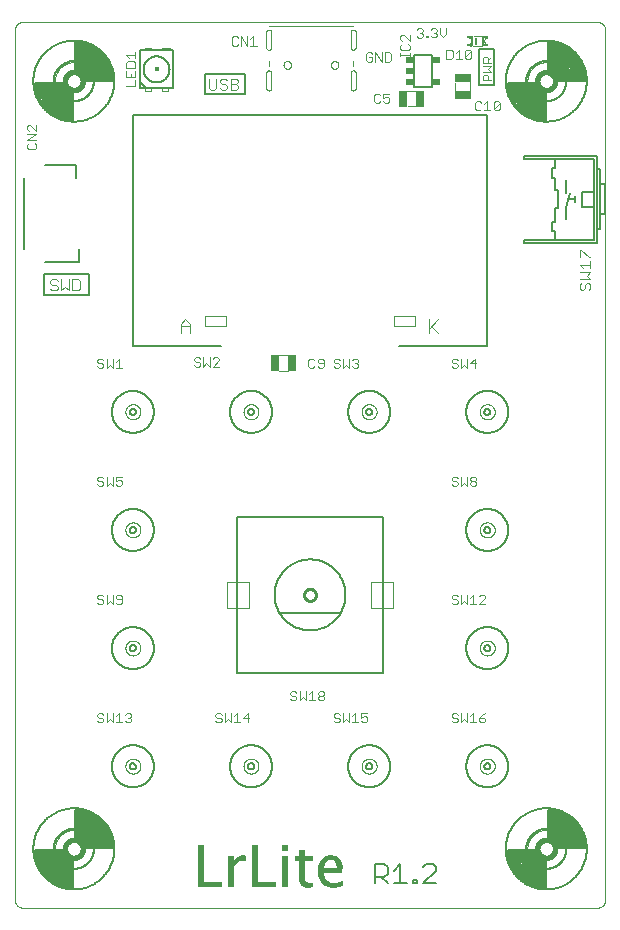
<source format=gto>
G75*
%MOIN*%
%OFA0B0*%
%FSLAX25Y25*%
%IPPOS*%
%LPD*%
%AMOC8*
5,1,8,0,0,1.08239X$1,22.5*
%
%ADD10C,0.00000*%
%ADD11C,0.01000*%
%ADD12C,0.00600*%
%ADD13C,0.00300*%
%ADD14R,0.00075X0.00075*%
%ADD15R,0.00975X0.00075*%
%ADD16R,0.01200X0.00075*%
%ADD17R,0.01950X0.00075*%
%ADD18R,0.02325X0.00075*%
%ADD19R,0.02475X0.00075*%
%ADD20R,0.03000X0.00075*%
%ADD21R,0.08250X0.00075*%
%ADD22R,0.01800X0.00075*%
%ADD23R,0.08100X0.00075*%
%ADD24R,0.01875X0.00075*%
%ADD25R,0.02925X0.00075*%
%ADD26R,0.03675X0.00075*%
%ADD27R,0.04200X0.00075*%
%ADD28R,0.03225X0.00075*%
%ADD29R,0.04725X0.00075*%
%ADD30R,0.03300X0.00075*%
%ADD31R,0.05175X0.00075*%
%ADD32R,0.03375X0.00075*%
%ADD33R,0.05550X0.00075*%
%ADD34R,0.08175X0.00075*%
%ADD35R,0.03525X0.00075*%
%ADD36R,0.05775X0.00075*%
%ADD37R,0.05850X0.00075*%
%ADD38R,0.06000X0.00075*%
%ADD39R,0.03750X0.00075*%
%ADD40R,0.06075X0.00075*%
%ADD41R,0.06150X0.00075*%
%ADD42R,0.03900X0.00075*%
%ADD43R,0.06300X0.00075*%
%ADD44R,0.03825X0.00075*%
%ADD45R,0.06375X0.00075*%
%ADD46R,0.03975X0.00075*%
%ADD47R,0.06525X0.00075*%
%ADD48R,0.04050X0.00075*%
%ADD49R,0.06600X0.00075*%
%ADD50R,0.02775X0.00075*%
%ADD51R,0.00600X0.00075*%
%ADD52R,0.03450X0.00075*%
%ADD53R,0.02250X0.00075*%
%ADD54R,0.02550X0.00075*%
%ADD55R,0.00225X0.00075*%
%ADD56R,0.03075X0.00075*%
%ADD57R,0.02400X0.00075*%
%ADD58R,0.01425X0.00075*%
%ADD59R,0.02700X0.00075*%
%ADD60R,0.01125X0.00075*%
%ADD61R,0.02025X0.00075*%
%ADD62R,0.00825X0.00075*%
%ADD63R,0.02175X0.00075*%
%ADD64R,0.02100X0.00075*%
%ADD65R,0.00375X0.00075*%
%ADD66R,0.00150X0.00075*%
%ADD67R,0.08325X0.00075*%
%ADD68R,0.01725X0.00075*%
%ADD69R,0.02850X0.00075*%
%ADD70R,0.01500X0.00075*%
%ADD71R,0.01575X0.00075*%
%ADD72R,0.00450X0.00075*%
%ADD73R,0.05700X0.00075*%
%ADD74R,0.02625X0.00075*%
%ADD75R,0.05925X0.00075*%
%ADD76R,0.03150X0.00075*%
%ADD77R,0.05625X0.00075*%
%ADD78R,0.05475X0.00075*%
%ADD79R,0.05325X0.00075*%
%ADD80R,0.05100X0.00075*%
%ADD81R,0.05025X0.00075*%
%ADD82R,0.04800X0.00075*%
%ADD83R,0.04650X0.00075*%
%ADD84R,0.04425X0.00075*%
%ADD85R,0.01050X0.00075*%
%ADD86C,0.00500*%
%ADD87C,0.00400*%
%ADD88R,0.05709X0.02953*%
%ADD89R,0.02953X0.05709*%
%ADD90C,0.00394*%
%ADD91R,0.02559X0.01969*%
%ADD92C,0.00200*%
%ADD93C,0.00980*%
%ADD94C,0.01800*%
%ADD95C,0.00800*%
%ADD96R,0.01575X0.01575*%
%ADD97R,0.00591X0.00787*%
%ADD98R,0.00197X0.00197*%
%ADD99R,0.01476X0.00197*%
%ADD100R,0.01181X0.00787*%
%ADD101R,0.00886X0.03543*%
%ADD102R,0.01969X0.00787*%
%ADD103R,0.00886X0.02165*%
%ADD104R,0.00394X0.00394*%
D10*
X0029445Y0012103D02*
X0029445Y0301811D01*
X0029447Y0301915D01*
X0029453Y0302019D01*
X0029463Y0302123D01*
X0029476Y0302226D01*
X0029494Y0302329D01*
X0029515Y0302430D01*
X0029540Y0302532D01*
X0029569Y0302632D01*
X0029601Y0302730D01*
X0029637Y0302828D01*
X0029677Y0302924D01*
X0029721Y0303019D01*
X0029768Y0303112D01*
X0029818Y0303203D01*
X0029872Y0303292D01*
X0029929Y0303379D01*
X0029989Y0303464D01*
X0030052Y0303547D01*
X0030119Y0303627D01*
X0030188Y0303705D01*
X0030260Y0303780D01*
X0030335Y0303852D01*
X0030413Y0303921D01*
X0030493Y0303988D01*
X0030576Y0304051D01*
X0030661Y0304111D01*
X0030748Y0304168D01*
X0030837Y0304222D01*
X0030928Y0304272D01*
X0031021Y0304319D01*
X0031116Y0304363D01*
X0031212Y0304403D01*
X0031310Y0304439D01*
X0031408Y0304471D01*
X0031508Y0304500D01*
X0031610Y0304525D01*
X0031711Y0304546D01*
X0031814Y0304564D01*
X0031917Y0304577D01*
X0032021Y0304587D01*
X0032125Y0304593D01*
X0032229Y0304595D01*
X0032229Y0304594D02*
X0223512Y0304594D01*
X0223512Y0304595D02*
X0223616Y0304593D01*
X0223720Y0304587D01*
X0223824Y0304577D01*
X0223927Y0304564D01*
X0224030Y0304546D01*
X0224131Y0304525D01*
X0224233Y0304500D01*
X0224333Y0304471D01*
X0224431Y0304439D01*
X0224529Y0304403D01*
X0224625Y0304363D01*
X0224720Y0304319D01*
X0224813Y0304272D01*
X0224904Y0304222D01*
X0224993Y0304168D01*
X0225080Y0304111D01*
X0225165Y0304051D01*
X0225248Y0303988D01*
X0225328Y0303921D01*
X0225406Y0303852D01*
X0225481Y0303780D01*
X0225553Y0303705D01*
X0225622Y0303627D01*
X0225689Y0303547D01*
X0225752Y0303464D01*
X0225812Y0303379D01*
X0225869Y0303292D01*
X0225923Y0303203D01*
X0225973Y0303112D01*
X0226020Y0303019D01*
X0226064Y0302924D01*
X0226104Y0302828D01*
X0226140Y0302730D01*
X0226172Y0302632D01*
X0226201Y0302532D01*
X0226226Y0302430D01*
X0226247Y0302329D01*
X0226265Y0302226D01*
X0226278Y0302123D01*
X0226288Y0302019D01*
X0226294Y0301915D01*
X0226296Y0301811D01*
X0226296Y0012103D01*
X0226294Y0011999D01*
X0226288Y0011895D01*
X0226278Y0011791D01*
X0226265Y0011688D01*
X0226247Y0011585D01*
X0226226Y0011484D01*
X0226201Y0011382D01*
X0226172Y0011282D01*
X0226140Y0011184D01*
X0226104Y0011086D01*
X0226064Y0010990D01*
X0226020Y0010895D01*
X0225973Y0010802D01*
X0225923Y0010711D01*
X0225869Y0010622D01*
X0225812Y0010535D01*
X0225752Y0010450D01*
X0225689Y0010367D01*
X0225622Y0010287D01*
X0225553Y0010209D01*
X0225481Y0010134D01*
X0225406Y0010062D01*
X0225328Y0009993D01*
X0225248Y0009926D01*
X0225165Y0009863D01*
X0225080Y0009803D01*
X0224993Y0009746D01*
X0224904Y0009692D01*
X0224813Y0009642D01*
X0224720Y0009595D01*
X0224625Y0009551D01*
X0224529Y0009511D01*
X0224431Y0009475D01*
X0224333Y0009443D01*
X0224233Y0009414D01*
X0224131Y0009389D01*
X0224030Y0009368D01*
X0223927Y0009350D01*
X0223824Y0009337D01*
X0223720Y0009327D01*
X0223616Y0009321D01*
X0223512Y0009319D01*
X0032229Y0009319D01*
X0032125Y0009321D01*
X0032021Y0009327D01*
X0031917Y0009337D01*
X0031814Y0009350D01*
X0031711Y0009368D01*
X0031610Y0009389D01*
X0031508Y0009414D01*
X0031408Y0009443D01*
X0031310Y0009475D01*
X0031212Y0009511D01*
X0031116Y0009551D01*
X0031021Y0009595D01*
X0030928Y0009642D01*
X0030837Y0009692D01*
X0030748Y0009746D01*
X0030661Y0009803D01*
X0030576Y0009863D01*
X0030493Y0009926D01*
X0030413Y0009993D01*
X0030335Y0010062D01*
X0030260Y0010134D01*
X0030188Y0010209D01*
X0030119Y0010287D01*
X0030052Y0010367D01*
X0029989Y0010450D01*
X0029929Y0010535D01*
X0029872Y0010622D01*
X0029818Y0010711D01*
X0029768Y0010802D01*
X0029721Y0010895D01*
X0029677Y0010990D01*
X0029637Y0011086D01*
X0029601Y0011184D01*
X0029569Y0011282D01*
X0029540Y0011382D01*
X0029515Y0011484D01*
X0029494Y0011585D01*
X0029476Y0011688D01*
X0029463Y0011791D01*
X0029453Y0011895D01*
X0029447Y0011999D01*
X0029445Y0012103D01*
X0042831Y0029004D02*
X0042833Y0029162D01*
X0042839Y0029320D01*
X0042849Y0029478D01*
X0042863Y0029636D01*
X0042881Y0029793D01*
X0042902Y0029950D01*
X0042928Y0030106D01*
X0042958Y0030262D01*
X0042991Y0030417D01*
X0043029Y0030570D01*
X0043070Y0030723D01*
X0043115Y0030875D01*
X0043164Y0031026D01*
X0043217Y0031175D01*
X0043273Y0031323D01*
X0043333Y0031469D01*
X0043397Y0031614D01*
X0043465Y0031757D01*
X0043536Y0031899D01*
X0043610Y0032039D01*
X0043688Y0032176D01*
X0043770Y0032312D01*
X0043854Y0032446D01*
X0043943Y0032577D01*
X0044034Y0032706D01*
X0044129Y0032833D01*
X0044226Y0032958D01*
X0044327Y0033080D01*
X0044431Y0033199D01*
X0044538Y0033316D01*
X0044648Y0033430D01*
X0044761Y0033541D01*
X0044876Y0033650D01*
X0044994Y0033755D01*
X0045115Y0033857D01*
X0045238Y0033957D01*
X0045364Y0034053D01*
X0045492Y0034146D01*
X0045622Y0034236D01*
X0045755Y0034322D01*
X0045890Y0034406D01*
X0046026Y0034485D01*
X0046165Y0034562D01*
X0046306Y0034634D01*
X0046448Y0034704D01*
X0046592Y0034769D01*
X0046738Y0034831D01*
X0046885Y0034889D01*
X0047034Y0034944D01*
X0047184Y0034995D01*
X0047335Y0035042D01*
X0047487Y0035085D01*
X0047640Y0035124D01*
X0047795Y0035160D01*
X0047950Y0035191D01*
X0048106Y0035219D01*
X0048262Y0035243D01*
X0048419Y0035263D01*
X0048577Y0035279D01*
X0048734Y0035291D01*
X0048893Y0035299D01*
X0049051Y0035303D01*
X0049209Y0035303D01*
X0049367Y0035299D01*
X0049526Y0035291D01*
X0049683Y0035279D01*
X0049841Y0035263D01*
X0049998Y0035243D01*
X0050154Y0035219D01*
X0050310Y0035191D01*
X0050465Y0035160D01*
X0050620Y0035124D01*
X0050773Y0035085D01*
X0050925Y0035042D01*
X0051076Y0034995D01*
X0051226Y0034944D01*
X0051375Y0034889D01*
X0051522Y0034831D01*
X0051668Y0034769D01*
X0051812Y0034704D01*
X0051954Y0034634D01*
X0052095Y0034562D01*
X0052234Y0034485D01*
X0052370Y0034406D01*
X0052505Y0034322D01*
X0052638Y0034236D01*
X0052768Y0034146D01*
X0052896Y0034053D01*
X0053022Y0033957D01*
X0053145Y0033857D01*
X0053266Y0033755D01*
X0053384Y0033650D01*
X0053499Y0033541D01*
X0053612Y0033430D01*
X0053722Y0033316D01*
X0053829Y0033199D01*
X0053933Y0033080D01*
X0054034Y0032958D01*
X0054131Y0032833D01*
X0054226Y0032706D01*
X0054317Y0032577D01*
X0054406Y0032446D01*
X0054490Y0032312D01*
X0054572Y0032176D01*
X0054650Y0032039D01*
X0054724Y0031899D01*
X0054795Y0031757D01*
X0054863Y0031614D01*
X0054927Y0031469D01*
X0054987Y0031323D01*
X0055043Y0031175D01*
X0055096Y0031026D01*
X0055145Y0030875D01*
X0055190Y0030723D01*
X0055231Y0030570D01*
X0055269Y0030417D01*
X0055302Y0030262D01*
X0055332Y0030106D01*
X0055358Y0029950D01*
X0055379Y0029793D01*
X0055397Y0029636D01*
X0055411Y0029478D01*
X0055421Y0029320D01*
X0055427Y0029162D01*
X0055429Y0029004D01*
X0055427Y0028846D01*
X0055421Y0028688D01*
X0055411Y0028530D01*
X0055397Y0028372D01*
X0055379Y0028215D01*
X0055358Y0028058D01*
X0055332Y0027902D01*
X0055302Y0027746D01*
X0055269Y0027591D01*
X0055231Y0027438D01*
X0055190Y0027285D01*
X0055145Y0027133D01*
X0055096Y0026982D01*
X0055043Y0026833D01*
X0054987Y0026685D01*
X0054927Y0026539D01*
X0054863Y0026394D01*
X0054795Y0026251D01*
X0054724Y0026109D01*
X0054650Y0025969D01*
X0054572Y0025832D01*
X0054490Y0025696D01*
X0054406Y0025562D01*
X0054317Y0025431D01*
X0054226Y0025302D01*
X0054131Y0025175D01*
X0054034Y0025050D01*
X0053933Y0024928D01*
X0053829Y0024809D01*
X0053722Y0024692D01*
X0053612Y0024578D01*
X0053499Y0024467D01*
X0053384Y0024358D01*
X0053266Y0024253D01*
X0053145Y0024151D01*
X0053022Y0024051D01*
X0052896Y0023955D01*
X0052768Y0023862D01*
X0052638Y0023772D01*
X0052505Y0023686D01*
X0052370Y0023602D01*
X0052234Y0023523D01*
X0052095Y0023446D01*
X0051954Y0023374D01*
X0051812Y0023304D01*
X0051668Y0023239D01*
X0051522Y0023177D01*
X0051375Y0023119D01*
X0051226Y0023064D01*
X0051076Y0023013D01*
X0050925Y0022966D01*
X0050773Y0022923D01*
X0050620Y0022884D01*
X0050465Y0022848D01*
X0050310Y0022817D01*
X0050154Y0022789D01*
X0049998Y0022765D01*
X0049841Y0022745D01*
X0049683Y0022729D01*
X0049526Y0022717D01*
X0049367Y0022709D01*
X0049209Y0022705D01*
X0049051Y0022705D01*
X0048893Y0022709D01*
X0048734Y0022717D01*
X0048577Y0022729D01*
X0048419Y0022745D01*
X0048262Y0022765D01*
X0048106Y0022789D01*
X0047950Y0022817D01*
X0047795Y0022848D01*
X0047640Y0022884D01*
X0047487Y0022923D01*
X0047335Y0022966D01*
X0047184Y0023013D01*
X0047034Y0023064D01*
X0046885Y0023119D01*
X0046738Y0023177D01*
X0046592Y0023239D01*
X0046448Y0023304D01*
X0046306Y0023374D01*
X0046165Y0023446D01*
X0046026Y0023523D01*
X0045890Y0023602D01*
X0045755Y0023686D01*
X0045622Y0023772D01*
X0045492Y0023862D01*
X0045364Y0023955D01*
X0045238Y0024051D01*
X0045115Y0024151D01*
X0044994Y0024253D01*
X0044876Y0024358D01*
X0044761Y0024467D01*
X0044648Y0024578D01*
X0044538Y0024692D01*
X0044431Y0024809D01*
X0044327Y0024928D01*
X0044226Y0025050D01*
X0044129Y0025175D01*
X0044034Y0025302D01*
X0043943Y0025431D01*
X0043854Y0025562D01*
X0043770Y0025696D01*
X0043688Y0025832D01*
X0043610Y0025969D01*
X0043536Y0026109D01*
X0043465Y0026251D01*
X0043397Y0026394D01*
X0043333Y0026539D01*
X0043273Y0026685D01*
X0043217Y0026833D01*
X0043164Y0026982D01*
X0043115Y0027133D01*
X0043070Y0027285D01*
X0043029Y0027438D01*
X0042991Y0027591D01*
X0042958Y0027746D01*
X0042928Y0027902D01*
X0042902Y0028058D01*
X0042881Y0028215D01*
X0042863Y0028372D01*
X0042849Y0028530D01*
X0042839Y0028688D01*
X0042833Y0028846D01*
X0042831Y0029004D01*
X0100311Y0109319D02*
X0107398Y0109319D01*
X0107398Y0117980D01*
X0100311Y0117980D01*
X0100311Y0109319D01*
X0148343Y0109319D02*
X0155429Y0109319D01*
X0155429Y0117980D01*
X0148343Y0117980D01*
X0148343Y0109319D01*
X0200311Y0029004D02*
X0200313Y0029162D01*
X0200319Y0029320D01*
X0200329Y0029478D01*
X0200343Y0029636D01*
X0200361Y0029793D01*
X0200382Y0029950D01*
X0200408Y0030106D01*
X0200438Y0030262D01*
X0200471Y0030417D01*
X0200509Y0030570D01*
X0200550Y0030723D01*
X0200595Y0030875D01*
X0200644Y0031026D01*
X0200697Y0031175D01*
X0200753Y0031323D01*
X0200813Y0031469D01*
X0200877Y0031614D01*
X0200945Y0031757D01*
X0201016Y0031899D01*
X0201090Y0032039D01*
X0201168Y0032176D01*
X0201250Y0032312D01*
X0201334Y0032446D01*
X0201423Y0032577D01*
X0201514Y0032706D01*
X0201609Y0032833D01*
X0201706Y0032958D01*
X0201807Y0033080D01*
X0201911Y0033199D01*
X0202018Y0033316D01*
X0202128Y0033430D01*
X0202241Y0033541D01*
X0202356Y0033650D01*
X0202474Y0033755D01*
X0202595Y0033857D01*
X0202718Y0033957D01*
X0202844Y0034053D01*
X0202972Y0034146D01*
X0203102Y0034236D01*
X0203235Y0034322D01*
X0203370Y0034406D01*
X0203506Y0034485D01*
X0203645Y0034562D01*
X0203786Y0034634D01*
X0203928Y0034704D01*
X0204072Y0034769D01*
X0204218Y0034831D01*
X0204365Y0034889D01*
X0204514Y0034944D01*
X0204664Y0034995D01*
X0204815Y0035042D01*
X0204967Y0035085D01*
X0205120Y0035124D01*
X0205275Y0035160D01*
X0205430Y0035191D01*
X0205586Y0035219D01*
X0205742Y0035243D01*
X0205899Y0035263D01*
X0206057Y0035279D01*
X0206214Y0035291D01*
X0206373Y0035299D01*
X0206531Y0035303D01*
X0206689Y0035303D01*
X0206847Y0035299D01*
X0207006Y0035291D01*
X0207163Y0035279D01*
X0207321Y0035263D01*
X0207478Y0035243D01*
X0207634Y0035219D01*
X0207790Y0035191D01*
X0207945Y0035160D01*
X0208100Y0035124D01*
X0208253Y0035085D01*
X0208405Y0035042D01*
X0208556Y0034995D01*
X0208706Y0034944D01*
X0208855Y0034889D01*
X0209002Y0034831D01*
X0209148Y0034769D01*
X0209292Y0034704D01*
X0209434Y0034634D01*
X0209575Y0034562D01*
X0209714Y0034485D01*
X0209850Y0034406D01*
X0209985Y0034322D01*
X0210118Y0034236D01*
X0210248Y0034146D01*
X0210376Y0034053D01*
X0210502Y0033957D01*
X0210625Y0033857D01*
X0210746Y0033755D01*
X0210864Y0033650D01*
X0210979Y0033541D01*
X0211092Y0033430D01*
X0211202Y0033316D01*
X0211309Y0033199D01*
X0211413Y0033080D01*
X0211514Y0032958D01*
X0211611Y0032833D01*
X0211706Y0032706D01*
X0211797Y0032577D01*
X0211886Y0032446D01*
X0211970Y0032312D01*
X0212052Y0032176D01*
X0212130Y0032039D01*
X0212204Y0031899D01*
X0212275Y0031757D01*
X0212343Y0031614D01*
X0212407Y0031469D01*
X0212467Y0031323D01*
X0212523Y0031175D01*
X0212576Y0031026D01*
X0212625Y0030875D01*
X0212670Y0030723D01*
X0212711Y0030570D01*
X0212749Y0030417D01*
X0212782Y0030262D01*
X0212812Y0030106D01*
X0212838Y0029950D01*
X0212859Y0029793D01*
X0212877Y0029636D01*
X0212891Y0029478D01*
X0212901Y0029320D01*
X0212907Y0029162D01*
X0212909Y0029004D01*
X0212907Y0028846D01*
X0212901Y0028688D01*
X0212891Y0028530D01*
X0212877Y0028372D01*
X0212859Y0028215D01*
X0212838Y0028058D01*
X0212812Y0027902D01*
X0212782Y0027746D01*
X0212749Y0027591D01*
X0212711Y0027438D01*
X0212670Y0027285D01*
X0212625Y0027133D01*
X0212576Y0026982D01*
X0212523Y0026833D01*
X0212467Y0026685D01*
X0212407Y0026539D01*
X0212343Y0026394D01*
X0212275Y0026251D01*
X0212204Y0026109D01*
X0212130Y0025969D01*
X0212052Y0025832D01*
X0211970Y0025696D01*
X0211886Y0025562D01*
X0211797Y0025431D01*
X0211706Y0025302D01*
X0211611Y0025175D01*
X0211514Y0025050D01*
X0211413Y0024928D01*
X0211309Y0024809D01*
X0211202Y0024692D01*
X0211092Y0024578D01*
X0210979Y0024467D01*
X0210864Y0024358D01*
X0210746Y0024253D01*
X0210625Y0024151D01*
X0210502Y0024051D01*
X0210376Y0023955D01*
X0210248Y0023862D01*
X0210118Y0023772D01*
X0209985Y0023686D01*
X0209850Y0023602D01*
X0209714Y0023523D01*
X0209575Y0023446D01*
X0209434Y0023374D01*
X0209292Y0023304D01*
X0209148Y0023239D01*
X0209002Y0023177D01*
X0208855Y0023119D01*
X0208706Y0023064D01*
X0208556Y0023013D01*
X0208405Y0022966D01*
X0208253Y0022923D01*
X0208100Y0022884D01*
X0207945Y0022848D01*
X0207790Y0022817D01*
X0207634Y0022789D01*
X0207478Y0022765D01*
X0207321Y0022745D01*
X0207163Y0022729D01*
X0207006Y0022717D01*
X0206847Y0022709D01*
X0206689Y0022705D01*
X0206531Y0022705D01*
X0206373Y0022709D01*
X0206214Y0022717D01*
X0206057Y0022729D01*
X0205899Y0022745D01*
X0205742Y0022765D01*
X0205586Y0022789D01*
X0205430Y0022817D01*
X0205275Y0022848D01*
X0205120Y0022884D01*
X0204967Y0022923D01*
X0204815Y0022966D01*
X0204664Y0023013D01*
X0204514Y0023064D01*
X0204365Y0023119D01*
X0204218Y0023177D01*
X0204072Y0023239D01*
X0203928Y0023304D01*
X0203786Y0023374D01*
X0203645Y0023446D01*
X0203506Y0023523D01*
X0203370Y0023602D01*
X0203235Y0023686D01*
X0203102Y0023772D01*
X0202972Y0023862D01*
X0202844Y0023955D01*
X0202718Y0024051D01*
X0202595Y0024151D01*
X0202474Y0024253D01*
X0202356Y0024358D01*
X0202241Y0024467D01*
X0202128Y0024578D01*
X0202018Y0024692D01*
X0201911Y0024809D01*
X0201807Y0024928D01*
X0201706Y0025050D01*
X0201609Y0025175D01*
X0201514Y0025302D01*
X0201423Y0025431D01*
X0201334Y0025562D01*
X0201250Y0025696D01*
X0201168Y0025832D01*
X0201090Y0025969D01*
X0201016Y0026109D01*
X0200945Y0026251D01*
X0200877Y0026394D01*
X0200813Y0026539D01*
X0200753Y0026685D01*
X0200697Y0026833D01*
X0200644Y0026982D01*
X0200595Y0027133D01*
X0200550Y0027285D01*
X0200509Y0027438D01*
X0200471Y0027591D01*
X0200438Y0027746D01*
X0200408Y0027902D01*
X0200382Y0028058D01*
X0200361Y0028215D01*
X0200343Y0028372D01*
X0200329Y0028530D01*
X0200319Y0028688D01*
X0200313Y0028846D01*
X0200311Y0029004D01*
X0162910Y0203413D02*
X0155823Y0203413D01*
X0155823Y0206563D01*
X0162910Y0206563D01*
X0162910Y0203413D01*
X0143126Y0282646D02*
X0143126Y0287567D01*
X0143124Y0287625D01*
X0143118Y0287683D01*
X0143109Y0287740D01*
X0143096Y0287796D01*
X0143079Y0287852D01*
X0143059Y0287906D01*
X0143035Y0287959D01*
X0143007Y0288010D01*
X0142977Y0288059D01*
X0142943Y0288106D01*
X0142906Y0288151D01*
X0142866Y0288193D01*
X0142824Y0288233D01*
X0142779Y0288270D01*
X0142732Y0288304D01*
X0142683Y0288334D01*
X0142632Y0288362D01*
X0142579Y0288386D01*
X0142525Y0288406D01*
X0142469Y0288423D01*
X0142413Y0288436D01*
X0142356Y0288445D01*
X0142298Y0288451D01*
X0142240Y0288453D01*
X0142182Y0288451D01*
X0142124Y0288445D01*
X0142067Y0288436D01*
X0142011Y0288423D01*
X0141955Y0288406D01*
X0141901Y0288386D01*
X0141848Y0288362D01*
X0141797Y0288334D01*
X0141748Y0288304D01*
X0141701Y0288270D01*
X0141656Y0288233D01*
X0141614Y0288193D01*
X0141574Y0288151D01*
X0141537Y0288106D01*
X0141503Y0288059D01*
X0141473Y0288010D01*
X0141445Y0287959D01*
X0141421Y0287906D01*
X0141401Y0287852D01*
X0141384Y0287796D01*
X0141371Y0287740D01*
X0141362Y0287683D01*
X0141356Y0287625D01*
X0141354Y0287567D01*
X0141355Y0287567D02*
X0141355Y0282646D01*
X0141354Y0282646D02*
X0141356Y0282588D01*
X0141362Y0282530D01*
X0141371Y0282473D01*
X0141384Y0282417D01*
X0141401Y0282361D01*
X0141421Y0282307D01*
X0141445Y0282254D01*
X0141473Y0282203D01*
X0141503Y0282154D01*
X0141537Y0282107D01*
X0141574Y0282062D01*
X0141614Y0282020D01*
X0141656Y0281980D01*
X0141701Y0281943D01*
X0141748Y0281909D01*
X0141797Y0281879D01*
X0141848Y0281851D01*
X0141901Y0281827D01*
X0141955Y0281807D01*
X0142011Y0281790D01*
X0142067Y0281777D01*
X0142124Y0281768D01*
X0142182Y0281762D01*
X0142240Y0281760D01*
X0142298Y0281762D01*
X0142356Y0281768D01*
X0142413Y0281777D01*
X0142469Y0281790D01*
X0142525Y0281807D01*
X0142579Y0281827D01*
X0142632Y0281851D01*
X0142683Y0281879D01*
X0142732Y0281909D01*
X0142779Y0281943D01*
X0142824Y0281980D01*
X0142866Y0282020D01*
X0142906Y0282062D01*
X0142943Y0282107D01*
X0142977Y0282154D01*
X0143007Y0282203D01*
X0143035Y0282254D01*
X0143059Y0282307D01*
X0143079Y0282361D01*
X0143096Y0282417D01*
X0143109Y0282473D01*
X0143118Y0282530D01*
X0143124Y0282588D01*
X0143126Y0282646D01*
X0134760Y0290303D02*
X0134762Y0290374D01*
X0134768Y0290445D01*
X0134778Y0290516D01*
X0134792Y0290585D01*
X0134809Y0290654D01*
X0134831Y0290722D01*
X0134856Y0290789D01*
X0134885Y0290854D01*
X0134917Y0290917D01*
X0134953Y0290979D01*
X0134992Y0291038D01*
X0135035Y0291095D01*
X0135080Y0291150D01*
X0135129Y0291202D01*
X0135180Y0291251D01*
X0135234Y0291297D01*
X0135291Y0291341D01*
X0135349Y0291381D01*
X0135410Y0291417D01*
X0135473Y0291451D01*
X0135538Y0291480D01*
X0135604Y0291506D01*
X0135672Y0291529D01*
X0135740Y0291547D01*
X0135810Y0291562D01*
X0135880Y0291573D01*
X0135951Y0291580D01*
X0136022Y0291583D01*
X0136093Y0291582D01*
X0136164Y0291577D01*
X0136235Y0291568D01*
X0136305Y0291555D01*
X0136374Y0291539D01*
X0136442Y0291518D01*
X0136509Y0291494D01*
X0136575Y0291466D01*
X0136638Y0291434D01*
X0136700Y0291399D01*
X0136760Y0291361D01*
X0136818Y0291319D01*
X0136873Y0291275D01*
X0136926Y0291227D01*
X0136976Y0291176D01*
X0137023Y0291123D01*
X0137067Y0291067D01*
X0137108Y0291009D01*
X0137146Y0290948D01*
X0137180Y0290886D01*
X0137210Y0290821D01*
X0137237Y0290756D01*
X0137261Y0290688D01*
X0137280Y0290620D01*
X0137296Y0290551D01*
X0137308Y0290480D01*
X0137316Y0290410D01*
X0137320Y0290339D01*
X0137320Y0290267D01*
X0137316Y0290196D01*
X0137308Y0290126D01*
X0137296Y0290055D01*
X0137280Y0289986D01*
X0137261Y0289918D01*
X0137237Y0289850D01*
X0137210Y0289785D01*
X0137180Y0289720D01*
X0137146Y0289658D01*
X0137108Y0289597D01*
X0137067Y0289539D01*
X0137023Y0289483D01*
X0136976Y0289430D01*
X0136926Y0289379D01*
X0136873Y0289331D01*
X0136818Y0289287D01*
X0136760Y0289245D01*
X0136700Y0289207D01*
X0136638Y0289172D01*
X0136575Y0289140D01*
X0136509Y0289112D01*
X0136442Y0289088D01*
X0136374Y0289067D01*
X0136305Y0289051D01*
X0136235Y0289038D01*
X0136164Y0289029D01*
X0136093Y0289024D01*
X0136022Y0289023D01*
X0135951Y0289026D01*
X0135880Y0289033D01*
X0135810Y0289044D01*
X0135740Y0289059D01*
X0135672Y0289077D01*
X0135604Y0289100D01*
X0135538Y0289126D01*
X0135473Y0289155D01*
X0135410Y0289189D01*
X0135349Y0289225D01*
X0135291Y0289265D01*
X0135234Y0289309D01*
X0135180Y0289355D01*
X0135129Y0289404D01*
X0135080Y0289456D01*
X0135035Y0289511D01*
X0134992Y0289568D01*
X0134953Y0289627D01*
X0134917Y0289689D01*
X0134885Y0289752D01*
X0134856Y0289817D01*
X0134831Y0289884D01*
X0134809Y0289952D01*
X0134792Y0290021D01*
X0134778Y0290090D01*
X0134768Y0290161D01*
X0134762Y0290232D01*
X0134760Y0290303D01*
X0141355Y0296228D02*
X0141355Y0301150D01*
X0141354Y0301150D02*
X0141356Y0301208D01*
X0141362Y0301266D01*
X0141371Y0301323D01*
X0141384Y0301379D01*
X0141401Y0301435D01*
X0141421Y0301489D01*
X0141445Y0301542D01*
X0141473Y0301593D01*
X0141503Y0301642D01*
X0141537Y0301689D01*
X0141574Y0301734D01*
X0141614Y0301776D01*
X0141656Y0301816D01*
X0141701Y0301853D01*
X0141748Y0301887D01*
X0141797Y0301917D01*
X0141848Y0301945D01*
X0141901Y0301969D01*
X0141955Y0301989D01*
X0142011Y0302006D01*
X0142067Y0302019D01*
X0142124Y0302028D01*
X0142182Y0302034D01*
X0142240Y0302036D01*
X0142298Y0302034D01*
X0142356Y0302028D01*
X0142413Y0302019D01*
X0142469Y0302006D01*
X0142525Y0301989D01*
X0142579Y0301969D01*
X0142632Y0301945D01*
X0142683Y0301917D01*
X0142732Y0301887D01*
X0142779Y0301853D01*
X0142824Y0301816D01*
X0142866Y0301776D01*
X0142906Y0301734D01*
X0142943Y0301689D01*
X0142977Y0301642D01*
X0143007Y0301593D01*
X0143035Y0301542D01*
X0143059Y0301489D01*
X0143079Y0301435D01*
X0143096Y0301379D01*
X0143109Y0301323D01*
X0143118Y0301266D01*
X0143124Y0301208D01*
X0143126Y0301150D01*
X0143126Y0296228D01*
X0143124Y0296170D01*
X0143118Y0296112D01*
X0143109Y0296055D01*
X0143096Y0295999D01*
X0143079Y0295943D01*
X0143059Y0295889D01*
X0143035Y0295836D01*
X0143007Y0295785D01*
X0142977Y0295736D01*
X0142943Y0295689D01*
X0142906Y0295644D01*
X0142866Y0295602D01*
X0142824Y0295562D01*
X0142779Y0295525D01*
X0142732Y0295491D01*
X0142683Y0295461D01*
X0142632Y0295433D01*
X0142579Y0295409D01*
X0142525Y0295389D01*
X0142469Y0295372D01*
X0142413Y0295359D01*
X0142356Y0295350D01*
X0142298Y0295344D01*
X0142240Y0295342D01*
X0142182Y0295344D01*
X0142124Y0295350D01*
X0142067Y0295359D01*
X0142011Y0295372D01*
X0141955Y0295389D01*
X0141901Y0295409D01*
X0141848Y0295433D01*
X0141797Y0295461D01*
X0141748Y0295491D01*
X0141701Y0295525D01*
X0141656Y0295562D01*
X0141614Y0295602D01*
X0141574Y0295644D01*
X0141537Y0295689D01*
X0141503Y0295736D01*
X0141473Y0295785D01*
X0141445Y0295836D01*
X0141421Y0295889D01*
X0141401Y0295943D01*
X0141384Y0295999D01*
X0141371Y0296055D01*
X0141362Y0296112D01*
X0141356Y0296170D01*
X0141354Y0296228D01*
X0119012Y0290303D02*
X0119014Y0290374D01*
X0119020Y0290445D01*
X0119030Y0290516D01*
X0119044Y0290585D01*
X0119061Y0290654D01*
X0119083Y0290722D01*
X0119108Y0290789D01*
X0119137Y0290854D01*
X0119169Y0290917D01*
X0119205Y0290979D01*
X0119244Y0291038D01*
X0119287Y0291095D01*
X0119332Y0291150D01*
X0119381Y0291202D01*
X0119432Y0291251D01*
X0119486Y0291297D01*
X0119543Y0291341D01*
X0119601Y0291381D01*
X0119662Y0291417D01*
X0119725Y0291451D01*
X0119790Y0291480D01*
X0119856Y0291506D01*
X0119924Y0291529D01*
X0119992Y0291547D01*
X0120062Y0291562D01*
X0120132Y0291573D01*
X0120203Y0291580D01*
X0120274Y0291583D01*
X0120345Y0291582D01*
X0120416Y0291577D01*
X0120487Y0291568D01*
X0120557Y0291555D01*
X0120626Y0291539D01*
X0120694Y0291518D01*
X0120761Y0291494D01*
X0120827Y0291466D01*
X0120890Y0291434D01*
X0120952Y0291399D01*
X0121012Y0291361D01*
X0121070Y0291319D01*
X0121125Y0291275D01*
X0121178Y0291227D01*
X0121228Y0291176D01*
X0121275Y0291123D01*
X0121319Y0291067D01*
X0121360Y0291009D01*
X0121398Y0290948D01*
X0121432Y0290886D01*
X0121462Y0290821D01*
X0121489Y0290756D01*
X0121513Y0290688D01*
X0121532Y0290620D01*
X0121548Y0290551D01*
X0121560Y0290480D01*
X0121568Y0290410D01*
X0121572Y0290339D01*
X0121572Y0290267D01*
X0121568Y0290196D01*
X0121560Y0290126D01*
X0121548Y0290055D01*
X0121532Y0289986D01*
X0121513Y0289918D01*
X0121489Y0289850D01*
X0121462Y0289785D01*
X0121432Y0289720D01*
X0121398Y0289658D01*
X0121360Y0289597D01*
X0121319Y0289539D01*
X0121275Y0289483D01*
X0121228Y0289430D01*
X0121178Y0289379D01*
X0121125Y0289331D01*
X0121070Y0289287D01*
X0121012Y0289245D01*
X0120952Y0289207D01*
X0120890Y0289172D01*
X0120827Y0289140D01*
X0120761Y0289112D01*
X0120694Y0289088D01*
X0120626Y0289067D01*
X0120557Y0289051D01*
X0120487Y0289038D01*
X0120416Y0289029D01*
X0120345Y0289024D01*
X0120274Y0289023D01*
X0120203Y0289026D01*
X0120132Y0289033D01*
X0120062Y0289044D01*
X0119992Y0289059D01*
X0119924Y0289077D01*
X0119856Y0289100D01*
X0119790Y0289126D01*
X0119725Y0289155D01*
X0119662Y0289189D01*
X0119601Y0289225D01*
X0119543Y0289265D01*
X0119486Y0289309D01*
X0119432Y0289355D01*
X0119381Y0289404D01*
X0119332Y0289456D01*
X0119287Y0289511D01*
X0119244Y0289568D01*
X0119205Y0289627D01*
X0119169Y0289689D01*
X0119137Y0289752D01*
X0119108Y0289817D01*
X0119083Y0289884D01*
X0119061Y0289952D01*
X0119044Y0290021D01*
X0119030Y0290090D01*
X0119020Y0290161D01*
X0119014Y0290232D01*
X0119012Y0290303D01*
X0114977Y0287567D02*
X0114977Y0282646D01*
X0114975Y0282588D01*
X0114969Y0282530D01*
X0114960Y0282473D01*
X0114947Y0282417D01*
X0114930Y0282361D01*
X0114910Y0282307D01*
X0114886Y0282254D01*
X0114858Y0282203D01*
X0114828Y0282154D01*
X0114794Y0282107D01*
X0114757Y0282062D01*
X0114717Y0282020D01*
X0114675Y0281980D01*
X0114630Y0281943D01*
X0114583Y0281909D01*
X0114534Y0281879D01*
X0114483Y0281851D01*
X0114430Y0281827D01*
X0114376Y0281807D01*
X0114320Y0281790D01*
X0114264Y0281777D01*
X0114207Y0281768D01*
X0114149Y0281762D01*
X0114091Y0281760D01*
X0114033Y0281762D01*
X0113975Y0281768D01*
X0113918Y0281777D01*
X0113862Y0281790D01*
X0113806Y0281807D01*
X0113752Y0281827D01*
X0113699Y0281851D01*
X0113648Y0281879D01*
X0113599Y0281909D01*
X0113552Y0281943D01*
X0113507Y0281980D01*
X0113465Y0282020D01*
X0113425Y0282062D01*
X0113388Y0282107D01*
X0113354Y0282154D01*
X0113324Y0282203D01*
X0113296Y0282254D01*
X0113272Y0282307D01*
X0113252Y0282361D01*
X0113235Y0282417D01*
X0113222Y0282473D01*
X0113213Y0282530D01*
X0113207Y0282588D01*
X0113205Y0282646D01*
X0113205Y0287567D01*
X0113207Y0287625D01*
X0113213Y0287683D01*
X0113222Y0287740D01*
X0113235Y0287796D01*
X0113252Y0287852D01*
X0113272Y0287906D01*
X0113296Y0287959D01*
X0113324Y0288010D01*
X0113354Y0288059D01*
X0113388Y0288106D01*
X0113425Y0288151D01*
X0113465Y0288193D01*
X0113507Y0288233D01*
X0113552Y0288270D01*
X0113599Y0288304D01*
X0113648Y0288334D01*
X0113699Y0288362D01*
X0113752Y0288386D01*
X0113806Y0288406D01*
X0113862Y0288423D01*
X0113918Y0288436D01*
X0113975Y0288445D01*
X0114033Y0288451D01*
X0114091Y0288453D01*
X0114149Y0288451D01*
X0114207Y0288445D01*
X0114264Y0288436D01*
X0114320Y0288423D01*
X0114376Y0288406D01*
X0114430Y0288386D01*
X0114483Y0288362D01*
X0114534Y0288334D01*
X0114583Y0288304D01*
X0114630Y0288270D01*
X0114675Y0288233D01*
X0114717Y0288193D01*
X0114757Y0288151D01*
X0114794Y0288106D01*
X0114828Y0288059D01*
X0114858Y0288010D01*
X0114886Y0287959D01*
X0114910Y0287906D01*
X0114930Y0287852D01*
X0114947Y0287796D01*
X0114960Y0287740D01*
X0114969Y0287683D01*
X0114975Y0287625D01*
X0114977Y0287567D01*
X0114977Y0296228D02*
X0114977Y0301150D01*
X0114975Y0301208D01*
X0114969Y0301266D01*
X0114960Y0301323D01*
X0114947Y0301379D01*
X0114930Y0301435D01*
X0114910Y0301489D01*
X0114886Y0301542D01*
X0114858Y0301593D01*
X0114828Y0301642D01*
X0114794Y0301689D01*
X0114757Y0301734D01*
X0114717Y0301776D01*
X0114675Y0301816D01*
X0114630Y0301853D01*
X0114583Y0301887D01*
X0114534Y0301917D01*
X0114483Y0301945D01*
X0114430Y0301969D01*
X0114376Y0301989D01*
X0114320Y0302006D01*
X0114264Y0302019D01*
X0114207Y0302028D01*
X0114149Y0302034D01*
X0114091Y0302036D01*
X0114033Y0302034D01*
X0113975Y0302028D01*
X0113918Y0302019D01*
X0113862Y0302006D01*
X0113806Y0301989D01*
X0113752Y0301969D01*
X0113699Y0301945D01*
X0113648Y0301917D01*
X0113599Y0301887D01*
X0113552Y0301853D01*
X0113507Y0301816D01*
X0113465Y0301776D01*
X0113425Y0301734D01*
X0113388Y0301689D01*
X0113354Y0301642D01*
X0113324Y0301593D01*
X0113296Y0301542D01*
X0113272Y0301489D01*
X0113252Y0301435D01*
X0113235Y0301379D01*
X0113222Y0301323D01*
X0113213Y0301266D01*
X0113207Y0301208D01*
X0113205Y0301150D01*
X0113205Y0296228D01*
X0113207Y0296170D01*
X0113213Y0296112D01*
X0113222Y0296055D01*
X0113235Y0295999D01*
X0113252Y0295943D01*
X0113272Y0295889D01*
X0113296Y0295836D01*
X0113324Y0295785D01*
X0113354Y0295736D01*
X0113388Y0295689D01*
X0113425Y0295644D01*
X0113465Y0295602D01*
X0113507Y0295562D01*
X0113552Y0295525D01*
X0113599Y0295491D01*
X0113648Y0295461D01*
X0113699Y0295433D01*
X0113752Y0295409D01*
X0113806Y0295389D01*
X0113862Y0295372D01*
X0113918Y0295359D01*
X0113975Y0295350D01*
X0114033Y0295344D01*
X0114091Y0295342D01*
X0114149Y0295344D01*
X0114207Y0295350D01*
X0114264Y0295359D01*
X0114320Y0295372D01*
X0114376Y0295389D01*
X0114430Y0295409D01*
X0114483Y0295433D01*
X0114534Y0295461D01*
X0114583Y0295491D01*
X0114630Y0295525D01*
X0114675Y0295562D01*
X0114717Y0295602D01*
X0114757Y0295644D01*
X0114794Y0295689D01*
X0114828Y0295736D01*
X0114858Y0295785D01*
X0114886Y0295836D01*
X0114910Y0295889D01*
X0114930Y0295943D01*
X0114947Y0295999D01*
X0114960Y0296055D01*
X0114969Y0296112D01*
X0114975Y0296170D01*
X0114977Y0296228D01*
X0099918Y0206563D02*
X0092831Y0206563D01*
X0092831Y0203413D01*
X0099918Y0203413D01*
X0099918Y0206563D01*
X0042831Y0284909D02*
X0042833Y0285067D01*
X0042839Y0285225D01*
X0042849Y0285383D01*
X0042863Y0285541D01*
X0042881Y0285698D01*
X0042902Y0285855D01*
X0042928Y0286011D01*
X0042958Y0286167D01*
X0042991Y0286322D01*
X0043029Y0286475D01*
X0043070Y0286628D01*
X0043115Y0286780D01*
X0043164Y0286931D01*
X0043217Y0287080D01*
X0043273Y0287228D01*
X0043333Y0287374D01*
X0043397Y0287519D01*
X0043465Y0287662D01*
X0043536Y0287804D01*
X0043610Y0287944D01*
X0043688Y0288081D01*
X0043770Y0288217D01*
X0043854Y0288351D01*
X0043943Y0288482D01*
X0044034Y0288611D01*
X0044129Y0288738D01*
X0044226Y0288863D01*
X0044327Y0288985D01*
X0044431Y0289104D01*
X0044538Y0289221D01*
X0044648Y0289335D01*
X0044761Y0289446D01*
X0044876Y0289555D01*
X0044994Y0289660D01*
X0045115Y0289762D01*
X0045238Y0289862D01*
X0045364Y0289958D01*
X0045492Y0290051D01*
X0045622Y0290141D01*
X0045755Y0290227D01*
X0045890Y0290311D01*
X0046026Y0290390D01*
X0046165Y0290467D01*
X0046306Y0290539D01*
X0046448Y0290609D01*
X0046592Y0290674D01*
X0046738Y0290736D01*
X0046885Y0290794D01*
X0047034Y0290849D01*
X0047184Y0290900D01*
X0047335Y0290947D01*
X0047487Y0290990D01*
X0047640Y0291029D01*
X0047795Y0291065D01*
X0047950Y0291096D01*
X0048106Y0291124D01*
X0048262Y0291148D01*
X0048419Y0291168D01*
X0048577Y0291184D01*
X0048734Y0291196D01*
X0048893Y0291204D01*
X0049051Y0291208D01*
X0049209Y0291208D01*
X0049367Y0291204D01*
X0049526Y0291196D01*
X0049683Y0291184D01*
X0049841Y0291168D01*
X0049998Y0291148D01*
X0050154Y0291124D01*
X0050310Y0291096D01*
X0050465Y0291065D01*
X0050620Y0291029D01*
X0050773Y0290990D01*
X0050925Y0290947D01*
X0051076Y0290900D01*
X0051226Y0290849D01*
X0051375Y0290794D01*
X0051522Y0290736D01*
X0051668Y0290674D01*
X0051812Y0290609D01*
X0051954Y0290539D01*
X0052095Y0290467D01*
X0052234Y0290390D01*
X0052370Y0290311D01*
X0052505Y0290227D01*
X0052638Y0290141D01*
X0052768Y0290051D01*
X0052896Y0289958D01*
X0053022Y0289862D01*
X0053145Y0289762D01*
X0053266Y0289660D01*
X0053384Y0289555D01*
X0053499Y0289446D01*
X0053612Y0289335D01*
X0053722Y0289221D01*
X0053829Y0289104D01*
X0053933Y0288985D01*
X0054034Y0288863D01*
X0054131Y0288738D01*
X0054226Y0288611D01*
X0054317Y0288482D01*
X0054406Y0288351D01*
X0054490Y0288217D01*
X0054572Y0288081D01*
X0054650Y0287944D01*
X0054724Y0287804D01*
X0054795Y0287662D01*
X0054863Y0287519D01*
X0054927Y0287374D01*
X0054987Y0287228D01*
X0055043Y0287080D01*
X0055096Y0286931D01*
X0055145Y0286780D01*
X0055190Y0286628D01*
X0055231Y0286475D01*
X0055269Y0286322D01*
X0055302Y0286167D01*
X0055332Y0286011D01*
X0055358Y0285855D01*
X0055379Y0285698D01*
X0055397Y0285541D01*
X0055411Y0285383D01*
X0055421Y0285225D01*
X0055427Y0285067D01*
X0055429Y0284909D01*
X0055427Y0284751D01*
X0055421Y0284593D01*
X0055411Y0284435D01*
X0055397Y0284277D01*
X0055379Y0284120D01*
X0055358Y0283963D01*
X0055332Y0283807D01*
X0055302Y0283651D01*
X0055269Y0283496D01*
X0055231Y0283343D01*
X0055190Y0283190D01*
X0055145Y0283038D01*
X0055096Y0282887D01*
X0055043Y0282738D01*
X0054987Y0282590D01*
X0054927Y0282444D01*
X0054863Y0282299D01*
X0054795Y0282156D01*
X0054724Y0282014D01*
X0054650Y0281874D01*
X0054572Y0281737D01*
X0054490Y0281601D01*
X0054406Y0281467D01*
X0054317Y0281336D01*
X0054226Y0281207D01*
X0054131Y0281080D01*
X0054034Y0280955D01*
X0053933Y0280833D01*
X0053829Y0280714D01*
X0053722Y0280597D01*
X0053612Y0280483D01*
X0053499Y0280372D01*
X0053384Y0280263D01*
X0053266Y0280158D01*
X0053145Y0280056D01*
X0053022Y0279956D01*
X0052896Y0279860D01*
X0052768Y0279767D01*
X0052638Y0279677D01*
X0052505Y0279591D01*
X0052370Y0279507D01*
X0052234Y0279428D01*
X0052095Y0279351D01*
X0051954Y0279279D01*
X0051812Y0279209D01*
X0051668Y0279144D01*
X0051522Y0279082D01*
X0051375Y0279024D01*
X0051226Y0278969D01*
X0051076Y0278918D01*
X0050925Y0278871D01*
X0050773Y0278828D01*
X0050620Y0278789D01*
X0050465Y0278753D01*
X0050310Y0278722D01*
X0050154Y0278694D01*
X0049998Y0278670D01*
X0049841Y0278650D01*
X0049683Y0278634D01*
X0049526Y0278622D01*
X0049367Y0278614D01*
X0049209Y0278610D01*
X0049051Y0278610D01*
X0048893Y0278614D01*
X0048734Y0278622D01*
X0048577Y0278634D01*
X0048419Y0278650D01*
X0048262Y0278670D01*
X0048106Y0278694D01*
X0047950Y0278722D01*
X0047795Y0278753D01*
X0047640Y0278789D01*
X0047487Y0278828D01*
X0047335Y0278871D01*
X0047184Y0278918D01*
X0047034Y0278969D01*
X0046885Y0279024D01*
X0046738Y0279082D01*
X0046592Y0279144D01*
X0046448Y0279209D01*
X0046306Y0279279D01*
X0046165Y0279351D01*
X0046026Y0279428D01*
X0045890Y0279507D01*
X0045755Y0279591D01*
X0045622Y0279677D01*
X0045492Y0279767D01*
X0045364Y0279860D01*
X0045238Y0279956D01*
X0045115Y0280056D01*
X0044994Y0280158D01*
X0044876Y0280263D01*
X0044761Y0280372D01*
X0044648Y0280483D01*
X0044538Y0280597D01*
X0044431Y0280714D01*
X0044327Y0280833D01*
X0044226Y0280955D01*
X0044129Y0281080D01*
X0044034Y0281207D01*
X0043943Y0281336D01*
X0043854Y0281467D01*
X0043770Y0281601D01*
X0043688Y0281737D01*
X0043610Y0281874D01*
X0043536Y0282014D01*
X0043465Y0282156D01*
X0043397Y0282299D01*
X0043333Y0282444D01*
X0043273Y0282590D01*
X0043217Y0282738D01*
X0043164Y0282887D01*
X0043115Y0283038D01*
X0043070Y0283190D01*
X0043029Y0283343D01*
X0042991Y0283496D01*
X0042958Y0283651D01*
X0042928Y0283807D01*
X0042902Y0283963D01*
X0042881Y0284120D01*
X0042863Y0284277D01*
X0042849Y0284435D01*
X0042839Y0284593D01*
X0042833Y0284751D01*
X0042831Y0284909D01*
X0200311Y0284909D02*
X0200313Y0285067D01*
X0200319Y0285225D01*
X0200329Y0285383D01*
X0200343Y0285541D01*
X0200361Y0285698D01*
X0200382Y0285855D01*
X0200408Y0286011D01*
X0200438Y0286167D01*
X0200471Y0286322D01*
X0200509Y0286475D01*
X0200550Y0286628D01*
X0200595Y0286780D01*
X0200644Y0286931D01*
X0200697Y0287080D01*
X0200753Y0287228D01*
X0200813Y0287374D01*
X0200877Y0287519D01*
X0200945Y0287662D01*
X0201016Y0287804D01*
X0201090Y0287944D01*
X0201168Y0288081D01*
X0201250Y0288217D01*
X0201334Y0288351D01*
X0201423Y0288482D01*
X0201514Y0288611D01*
X0201609Y0288738D01*
X0201706Y0288863D01*
X0201807Y0288985D01*
X0201911Y0289104D01*
X0202018Y0289221D01*
X0202128Y0289335D01*
X0202241Y0289446D01*
X0202356Y0289555D01*
X0202474Y0289660D01*
X0202595Y0289762D01*
X0202718Y0289862D01*
X0202844Y0289958D01*
X0202972Y0290051D01*
X0203102Y0290141D01*
X0203235Y0290227D01*
X0203370Y0290311D01*
X0203506Y0290390D01*
X0203645Y0290467D01*
X0203786Y0290539D01*
X0203928Y0290609D01*
X0204072Y0290674D01*
X0204218Y0290736D01*
X0204365Y0290794D01*
X0204514Y0290849D01*
X0204664Y0290900D01*
X0204815Y0290947D01*
X0204967Y0290990D01*
X0205120Y0291029D01*
X0205275Y0291065D01*
X0205430Y0291096D01*
X0205586Y0291124D01*
X0205742Y0291148D01*
X0205899Y0291168D01*
X0206057Y0291184D01*
X0206214Y0291196D01*
X0206373Y0291204D01*
X0206531Y0291208D01*
X0206689Y0291208D01*
X0206847Y0291204D01*
X0207006Y0291196D01*
X0207163Y0291184D01*
X0207321Y0291168D01*
X0207478Y0291148D01*
X0207634Y0291124D01*
X0207790Y0291096D01*
X0207945Y0291065D01*
X0208100Y0291029D01*
X0208253Y0290990D01*
X0208405Y0290947D01*
X0208556Y0290900D01*
X0208706Y0290849D01*
X0208855Y0290794D01*
X0209002Y0290736D01*
X0209148Y0290674D01*
X0209292Y0290609D01*
X0209434Y0290539D01*
X0209575Y0290467D01*
X0209714Y0290390D01*
X0209850Y0290311D01*
X0209985Y0290227D01*
X0210118Y0290141D01*
X0210248Y0290051D01*
X0210376Y0289958D01*
X0210502Y0289862D01*
X0210625Y0289762D01*
X0210746Y0289660D01*
X0210864Y0289555D01*
X0210979Y0289446D01*
X0211092Y0289335D01*
X0211202Y0289221D01*
X0211309Y0289104D01*
X0211413Y0288985D01*
X0211514Y0288863D01*
X0211611Y0288738D01*
X0211706Y0288611D01*
X0211797Y0288482D01*
X0211886Y0288351D01*
X0211970Y0288217D01*
X0212052Y0288081D01*
X0212130Y0287944D01*
X0212204Y0287804D01*
X0212275Y0287662D01*
X0212343Y0287519D01*
X0212407Y0287374D01*
X0212467Y0287228D01*
X0212523Y0287080D01*
X0212576Y0286931D01*
X0212625Y0286780D01*
X0212670Y0286628D01*
X0212711Y0286475D01*
X0212749Y0286322D01*
X0212782Y0286167D01*
X0212812Y0286011D01*
X0212838Y0285855D01*
X0212859Y0285698D01*
X0212877Y0285541D01*
X0212891Y0285383D01*
X0212901Y0285225D01*
X0212907Y0285067D01*
X0212909Y0284909D01*
X0212907Y0284751D01*
X0212901Y0284593D01*
X0212891Y0284435D01*
X0212877Y0284277D01*
X0212859Y0284120D01*
X0212838Y0283963D01*
X0212812Y0283807D01*
X0212782Y0283651D01*
X0212749Y0283496D01*
X0212711Y0283343D01*
X0212670Y0283190D01*
X0212625Y0283038D01*
X0212576Y0282887D01*
X0212523Y0282738D01*
X0212467Y0282590D01*
X0212407Y0282444D01*
X0212343Y0282299D01*
X0212275Y0282156D01*
X0212204Y0282014D01*
X0212130Y0281874D01*
X0212052Y0281737D01*
X0211970Y0281601D01*
X0211886Y0281467D01*
X0211797Y0281336D01*
X0211706Y0281207D01*
X0211611Y0281080D01*
X0211514Y0280955D01*
X0211413Y0280833D01*
X0211309Y0280714D01*
X0211202Y0280597D01*
X0211092Y0280483D01*
X0210979Y0280372D01*
X0210864Y0280263D01*
X0210746Y0280158D01*
X0210625Y0280056D01*
X0210502Y0279956D01*
X0210376Y0279860D01*
X0210248Y0279767D01*
X0210118Y0279677D01*
X0209985Y0279591D01*
X0209850Y0279507D01*
X0209714Y0279428D01*
X0209575Y0279351D01*
X0209434Y0279279D01*
X0209292Y0279209D01*
X0209148Y0279144D01*
X0209002Y0279082D01*
X0208855Y0279024D01*
X0208706Y0278969D01*
X0208556Y0278918D01*
X0208405Y0278871D01*
X0208253Y0278828D01*
X0208100Y0278789D01*
X0207945Y0278753D01*
X0207790Y0278722D01*
X0207634Y0278694D01*
X0207478Y0278670D01*
X0207321Y0278650D01*
X0207163Y0278634D01*
X0207006Y0278622D01*
X0206847Y0278614D01*
X0206689Y0278610D01*
X0206531Y0278610D01*
X0206373Y0278614D01*
X0206214Y0278622D01*
X0206057Y0278634D01*
X0205899Y0278650D01*
X0205742Y0278670D01*
X0205586Y0278694D01*
X0205430Y0278722D01*
X0205275Y0278753D01*
X0205120Y0278789D01*
X0204967Y0278828D01*
X0204815Y0278871D01*
X0204664Y0278918D01*
X0204514Y0278969D01*
X0204365Y0279024D01*
X0204218Y0279082D01*
X0204072Y0279144D01*
X0203928Y0279209D01*
X0203786Y0279279D01*
X0203645Y0279351D01*
X0203506Y0279428D01*
X0203370Y0279507D01*
X0203235Y0279591D01*
X0203102Y0279677D01*
X0202972Y0279767D01*
X0202844Y0279860D01*
X0202718Y0279956D01*
X0202595Y0280056D01*
X0202474Y0280158D01*
X0202356Y0280263D01*
X0202241Y0280372D01*
X0202128Y0280483D01*
X0202018Y0280597D01*
X0201911Y0280714D01*
X0201807Y0280833D01*
X0201706Y0280955D01*
X0201609Y0281080D01*
X0201514Y0281207D01*
X0201423Y0281336D01*
X0201334Y0281467D01*
X0201250Y0281601D01*
X0201168Y0281737D01*
X0201090Y0281874D01*
X0201016Y0282014D01*
X0200945Y0282156D01*
X0200877Y0282299D01*
X0200813Y0282444D01*
X0200753Y0282590D01*
X0200697Y0282738D01*
X0200644Y0282887D01*
X0200595Y0283038D01*
X0200550Y0283190D01*
X0200509Y0283343D01*
X0200471Y0283496D01*
X0200438Y0283651D01*
X0200408Y0283807D01*
X0200382Y0283963D01*
X0200361Y0284120D01*
X0200343Y0284277D01*
X0200329Y0284435D01*
X0200319Y0284593D01*
X0200313Y0284751D01*
X0200311Y0284909D01*
D11*
X0125901Y0113650D02*
X0125903Y0113738D01*
X0125909Y0113826D01*
X0125919Y0113914D01*
X0125933Y0114002D01*
X0125950Y0114088D01*
X0125972Y0114174D01*
X0125997Y0114258D01*
X0126027Y0114342D01*
X0126059Y0114424D01*
X0126096Y0114504D01*
X0126136Y0114583D01*
X0126180Y0114660D01*
X0126227Y0114735D01*
X0126277Y0114807D01*
X0126331Y0114878D01*
X0126387Y0114945D01*
X0126447Y0115011D01*
X0126509Y0115073D01*
X0126575Y0115133D01*
X0126642Y0115189D01*
X0126713Y0115243D01*
X0126785Y0115293D01*
X0126860Y0115340D01*
X0126937Y0115384D01*
X0127016Y0115424D01*
X0127096Y0115461D01*
X0127178Y0115493D01*
X0127262Y0115523D01*
X0127346Y0115548D01*
X0127432Y0115570D01*
X0127518Y0115587D01*
X0127606Y0115601D01*
X0127694Y0115611D01*
X0127782Y0115617D01*
X0127870Y0115619D01*
X0127958Y0115617D01*
X0128046Y0115611D01*
X0128134Y0115601D01*
X0128222Y0115587D01*
X0128308Y0115570D01*
X0128394Y0115548D01*
X0128478Y0115523D01*
X0128562Y0115493D01*
X0128644Y0115461D01*
X0128724Y0115424D01*
X0128803Y0115384D01*
X0128880Y0115340D01*
X0128955Y0115293D01*
X0129027Y0115243D01*
X0129098Y0115189D01*
X0129165Y0115133D01*
X0129231Y0115073D01*
X0129293Y0115011D01*
X0129353Y0114945D01*
X0129409Y0114878D01*
X0129463Y0114807D01*
X0129513Y0114735D01*
X0129560Y0114660D01*
X0129604Y0114583D01*
X0129644Y0114504D01*
X0129681Y0114424D01*
X0129713Y0114342D01*
X0129743Y0114258D01*
X0129768Y0114174D01*
X0129790Y0114088D01*
X0129807Y0114002D01*
X0129821Y0113914D01*
X0129831Y0113826D01*
X0129837Y0113738D01*
X0129839Y0113650D01*
X0129837Y0113562D01*
X0129831Y0113474D01*
X0129821Y0113386D01*
X0129807Y0113298D01*
X0129790Y0113212D01*
X0129768Y0113126D01*
X0129743Y0113042D01*
X0129713Y0112958D01*
X0129681Y0112876D01*
X0129644Y0112796D01*
X0129604Y0112717D01*
X0129560Y0112640D01*
X0129513Y0112565D01*
X0129463Y0112493D01*
X0129409Y0112422D01*
X0129353Y0112355D01*
X0129293Y0112289D01*
X0129231Y0112227D01*
X0129165Y0112167D01*
X0129098Y0112111D01*
X0129027Y0112057D01*
X0128955Y0112007D01*
X0128880Y0111960D01*
X0128803Y0111916D01*
X0128724Y0111876D01*
X0128644Y0111839D01*
X0128562Y0111807D01*
X0128478Y0111777D01*
X0128394Y0111752D01*
X0128308Y0111730D01*
X0128222Y0111713D01*
X0128134Y0111699D01*
X0128046Y0111689D01*
X0127958Y0111683D01*
X0127870Y0111681D01*
X0127782Y0111683D01*
X0127694Y0111689D01*
X0127606Y0111699D01*
X0127518Y0111713D01*
X0127432Y0111730D01*
X0127346Y0111752D01*
X0127262Y0111777D01*
X0127178Y0111807D01*
X0127096Y0111839D01*
X0127016Y0111876D01*
X0126937Y0111916D01*
X0126860Y0111960D01*
X0126785Y0112007D01*
X0126713Y0112057D01*
X0126642Y0112111D01*
X0126575Y0112167D01*
X0126509Y0112227D01*
X0126447Y0112289D01*
X0126387Y0112355D01*
X0126331Y0112422D01*
X0126277Y0112493D01*
X0126227Y0112565D01*
X0126180Y0112640D01*
X0126136Y0112717D01*
X0126096Y0112796D01*
X0126059Y0112876D01*
X0126027Y0112958D01*
X0125997Y0113042D01*
X0125972Y0113126D01*
X0125950Y0113212D01*
X0125933Y0113298D01*
X0125919Y0113386D01*
X0125909Y0113474D01*
X0125903Y0113562D01*
X0125901Y0113650D01*
D12*
X0107185Y0056563D02*
X0107187Y0056626D01*
X0107193Y0056688D01*
X0107203Y0056750D01*
X0107216Y0056812D01*
X0107234Y0056872D01*
X0107255Y0056931D01*
X0107280Y0056989D01*
X0107309Y0057045D01*
X0107341Y0057099D01*
X0107376Y0057151D01*
X0107414Y0057200D01*
X0107456Y0057248D01*
X0107500Y0057292D01*
X0107548Y0057334D01*
X0107597Y0057372D01*
X0107649Y0057407D01*
X0107703Y0057439D01*
X0107759Y0057468D01*
X0107817Y0057493D01*
X0107876Y0057514D01*
X0107936Y0057532D01*
X0107998Y0057545D01*
X0108060Y0057555D01*
X0108122Y0057561D01*
X0108185Y0057563D01*
X0108248Y0057561D01*
X0108310Y0057555D01*
X0108372Y0057545D01*
X0108434Y0057532D01*
X0108494Y0057514D01*
X0108553Y0057493D01*
X0108611Y0057468D01*
X0108667Y0057439D01*
X0108721Y0057407D01*
X0108773Y0057372D01*
X0108822Y0057334D01*
X0108870Y0057292D01*
X0108914Y0057248D01*
X0108956Y0057200D01*
X0108994Y0057151D01*
X0109029Y0057099D01*
X0109061Y0057045D01*
X0109090Y0056989D01*
X0109115Y0056931D01*
X0109136Y0056872D01*
X0109154Y0056812D01*
X0109167Y0056750D01*
X0109177Y0056688D01*
X0109183Y0056626D01*
X0109185Y0056563D01*
X0109183Y0056500D01*
X0109177Y0056438D01*
X0109167Y0056376D01*
X0109154Y0056314D01*
X0109136Y0056254D01*
X0109115Y0056195D01*
X0109090Y0056137D01*
X0109061Y0056081D01*
X0109029Y0056027D01*
X0108994Y0055975D01*
X0108956Y0055926D01*
X0108914Y0055878D01*
X0108870Y0055834D01*
X0108822Y0055792D01*
X0108773Y0055754D01*
X0108721Y0055719D01*
X0108667Y0055687D01*
X0108611Y0055658D01*
X0108553Y0055633D01*
X0108494Y0055612D01*
X0108434Y0055594D01*
X0108372Y0055581D01*
X0108310Y0055571D01*
X0108248Y0055565D01*
X0108185Y0055563D01*
X0108122Y0055565D01*
X0108060Y0055571D01*
X0107998Y0055581D01*
X0107936Y0055594D01*
X0107876Y0055612D01*
X0107817Y0055633D01*
X0107759Y0055658D01*
X0107703Y0055687D01*
X0107649Y0055719D01*
X0107597Y0055754D01*
X0107548Y0055792D01*
X0107500Y0055834D01*
X0107456Y0055878D01*
X0107414Y0055926D01*
X0107376Y0055975D01*
X0107341Y0056027D01*
X0107309Y0056081D01*
X0107280Y0056137D01*
X0107255Y0056195D01*
X0107234Y0056254D01*
X0107216Y0056314D01*
X0107203Y0056376D01*
X0107193Y0056438D01*
X0107187Y0056500D01*
X0107185Y0056563D01*
X0101185Y0056563D02*
X0101187Y0056735D01*
X0101193Y0056906D01*
X0101204Y0057078D01*
X0101219Y0057249D01*
X0101238Y0057420D01*
X0101261Y0057590D01*
X0101288Y0057760D01*
X0101320Y0057929D01*
X0101355Y0058097D01*
X0101395Y0058264D01*
X0101439Y0058430D01*
X0101486Y0058595D01*
X0101538Y0058759D01*
X0101594Y0058921D01*
X0101654Y0059082D01*
X0101718Y0059242D01*
X0101786Y0059400D01*
X0101857Y0059556D01*
X0101932Y0059710D01*
X0102012Y0059863D01*
X0102094Y0060013D01*
X0102181Y0060162D01*
X0102271Y0060308D01*
X0102365Y0060452D01*
X0102462Y0060594D01*
X0102563Y0060733D01*
X0102667Y0060870D01*
X0102774Y0061004D01*
X0102885Y0061135D01*
X0102998Y0061264D01*
X0103115Y0061390D01*
X0103235Y0061513D01*
X0103358Y0061633D01*
X0103484Y0061750D01*
X0103613Y0061863D01*
X0103744Y0061974D01*
X0103878Y0062081D01*
X0104015Y0062185D01*
X0104154Y0062286D01*
X0104296Y0062383D01*
X0104440Y0062477D01*
X0104586Y0062567D01*
X0104735Y0062654D01*
X0104885Y0062736D01*
X0105038Y0062816D01*
X0105192Y0062891D01*
X0105348Y0062962D01*
X0105506Y0063030D01*
X0105666Y0063094D01*
X0105827Y0063154D01*
X0105989Y0063210D01*
X0106153Y0063262D01*
X0106318Y0063309D01*
X0106484Y0063353D01*
X0106651Y0063393D01*
X0106819Y0063428D01*
X0106988Y0063460D01*
X0107158Y0063487D01*
X0107328Y0063510D01*
X0107499Y0063529D01*
X0107670Y0063544D01*
X0107842Y0063555D01*
X0108013Y0063561D01*
X0108185Y0063563D01*
X0108357Y0063561D01*
X0108528Y0063555D01*
X0108700Y0063544D01*
X0108871Y0063529D01*
X0109042Y0063510D01*
X0109212Y0063487D01*
X0109382Y0063460D01*
X0109551Y0063428D01*
X0109719Y0063393D01*
X0109886Y0063353D01*
X0110052Y0063309D01*
X0110217Y0063262D01*
X0110381Y0063210D01*
X0110543Y0063154D01*
X0110704Y0063094D01*
X0110864Y0063030D01*
X0111022Y0062962D01*
X0111178Y0062891D01*
X0111332Y0062816D01*
X0111485Y0062736D01*
X0111635Y0062654D01*
X0111784Y0062567D01*
X0111930Y0062477D01*
X0112074Y0062383D01*
X0112216Y0062286D01*
X0112355Y0062185D01*
X0112492Y0062081D01*
X0112626Y0061974D01*
X0112757Y0061863D01*
X0112886Y0061750D01*
X0113012Y0061633D01*
X0113135Y0061513D01*
X0113255Y0061390D01*
X0113372Y0061264D01*
X0113485Y0061135D01*
X0113596Y0061004D01*
X0113703Y0060870D01*
X0113807Y0060733D01*
X0113908Y0060594D01*
X0114005Y0060452D01*
X0114099Y0060308D01*
X0114189Y0060162D01*
X0114276Y0060013D01*
X0114358Y0059863D01*
X0114438Y0059710D01*
X0114513Y0059556D01*
X0114584Y0059400D01*
X0114652Y0059242D01*
X0114716Y0059082D01*
X0114776Y0058921D01*
X0114832Y0058759D01*
X0114884Y0058595D01*
X0114931Y0058430D01*
X0114975Y0058264D01*
X0115015Y0058097D01*
X0115050Y0057929D01*
X0115082Y0057760D01*
X0115109Y0057590D01*
X0115132Y0057420D01*
X0115151Y0057249D01*
X0115166Y0057078D01*
X0115177Y0056906D01*
X0115183Y0056735D01*
X0115185Y0056563D01*
X0115183Y0056391D01*
X0115177Y0056220D01*
X0115166Y0056048D01*
X0115151Y0055877D01*
X0115132Y0055706D01*
X0115109Y0055536D01*
X0115082Y0055366D01*
X0115050Y0055197D01*
X0115015Y0055029D01*
X0114975Y0054862D01*
X0114931Y0054696D01*
X0114884Y0054531D01*
X0114832Y0054367D01*
X0114776Y0054205D01*
X0114716Y0054044D01*
X0114652Y0053884D01*
X0114584Y0053726D01*
X0114513Y0053570D01*
X0114438Y0053416D01*
X0114358Y0053263D01*
X0114276Y0053113D01*
X0114189Y0052964D01*
X0114099Y0052818D01*
X0114005Y0052674D01*
X0113908Y0052532D01*
X0113807Y0052393D01*
X0113703Y0052256D01*
X0113596Y0052122D01*
X0113485Y0051991D01*
X0113372Y0051862D01*
X0113255Y0051736D01*
X0113135Y0051613D01*
X0113012Y0051493D01*
X0112886Y0051376D01*
X0112757Y0051263D01*
X0112626Y0051152D01*
X0112492Y0051045D01*
X0112355Y0050941D01*
X0112216Y0050840D01*
X0112074Y0050743D01*
X0111930Y0050649D01*
X0111784Y0050559D01*
X0111635Y0050472D01*
X0111485Y0050390D01*
X0111332Y0050310D01*
X0111178Y0050235D01*
X0111022Y0050164D01*
X0110864Y0050096D01*
X0110704Y0050032D01*
X0110543Y0049972D01*
X0110381Y0049916D01*
X0110217Y0049864D01*
X0110052Y0049817D01*
X0109886Y0049773D01*
X0109719Y0049733D01*
X0109551Y0049698D01*
X0109382Y0049666D01*
X0109212Y0049639D01*
X0109042Y0049616D01*
X0108871Y0049597D01*
X0108700Y0049582D01*
X0108528Y0049571D01*
X0108357Y0049565D01*
X0108185Y0049563D01*
X0108013Y0049565D01*
X0107842Y0049571D01*
X0107670Y0049582D01*
X0107499Y0049597D01*
X0107328Y0049616D01*
X0107158Y0049639D01*
X0106988Y0049666D01*
X0106819Y0049698D01*
X0106651Y0049733D01*
X0106484Y0049773D01*
X0106318Y0049817D01*
X0106153Y0049864D01*
X0105989Y0049916D01*
X0105827Y0049972D01*
X0105666Y0050032D01*
X0105506Y0050096D01*
X0105348Y0050164D01*
X0105192Y0050235D01*
X0105038Y0050310D01*
X0104885Y0050390D01*
X0104735Y0050472D01*
X0104586Y0050559D01*
X0104440Y0050649D01*
X0104296Y0050743D01*
X0104154Y0050840D01*
X0104015Y0050941D01*
X0103878Y0051045D01*
X0103744Y0051152D01*
X0103613Y0051263D01*
X0103484Y0051376D01*
X0103358Y0051493D01*
X0103235Y0051613D01*
X0103115Y0051736D01*
X0102998Y0051862D01*
X0102885Y0051991D01*
X0102774Y0052122D01*
X0102667Y0052256D01*
X0102563Y0052393D01*
X0102462Y0052532D01*
X0102365Y0052674D01*
X0102271Y0052818D01*
X0102181Y0052964D01*
X0102094Y0053113D01*
X0102012Y0053263D01*
X0101932Y0053416D01*
X0101857Y0053570D01*
X0101786Y0053726D01*
X0101718Y0053884D01*
X0101654Y0054044D01*
X0101594Y0054205D01*
X0101538Y0054367D01*
X0101486Y0054531D01*
X0101439Y0054696D01*
X0101395Y0054862D01*
X0101355Y0055029D01*
X0101320Y0055197D01*
X0101288Y0055366D01*
X0101261Y0055536D01*
X0101238Y0055706D01*
X0101219Y0055877D01*
X0101204Y0056048D01*
X0101193Y0056220D01*
X0101187Y0056391D01*
X0101185Y0056563D01*
X0067815Y0056563D02*
X0067817Y0056626D01*
X0067823Y0056688D01*
X0067833Y0056750D01*
X0067846Y0056812D01*
X0067864Y0056872D01*
X0067885Y0056931D01*
X0067910Y0056989D01*
X0067939Y0057045D01*
X0067971Y0057099D01*
X0068006Y0057151D01*
X0068044Y0057200D01*
X0068086Y0057248D01*
X0068130Y0057292D01*
X0068178Y0057334D01*
X0068227Y0057372D01*
X0068279Y0057407D01*
X0068333Y0057439D01*
X0068389Y0057468D01*
X0068447Y0057493D01*
X0068506Y0057514D01*
X0068566Y0057532D01*
X0068628Y0057545D01*
X0068690Y0057555D01*
X0068752Y0057561D01*
X0068815Y0057563D01*
X0068878Y0057561D01*
X0068940Y0057555D01*
X0069002Y0057545D01*
X0069064Y0057532D01*
X0069124Y0057514D01*
X0069183Y0057493D01*
X0069241Y0057468D01*
X0069297Y0057439D01*
X0069351Y0057407D01*
X0069403Y0057372D01*
X0069452Y0057334D01*
X0069500Y0057292D01*
X0069544Y0057248D01*
X0069586Y0057200D01*
X0069624Y0057151D01*
X0069659Y0057099D01*
X0069691Y0057045D01*
X0069720Y0056989D01*
X0069745Y0056931D01*
X0069766Y0056872D01*
X0069784Y0056812D01*
X0069797Y0056750D01*
X0069807Y0056688D01*
X0069813Y0056626D01*
X0069815Y0056563D01*
X0069813Y0056500D01*
X0069807Y0056438D01*
X0069797Y0056376D01*
X0069784Y0056314D01*
X0069766Y0056254D01*
X0069745Y0056195D01*
X0069720Y0056137D01*
X0069691Y0056081D01*
X0069659Y0056027D01*
X0069624Y0055975D01*
X0069586Y0055926D01*
X0069544Y0055878D01*
X0069500Y0055834D01*
X0069452Y0055792D01*
X0069403Y0055754D01*
X0069351Y0055719D01*
X0069297Y0055687D01*
X0069241Y0055658D01*
X0069183Y0055633D01*
X0069124Y0055612D01*
X0069064Y0055594D01*
X0069002Y0055581D01*
X0068940Y0055571D01*
X0068878Y0055565D01*
X0068815Y0055563D01*
X0068752Y0055565D01*
X0068690Y0055571D01*
X0068628Y0055581D01*
X0068566Y0055594D01*
X0068506Y0055612D01*
X0068447Y0055633D01*
X0068389Y0055658D01*
X0068333Y0055687D01*
X0068279Y0055719D01*
X0068227Y0055754D01*
X0068178Y0055792D01*
X0068130Y0055834D01*
X0068086Y0055878D01*
X0068044Y0055926D01*
X0068006Y0055975D01*
X0067971Y0056027D01*
X0067939Y0056081D01*
X0067910Y0056137D01*
X0067885Y0056195D01*
X0067864Y0056254D01*
X0067846Y0056314D01*
X0067833Y0056376D01*
X0067823Y0056438D01*
X0067817Y0056500D01*
X0067815Y0056563D01*
X0061815Y0056563D02*
X0061817Y0056735D01*
X0061823Y0056906D01*
X0061834Y0057078D01*
X0061849Y0057249D01*
X0061868Y0057420D01*
X0061891Y0057590D01*
X0061918Y0057760D01*
X0061950Y0057929D01*
X0061985Y0058097D01*
X0062025Y0058264D01*
X0062069Y0058430D01*
X0062116Y0058595D01*
X0062168Y0058759D01*
X0062224Y0058921D01*
X0062284Y0059082D01*
X0062348Y0059242D01*
X0062416Y0059400D01*
X0062487Y0059556D01*
X0062562Y0059710D01*
X0062642Y0059863D01*
X0062724Y0060013D01*
X0062811Y0060162D01*
X0062901Y0060308D01*
X0062995Y0060452D01*
X0063092Y0060594D01*
X0063193Y0060733D01*
X0063297Y0060870D01*
X0063404Y0061004D01*
X0063515Y0061135D01*
X0063628Y0061264D01*
X0063745Y0061390D01*
X0063865Y0061513D01*
X0063988Y0061633D01*
X0064114Y0061750D01*
X0064243Y0061863D01*
X0064374Y0061974D01*
X0064508Y0062081D01*
X0064645Y0062185D01*
X0064784Y0062286D01*
X0064926Y0062383D01*
X0065070Y0062477D01*
X0065216Y0062567D01*
X0065365Y0062654D01*
X0065515Y0062736D01*
X0065668Y0062816D01*
X0065822Y0062891D01*
X0065978Y0062962D01*
X0066136Y0063030D01*
X0066296Y0063094D01*
X0066457Y0063154D01*
X0066619Y0063210D01*
X0066783Y0063262D01*
X0066948Y0063309D01*
X0067114Y0063353D01*
X0067281Y0063393D01*
X0067449Y0063428D01*
X0067618Y0063460D01*
X0067788Y0063487D01*
X0067958Y0063510D01*
X0068129Y0063529D01*
X0068300Y0063544D01*
X0068472Y0063555D01*
X0068643Y0063561D01*
X0068815Y0063563D01*
X0068987Y0063561D01*
X0069158Y0063555D01*
X0069330Y0063544D01*
X0069501Y0063529D01*
X0069672Y0063510D01*
X0069842Y0063487D01*
X0070012Y0063460D01*
X0070181Y0063428D01*
X0070349Y0063393D01*
X0070516Y0063353D01*
X0070682Y0063309D01*
X0070847Y0063262D01*
X0071011Y0063210D01*
X0071173Y0063154D01*
X0071334Y0063094D01*
X0071494Y0063030D01*
X0071652Y0062962D01*
X0071808Y0062891D01*
X0071962Y0062816D01*
X0072115Y0062736D01*
X0072265Y0062654D01*
X0072414Y0062567D01*
X0072560Y0062477D01*
X0072704Y0062383D01*
X0072846Y0062286D01*
X0072985Y0062185D01*
X0073122Y0062081D01*
X0073256Y0061974D01*
X0073387Y0061863D01*
X0073516Y0061750D01*
X0073642Y0061633D01*
X0073765Y0061513D01*
X0073885Y0061390D01*
X0074002Y0061264D01*
X0074115Y0061135D01*
X0074226Y0061004D01*
X0074333Y0060870D01*
X0074437Y0060733D01*
X0074538Y0060594D01*
X0074635Y0060452D01*
X0074729Y0060308D01*
X0074819Y0060162D01*
X0074906Y0060013D01*
X0074988Y0059863D01*
X0075068Y0059710D01*
X0075143Y0059556D01*
X0075214Y0059400D01*
X0075282Y0059242D01*
X0075346Y0059082D01*
X0075406Y0058921D01*
X0075462Y0058759D01*
X0075514Y0058595D01*
X0075561Y0058430D01*
X0075605Y0058264D01*
X0075645Y0058097D01*
X0075680Y0057929D01*
X0075712Y0057760D01*
X0075739Y0057590D01*
X0075762Y0057420D01*
X0075781Y0057249D01*
X0075796Y0057078D01*
X0075807Y0056906D01*
X0075813Y0056735D01*
X0075815Y0056563D01*
X0075813Y0056391D01*
X0075807Y0056220D01*
X0075796Y0056048D01*
X0075781Y0055877D01*
X0075762Y0055706D01*
X0075739Y0055536D01*
X0075712Y0055366D01*
X0075680Y0055197D01*
X0075645Y0055029D01*
X0075605Y0054862D01*
X0075561Y0054696D01*
X0075514Y0054531D01*
X0075462Y0054367D01*
X0075406Y0054205D01*
X0075346Y0054044D01*
X0075282Y0053884D01*
X0075214Y0053726D01*
X0075143Y0053570D01*
X0075068Y0053416D01*
X0074988Y0053263D01*
X0074906Y0053113D01*
X0074819Y0052964D01*
X0074729Y0052818D01*
X0074635Y0052674D01*
X0074538Y0052532D01*
X0074437Y0052393D01*
X0074333Y0052256D01*
X0074226Y0052122D01*
X0074115Y0051991D01*
X0074002Y0051862D01*
X0073885Y0051736D01*
X0073765Y0051613D01*
X0073642Y0051493D01*
X0073516Y0051376D01*
X0073387Y0051263D01*
X0073256Y0051152D01*
X0073122Y0051045D01*
X0072985Y0050941D01*
X0072846Y0050840D01*
X0072704Y0050743D01*
X0072560Y0050649D01*
X0072414Y0050559D01*
X0072265Y0050472D01*
X0072115Y0050390D01*
X0071962Y0050310D01*
X0071808Y0050235D01*
X0071652Y0050164D01*
X0071494Y0050096D01*
X0071334Y0050032D01*
X0071173Y0049972D01*
X0071011Y0049916D01*
X0070847Y0049864D01*
X0070682Y0049817D01*
X0070516Y0049773D01*
X0070349Y0049733D01*
X0070181Y0049698D01*
X0070012Y0049666D01*
X0069842Y0049639D01*
X0069672Y0049616D01*
X0069501Y0049597D01*
X0069330Y0049582D01*
X0069158Y0049571D01*
X0068987Y0049565D01*
X0068815Y0049563D01*
X0068643Y0049565D01*
X0068472Y0049571D01*
X0068300Y0049582D01*
X0068129Y0049597D01*
X0067958Y0049616D01*
X0067788Y0049639D01*
X0067618Y0049666D01*
X0067449Y0049698D01*
X0067281Y0049733D01*
X0067114Y0049773D01*
X0066948Y0049817D01*
X0066783Y0049864D01*
X0066619Y0049916D01*
X0066457Y0049972D01*
X0066296Y0050032D01*
X0066136Y0050096D01*
X0065978Y0050164D01*
X0065822Y0050235D01*
X0065668Y0050310D01*
X0065515Y0050390D01*
X0065365Y0050472D01*
X0065216Y0050559D01*
X0065070Y0050649D01*
X0064926Y0050743D01*
X0064784Y0050840D01*
X0064645Y0050941D01*
X0064508Y0051045D01*
X0064374Y0051152D01*
X0064243Y0051263D01*
X0064114Y0051376D01*
X0063988Y0051493D01*
X0063865Y0051613D01*
X0063745Y0051736D01*
X0063628Y0051862D01*
X0063515Y0051991D01*
X0063404Y0052122D01*
X0063297Y0052256D01*
X0063193Y0052393D01*
X0063092Y0052532D01*
X0062995Y0052674D01*
X0062901Y0052818D01*
X0062811Y0052964D01*
X0062724Y0053113D01*
X0062642Y0053263D01*
X0062562Y0053416D01*
X0062487Y0053570D01*
X0062416Y0053726D01*
X0062348Y0053884D01*
X0062284Y0054044D01*
X0062224Y0054205D01*
X0062168Y0054367D01*
X0062116Y0054531D01*
X0062069Y0054696D01*
X0062025Y0054862D01*
X0061985Y0055029D01*
X0061950Y0055197D01*
X0061918Y0055366D01*
X0061891Y0055536D01*
X0061868Y0055706D01*
X0061849Y0055877D01*
X0061834Y0056048D01*
X0061823Y0056220D01*
X0061817Y0056391D01*
X0061815Y0056563D01*
X0035630Y0029004D02*
X0035634Y0029335D01*
X0035646Y0029666D01*
X0035667Y0029997D01*
X0035695Y0030327D01*
X0035732Y0030657D01*
X0035776Y0030985D01*
X0035829Y0031312D01*
X0035889Y0031638D01*
X0035958Y0031962D01*
X0036035Y0032284D01*
X0036119Y0032605D01*
X0036211Y0032923D01*
X0036311Y0033239D01*
X0036419Y0033552D01*
X0036535Y0033863D01*
X0036658Y0034170D01*
X0036788Y0034475D01*
X0036926Y0034776D01*
X0037071Y0035074D01*
X0037224Y0035368D01*
X0037384Y0035658D01*
X0037551Y0035944D01*
X0037724Y0036226D01*
X0037905Y0036504D01*
X0038093Y0036777D01*
X0038287Y0037046D01*
X0038487Y0037310D01*
X0038694Y0037568D01*
X0038908Y0037822D01*
X0039127Y0038070D01*
X0039353Y0038313D01*
X0039584Y0038550D01*
X0039821Y0038781D01*
X0040064Y0039007D01*
X0040312Y0039226D01*
X0040566Y0039440D01*
X0040824Y0039647D01*
X0041088Y0039847D01*
X0041357Y0040041D01*
X0041630Y0040229D01*
X0041908Y0040410D01*
X0042190Y0040583D01*
X0042476Y0040750D01*
X0042766Y0040910D01*
X0043060Y0041063D01*
X0043358Y0041208D01*
X0043659Y0041346D01*
X0043964Y0041476D01*
X0044271Y0041599D01*
X0044582Y0041715D01*
X0044895Y0041823D01*
X0045211Y0041923D01*
X0045529Y0042015D01*
X0045850Y0042099D01*
X0046172Y0042176D01*
X0046496Y0042245D01*
X0046822Y0042305D01*
X0047149Y0042358D01*
X0047477Y0042402D01*
X0047807Y0042439D01*
X0048137Y0042467D01*
X0048468Y0042488D01*
X0048799Y0042500D01*
X0049130Y0042504D01*
X0049461Y0042500D01*
X0049792Y0042488D01*
X0050123Y0042467D01*
X0050453Y0042439D01*
X0050783Y0042402D01*
X0051111Y0042358D01*
X0051438Y0042305D01*
X0051764Y0042245D01*
X0052088Y0042176D01*
X0052410Y0042099D01*
X0052731Y0042015D01*
X0053049Y0041923D01*
X0053365Y0041823D01*
X0053678Y0041715D01*
X0053989Y0041599D01*
X0054296Y0041476D01*
X0054601Y0041346D01*
X0054902Y0041208D01*
X0055200Y0041063D01*
X0055494Y0040910D01*
X0055784Y0040750D01*
X0056070Y0040583D01*
X0056352Y0040410D01*
X0056630Y0040229D01*
X0056903Y0040041D01*
X0057172Y0039847D01*
X0057436Y0039647D01*
X0057694Y0039440D01*
X0057948Y0039226D01*
X0058196Y0039007D01*
X0058439Y0038781D01*
X0058676Y0038550D01*
X0058907Y0038313D01*
X0059133Y0038070D01*
X0059352Y0037822D01*
X0059566Y0037568D01*
X0059773Y0037310D01*
X0059973Y0037046D01*
X0060167Y0036777D01*
X0060355Y0036504D01*
X0060536Y0036226D01*
X0060709Y0035944D01*
X0060876Y0035658D01*
X0061036Y0035368D01*
X0061189Y0035074D01*
X0061334Y0034776D01*
X0061472Y0034475D01*
X0061602Y0034170D01*
X0061725Y0033863D01*
X0061841Y0033552D01*
X0061949Y0033239D01*
X0062049Y0032923D01*
X0062141Y0032605D01*
X0062225Y0032284D01*
X0062302Y0031962D01*
X0062371Y0031638D01*
X0062431Y0031312D01*
X0062484Y0030985D01*
X0062528Y0030657D01*
X0062565Y0030327D01*
X0062593Y0029997D01*
X0062614Y0029666D01*
X0062626Y0029335D01*
X0062630Y0029004D01*
X0062626Y0028673D01*
X0062614Y0028342D01*
X0062593Y0028011D01*
X0062565Y0027681D01*
X0062528Y0027351D01*
X0062484Y0027023D01*
X0062431Y0026696D01*
X0062371Y0026370D01*
X0062302Y0026046D01*
X0062225Y0025724D01*
X0062141Y0025403D01*
X0062049Y0025085D01*
X0061949Y0024769D01*
X0061841Y0024456D01*
X0061725Y0024145D01*
X0061602Y0023838D01*
X0061472Y0023533D01*
X0061334Y0023232D01*
X0061189Y0022934D01*
X0061036Y0022640D01*
X0060876Y0022350D01*
X0060709Y0022064D01*
X0060536Y0021782D01*
X0060355Y0021504D01*
X0060167Y0021231D01*
X0059973Y0020962D01*
X0059773Y0020698D01*
X0059566Y0020440D01*
X0059352Y0020186D01*
X0059133Y0019938D01*
X0058907Y0019695D01*
X0058676Y0019458D01*
X0058439Y0019227D01*
X0058196Y0019001D01*
X0057948Y0018782D01*
X0057694Y0018568D01*
X0057436Y0018361D01*
X0057172Y0018161D01*
X0056903Y0017967D01*
X0056630Y0017779D01*
X0056352Y0017598D01*
X0056070Y0017425D01*
X0055784Y0017258D01*
X0055494Y0017098D01*
X0055200Y0016945D01*
X0054902Y0016800D01*
X0054601Y0016662D01*
X0054296Y0016532D01*
X0053989Y0016409D01*
X0053678Y0016293D01*
X0053365Y0016185D01*
X0053049Y0016085D01*
X0052731Y0015993D01*
X0052410Y0015909D01*
X0052088Y0015832D01*
X0051764Y0015763D01*
X0051438Y0015703D01*
X0051111Y0015650D01*
X0050783Y0015606D01*
X0050453Y0015569D01*
X0050123Y0015541D01*
X0049792Y0015520D01*
X0049461Y0015508D01*
X0049130Y0015504D01*
X0048799Y0015508D01*
X0048468Y0015520D01*
X0048137Y0015541D01*
X0047807Y0015569D01*
X0047477Y0015606D01*
X0047149Y0015650D01*
X0046822Y0015703D01*
X0046496Y0015763D01*
X0046172Y0015832D01*
X0045850Y0015909D01*
X0045529Y0015993D01*
X0045211Y0016085D01*
X0044895Y0016185D01*
X0044582Y0016293D01*
X0044271Y0016409D01*
X0043964Y0016532D01*
X0043659Y0016662D01*
X0043358Y0016800D01*
X0043060Y0016945D01*
X0042766Y0017098D01*
X0042476Y0017258D01*
X0042190Y0017425D01*
X0041908Y0017598D01*
X0041630Y0017779D01*
X0041357Y0017967D01*
X0041088Y0018161D01*
X0040824Y0018361D01*
X0040566Y0018568D01*
X0040312Y0018782D01*
X0040064Y0019001D01*
X0039821Y0019227D01*
X0039584Y0019458D01*
X0039353Y0019695D01*
X0039127Y0019938D01*
X0038908Y0020186D01*
X0038694Y0020440D01*
X0038487Y0020698D01*
X0038287Y0020962D01*
X0038093Y0021231D01*
X0037905Y0021504D01*
X0037724Y0021782D01*
X0037551Y0022064D01*
X0037384Y0022350D01*
X0037224Y0022640D01*
X0037071Y0022934D01*
X0036926Y0023232D01*
X0036788Y0023533D01*
X0036658Y0023838D01*
X0036535Y0024145D01*
X0036419Y0024456D01*
X0036311Y0024769D01*
X0036211Y0025085D01*
X0036119Y0025403D01*
X0036035Y0025724D01*
X0035958Y0026046D01*
X0035889Y0026370D01*
X0035829Y0026696D01*
X0035776Y0027023D01*
X0035732Y0027351D01*
X0035695Y0027681D01*
X0035667Y0028011D01*
X0035646Y0028342D01*
X0035634Y0028673D01*
X0035630Y0029004D01*
X0067815Y0095933D02*
X0067817Y0095996D01*
X0067823Y0096058D01*
X0067833Y0096120D01*
X0067846Y0096182D01*
X0067864Y0096242D01*
X0067885Y0096301D01*
X0067910Y0096359D01*
X0067939Y0096415D01*
X0067971Y0096469D01*
X0068006Y0096521D01*
X0068044Y0096570D01*
X0068086Y0096618D01*
X0068130Y0096662D01*
X0068178Y0096704D01*
X0068227Y0096742D01*
X0068279Y0096777D01*
X0068333Y0096809D01*
X0068389Y0096838D01*
X0068447Y0096863D01*
X0068506Y0096884D01*
X0068566Y0096902D01*
X0068628Y0096915D01*
X0068690Y0096925D01*
X0068752Y0096931D01*
X0068815Y0096933D01*
X0068878Y0096931D01*
X0068940Y0096925D01*
X0069002Y0096915D01*
X0069064Y0096902D01*
X0069124Y0096884D01*
X0069183Y0096863D01*
X0069241Y0096838D01*
X0069297Y0096809D01*
X0069351Y0096777D01*
X0069403Y0096742D01*
X0069452Y0096704D01*
X0069500Y0096662D01*
X0069544Y0096618D01*
X0069586Y0096570D01*
X0069624Y0096521D01*
X0069659Y0096469D01*
X0069691Y0096415D01*
X0069720Y0096359D01*
X0069745Y0096301D01*
X0069766Y0096242D01*
X0069784Y0096182D01*
X0069797Y0096120D01*
X0069807Y0096058D01*
X0069813Y0095996D01*
X0069815Y0095933D01*
X0069813Y0095870D01*
X0069807Y0095808D01*
X0069797Y0095746D01*
X0069784Y0095684D01*
X0069766Y0095624D01*
X0069745Y0095565D01*
X0069720Y0095507D01*
X0069691Y0095451D01*
X0069659Y0095397D01*
X0069624Y0095345D01*
X0069586Y0095296D01*
X0069544Y0095248D01*
X0069500Y0095204D01*
X0069452Y0095162D01*
X0069403Y0095124D01*
X0069351Y0095089D01*
X0069297Y0095057D01*
X0069241Y0095028D01*
X0069183Y0095003D01*
X0069124Y0094982D01*
X0069064Y0094964D01*
X0069002Y0094951D01*
X0068940Y0094941D01*
X0068878Y0094935D01*
X0068815Y0094933D01*
X0068752Y0094935D01*
X0068690Y0094941D01*
X0068628Y0094951D01*
X0068566Y0094964D01*
X0068506Y0094982D01*
X0068447Y0095003D01*
X0068389Y0095028D01*
X0068333Y0095057D01*
X0068279Y0095089D01*
X0068227Y0095124D01*
X0068178Y0095162D01*
X0068130Y0095204D01*
X0068086Y0095248D01*
X0068044Y0095296D01*
X0068006Y0095345D01*
X0067971Y0095397D01*
X0067939Y0095451D01*
X0067910Y0095507D01*
X0067885Y0095565D01*
X0067864Y0095624D01*
X0067846Y0095684D01*
X0067833Y0095746D01*
X0067823Y0095808D01*
X0067817Y0095870D01*
X0067815Y0095933D01*
X0061815Y0095933D02*
X0061817Y0096105D01*
X0061823Y0096276D01*
X0061834Y0096448D01*
X0061849Y0096619D01*
X0061868Y0096790D01*
X0061891Y0096960D01*
X0061918Y0097130D01*
X0061950Y0097299D01*
X0061985Y0097467D01*
X0062025Y0097634D01*
X0062069Y0097800D01*
X0062116Y0097965D01*
X0062168Y0098129D01*
X0062224Y0098291D01*
X0062284Y0098452D01*
X0062348Y0098612D01*
X0062416Y0098770D01*
X0062487Y0098926D01*
X0062562Y0099080D01*
X0062642Y0099233D01*
X0062724Y0099383D01*
X0062811Y0099532D01*
X0062901Y0099678D01*
X0062995Y0099822D01*
X0063092Y0099964D01*
X0063193Y0100103D01*
X0063297Y0100240D01*
X0063404Y0100374D01*
X0063515Y0100505D01*
X0063628Y0100634D01*
X0063745Y0100760D01*
X0063865Y0100883D01*
X0063988Y0101003D01*
X0064114Y0101120D01*
X0064243Y0101233D01*
X0064374Y0101344D01*
X0064508Y0101451D01*
X0064645Y0101555D01*
X0064784Y0101656D01*
X0064926Y0101753D01*
X0065070Y0101847D01*
X0065216Y0101937D01*
X0065365Y0102024D01*
X0065515Y0102106D01*
X0065668Y0102186D01*
X0065822Y0102261D01*
X0065978Y0102332D01*
X0066136Y0102400D01*
X0066296Y0102464D01*
X0066457Y0102524D01*
X0066619Y0102580D01*
X0066783Y0102632D01*
X0066948Y0102679D01*
X0067114Y0102723D01*
X0067281Y0102763D01*
X0067449Y0102798D01*
X0067618Y0102830D01*
X0067788Y0102857D01*
X0067958Y0102880D01*
X0068129Y0102899D01*
X0068300Y0102914D01*
X0068472Y0102925D01*
X0068643Y0102931D01*
X0068815Y0102933D01*
X0068987Y0102931D01*
X0069158Y0102925D01*
X0069330Y0102914D01*
X0069501Y0102899D01*
X0069672Y0102880D01*
X0069842Y0102857D01*
X0070012Y0102830D01*
X0070181Y0102798D01*
X0070349Y0102763D01*
X0070516Y0102723D01*
X0070682Y0102679D01*
X0070847Y0102632D01*
X0071011Y0102580D01*
X0071173Y0102524D01*
X0071334Y0102464D01*
X0071494Y0102400D01*
X0071652Y0102332D01*
X0071808Y0102261D01*
X0071962Y0102186D01*
X0072115Y0102106D01*
X0072265Y0102024D01*
X0072414Y0101937D01*
X0072560Y0101847D01*
X0072704Y0101753D01*
X0072846Y0101656D01*
X0072985Y0101555D01*
X0073122Y0101451D01*
X0073256Y0101344D01*
X0073387Y0101233D01*
X0073516Y0101120D01*
X0073642Y0101003D01*
X0073765Y0100883D01*
X0073885Y0100760D01*
X0074002Y0100634D01*
X0074115Y0100505D01*
X0074226Y0100374D01*
X0074333Y0100240D01*
X0074437Y0100103D01*
X0074538Y0099964D01*
X0074635Y0099822D01*
X0074729Y0099678D01*
X0074819Y0099532D01*
X0074906Y0099383D01*
X0074988Y0099233D01*
X0075068Y0099080D01*
X0075143Y0098926D01*
X0075214Y0098770D01*
X0075282Y0098612D01*
X0075346Y0098452D01*
X0075406Y0098291D01*
X0075462Y0098129D01*
X0075514Y0097965D01*
X0075561Y0097800D01*
X0075605Y0097634D01*
X0075645Y0097467D01*
X0075680Y0097299D01*
X0075712Y0097130D01*
X0075739Y0096960D01*
X0075762Y0096790D01*
X0075781Y0096619D01*
X0075796Y0096448D01*
X0075807Y0096276D01*
X0075813Y0096105D01*
X0075815Y0095933D01*
X0075813Y0095761D01*
X0075807Y0095590D01*
X0075796Y0095418D01*
X0075781Y0095247D01*
X0075762Y0095076D01*
X0075739Y0094906D01*
X0075712Y0094736D01*
X0075680Y0094567D01*
X0075645Y0094399D01*
X0075605Y0094232D01*
X0075561Y0094066D01*
X0075514Y0093901D01*
X0075462Y0093737D01*
X0075406Y0093575D01*
X0075346Y0093414D01*
X0075282Y0093254D01*
X0075214Y0093096D01*
X0075143Y0092940D01*
X0075068Y0092786D01*
X0074988Y0092633D01*
X0074906Y0092483D01*
X0074819Y0092334D01*
X0074729Y0092188D01*
X0074635Y0092044D01*
X0074538Y0091902D01*
X0074437Y0091763D01*
X0074333Y0091626D01*
X0074226Y0091492D01*
X0074115Y0091361D01*
X0074002Y0091232D01*
X0073885Y0091106D01*
X0073765Y0090983D01*
X0073642Y0090863D01*
X0073516Y0090746D01*
X0073387Y0090633D01*
X0073256Y0090522D01*
X0073122Y0090415D01*
X0072985Y0090311D01*
X0072846Y0090210D01*
X0072704Y0090113D01*
X0072560Y0090019D01*
X0072414Y0089929D01*
X0072265Y0089842D01*
X0072115Y0089760D01*
X0071962Y0089680D01*
X0071808Y0089605D01*
X0071652Y0089534D01*
X0071494Y0089466D01*
X0071334Y0089402D01*
X0071173Y0089342D01*
X0071011Y0089286D01*
X0070847Y0089234D01*
X0070682Y0089187D01*
X0070516Y0089143D01*
X0070349Y0089103D01*
X0070181Y0089068D01*
X0070012Y0089036D01*
X0069842Y0089009D01*
X0069672Y0088986D01*
X0069501Y0088967D01*
X0069330Y0088952D01*
X0069158Y0088941D01*
X0068987Y0088935D01*
X0068815Y0088933D01*
X0068643Y0088935D01*
X0068472Y0088941D01*
X0068300Y0088952D01*
X0068129Y0088967D01*
X0067958Y0088986D01*
X0067788Y0089009D01*
X0067618Y0089036D01*
X0067449Y0089068D01*
X0067281Y0089103D01*
X0067114Y0089143D01*
X0066948Y0089187D01*
X0066783Y0089234D01*
X0066619Y0089286D01*
X0066457Y0089342D01*
X0066296Y0089402D01*
X0066136Y0089466D01*
X0065978Y0089534D01*
X0065822Y0089605D01*
X0065668Y0089680D01*
X0065515Y0089760D01*
X0065365Y0089842D01*
X0065216Y0089929D01*
X0065070Y0090019D01*
X0064926Y0090113D01*
X0064784Y0090210D01*
X0064645Y0090311D01*
X0064508Y0090415D01*
X0064374Y0090522D01*
X0064243Y0090633D01*
X0064114Y0090746D01*
X0063988Y0090863D01*
X0063865Y0090983D01*
X0063745Y0091106D01*
X0063628Y0091232D01*
X0063515Y0091361D01*
X0063404Y0091492D01*
X0063297Y0091626D01*
X0063193Y0091763D01*
X0063092Y0091902D01*
X0062995Y0092044D01*
X0062901Y0092188D01*
X0062811Y0092334D01*
X0062724Y0092483D01*
X0062642Y0092633D01*
X0062562Y0092786D01*
X0062487Y0092940D01*
X0062416Y0093096D01*
X0062348Y0093254D01*
X0062284Y0093414D01*
X0062224Y0093575D01*
X0062168Y0093737D01*
X0062116Y0093901D01*
X0062069Y0094066D01*
X0062025Y0094232D01*
X0061985Y0094399D01*
X0061950Y0094567D01*
X0061918Y0094736D01*
X0061891Y0094906D01*
X0061868Y0095076D01*
X0061849Y0095247D01*
X0061834Y0095418D01*
X0061823Y0095590D01*
X0061817Y0095761D01*
X0061815Y0095933D01*
X0067815Y0135303D02*
X0067817Y0135366D01*
X0067823Y0135428D01*
X0067833Y0135490D01*
X0067846Y0135552D01*
X0067864Y0135612D01*
X0067885Y0135671D01*
X0067910Y0135729D01*
X0067939Y0135785D01*
X0067971Y0135839D01*
X0068006Y0135891D01*
X0068044Y0135940D01*
X0068086Y0135988D01*
X0068130Y0136032D01*
X0068178Y0136074D01*
X0068227Y0136112D01*
X0068279Y0136147D01*
X0068333Y0136179D01*
X0068389Y0136208D01*
X0068447Y0136233D01*
X0068506Y0136254D01*
X0068566Y0136272D01*
X0068628Y0136285D01*
X0068690Y0136295D01*
X0068752Y0136301D01*
X0068815Y0136303D01*
X0068878Y0136301D01*
X0068940Y0136295D01*
X0069002Y0136285D01*
X0069064Y0136272D01*
X0069124Y0136254D01*
X0069183Y0136233D01*
X0069241Y0136208D01*
X0069297Y0136179D01*
X0069351Y0136147D01*
X0069403Y0136112D01*
X0069452Y0136074D01*
X0069500Y0136032D01*
X0069544Y0135988D01*
X0069586Y0135940D01*
X0069624Y0135891D01*
X0069659Y0135839D01*
X0069691Y0135785D01*
X0069720Y0135729D01*
X0069745Y0135671D01*
X0069766Y0135612D01*
X0069784Y0135552D01*
X0069797Y0135490D01*
X0069807Y0135428D01*
X0069813Y0135366D01*
X0069815Y0135303D01*
X0069813Y0135240D01*
X0069807Y0135178D01*
X0069797Y0135116D01*
X0069784Y0135054D01*
X0069766Y0134994D01*
X0069745Y0134935D01*
X0069720Y0134877D01*
X0069691Y0134821D01*
X0069659Y0134767D01*
X0069624Y0134715D01*
X0069586Y0134666D01*
X0069544Y0134618D01*
X0069500Y0134574D01*
X0069452Y0134532D01*
X0069403Y0134494D01*
X0069351Y0134459D01*
X0069297Y0134427D01*
X0069241Y0134398D01*
X0069183Y0134373D01*
X0069124Y0134352D01*
X0069064Y0134334D01*
X0069002Y0134321D01*
X0068940Y0134311D01*
X0068878Y0134305D01*
X0068815Y0134303D01*
X0068752Y0134305D01*
X0068690Y0134311D01*
X0068628Y0134321D01*
X0068566Y0134334D01*
X0068506Y0134352D01*
X0068447Y0134373D01*
X0068389Y0134398D01*
X0068333Y0134427D01*
X0068279Y0134459D01*
X0068227Y0134494D01*
X0068178Y0134532D01*
X0068130Y0134574D01*
X0068086Y0134618D01*
X0068044Y0134666D01*
X0068006Y0134715D01*
X0067971Y0134767D01*
X0067939Y0134821D01*
X0067910Y0134877D01*
X0067885Y0134935D01*
X0067864Y0134994D01*
X0067846Y0135054D01*
X0067833Y0135116D01*
X0067823Y0135178D01*
X0067817Y0135240D01*
X0067815Y0135303D01*
X0061815Y0135303D02*
X0061817Y0135475D01*
X0061823Y0135646D01*
X0061834Y0135818D01*
X0061849Y0135989D01*
X0061868Y0136160D01*
X0061891Y0136330D01*
X0061918Y0136500D01*
X0061950Y0136669D01*
X0061985Y0136837D01*
X0062025Y0137004D01*
X0062069Y0137170D01*
X0062116Y0137335D01*
X0062168Y0137499D01*
X0062224Y0137661D01*
X0062284Y0137822D01*
X0062348Y0137982D01*
X0062416Y0138140D01*
X0062487Y0138296D01*
X0062562Y0138450D01*
X0062642Y0138603D01*
X0062724Y0138753D01*
X0062811Y0138902D01*
X0062901Y0139048D01*
X0062995Y0139192D01*
X0063092Y0139334D01*
X0063193Y0139473D01*
X0063297Y0139610D01*
X0063404Y0139744D01*
X0063515Y0139875D01*
X0063628Y0140004D01*
X0063745Y0140130D01*
X0063865Y0140253D01*
X0063988Y0140373D01*
X0064114Y0140490D01*
X0064243Y0140603D01*
X0064374Y0140714D01*
X0064508Y0140821D01*
X0064645Y0140925D01*
X0064784Y0141026D01*
X0064926Y0141123D01*
X0065070Y0141217D01*
X0065216Y0141307D01*
X0065365Y0141394D01*
X0065515Y0141476D01*
X0065668Y0141556D01*
X0065822Y0141631D01*
X0065978Y0141702D01*
X0066136Y0141770D01*
X0066296Y0141834D01*
X0066457Y0141894D01*
X0066619Y0141950D01*
X0066783Y0142002D01*
X0066948Y0142049D01*
X0067114Y0142093D01*
X0067281Y0142133D01*
X0067449Y0142168D01*
X0067618Y0142200D01*
X0067788Y0142227D01*
X0067958Y0142250D01*
X0068129Y0142269D01*
X0068300Y0142284D01*
X0068472Y0142295D01*
X0068643Y0142301D01*
X0068815Y0142303D01*
X0068987Y0142301D01*
X0069158Y0142295D01*
X0069330Y0142284D01*
X0069501Y0142269D01*
X0069672Y0142250D01*
X0069842Y0142227D01*
X0070012Y0142200D01*
X0070181Y0142168D01*
X0070349Y0142133D01*
X0070516Y0142093D01*
X0070682Y0142049D01*
X0070847Y0142002D01*
X0071011Y0141950D01*
X0071173Y0141894D01*
X0071334Y0141834D01*
X0071494Y0141770D01*
X0071652Y0141702D01*
X0071808Y0141631D01*
X0071962Y0141556D01*
X0072115Y0141476D01*
X0072265Y0141394D01*
X0072414Y0141307D01*
X0072560Y0141217D01*
X0072704Y0141123D01*
X0072846Y0141026D01*
X0072985Y0140925D01*
X0073122Y0140821D01*
X0073256Y0140714D01*
X0073387Y0140603D01*
X0073516Y0140490D01*
X0073642Y0140373D01*
X0073765Y0140253D01*
X0073885Y0140130D01*
X0074002Y0140004D01*
X0074115Y0139875D01*
X0074226Y0139744D01*
X0074333Y0139610D01*
X0074437Y0139473D01*
X0074538Y0139334D01*
X0074635Y0139192D01*
X0074729Y0139048D01*
X0074819Y0138902D01*
X0074906Y0138753D01*
X0074988Y0138603D01*
X0075068Y0138450D01*
X0075143Y0138296D01*
X0075214Y0138140D01*
X0075282Y0137982D01*
X0075346Y0137822D01*
X0075406Y0137661D01*
X0075462Y0137499D01*
X0075514Y0137335D01*
X0075561Y0137170D01*
X0075605Y0137004D01*
X0075645Y0136837D01*
X0075680Y0136669D01*
X0075712Y0136500D01*
X0075739Y0136330D01*
X0075762Y0136160D01*
X0075781Y0135989D01*
X0075796Y0135818D01*
X0075807Y0135646D01*
X0075813Y0135475D01*
X0075815Y0135303D01*
X0075813Y0135131D01*
X0075807Y0134960D01*
X0075796Y0134788D01*
X0075781Y0134617D01*
X0075762Y0134446D01*
X0075739Y0134276D01*
X0075712Y0134106D01*
X0075680Y0133937D01*
X0075645Y0133769D01*
X0075605Y0133602D01*
X0075561Y0133436D01*
X0075514Y0133271D01*
X0075462Y0133107D01*
X0075406Y0132945D01*
X0075346Y0132784D01*
X0075282Y0132624D01*
X0075214Y0132466D01*
X0075143Y0132310D01*
X0075068Y0132156D01*
X0074988Y0132003D01*
X0074906Y0131853D01*
X0074819Y0131704D01*
X0074729Y0131558D01*
X0074635Y0131414D01*
X0074538Y0131272D01*
X0074437Y0131133D01*
X0074333Y0130996D01*
X0074226Y0130862D01*
X0074115Y0130731D01*
X0074002Y0130602D01*
X0073885Y0130476D01*
X0073765Y0130353D01*
X0073642Y0130233D01*
X0073516Y0130116D01*
X0073387Y0130003D01*
X0073256Y0129892D01*
X0073122Y0129785D01*
X0072985Y0129681D01*
X0072846Y0129580D01*
X0072704Y0129483D01*
X0072560Y0129389D01*
X0072414Y0129299D01*
X0072265Y0129212D01*
X0072115Y0129130D01*
X0071962Y0129050D01*
X0071808Y0128975D01*
X0071652Y0128904D01*
X0071494Y0128836D01*
X0071334Y0128772D01*
X0071173Y0128712D01*
X0071011Y0128656D01*
X0070847Y0128604D01*
X0070682Y0128557D01*
X0070516Y0128513D01*
X0070349Y0128473D01*
X0070181Y0128438D01*
X0070012Y0128406D01*
X0069842Y0128379D01*
X0069672Y0128356D01*
X0069501Y0128337D01*
X0069330Y0128322D01*
X0069158Y0128311D01*
X0068987Y0128305D01*
X0068815Y0128303D01*
X0068643Y0128305D01*
X0068472Y0128311D01*
X0068300Y0128322D01*
X0068129Y0128337D01*
X0067958Y0128356D01*
X0067788Y0128379D01*
X0067618Y0128406D01*
X0067449Y0128438D01*
X0067281Y0128473D01*
X0067114Y0128513D01*
X0066948Y0128557D01*
X0066783Y0128604D01*
X0066619Y0128656D01*
X0066457Y0128712D01*
X0066296Y0128772D01*
X0066136Y0128836D01*
X0065978Y0128904D01*
X0065822Y0128975D01*
X0065668Y0129050D01*
X0065515Y0129130D01*
X0065365Y0129212D01*
X0065216Y0129299D01*
X0065070Y0129389D01*
X0064926Y0129483D01*
X0064784Y0129580D01*
X0064645Y0129681D01*
X0064508Y0129785D01*
X0064374Y0129892D01*
X0064243Y0130003D01*
X0064114Y0130116D01*
X0063988Y0130233D01*
X0063865Y0130353D01*
X0063745Y0130476D01*
X0063628Y0130602D01*
X0063515Y0130731D01*
X0063404Y0130862D01*
X0063297Y0130996D01*
X0063193Y0131133D01*
X0063092Y0131272D01*
X0062995Y0131414D01*
X0062901Y0131558D01*
X0062811Y0131704D01*
X0062724Y0131853D01*
X0062642Y0132003D01*
X0062562Y0132156D01*
X0062487Y0132310D01*
X0062416Y0132466D01*
X0062348Y0132624D01*
X0062284Y0132784D01*
X0062224Y0132945D01*
X0062168Y0133107D01*
X0062116Y0133271D01*
X0062069Y0133436D01*
X0062025Y0133602D01*
X0061985Y0133769D01*
X0061950Y0133937D01*
X0061918Y0134106D01*
X0061891Y0134276D01*
X0061868Y0134446D01*
X0061849Y0134617D01*
X0061834Y0134788D01*
X0061823Y0134960D01*
X0061817Y0135131D01*
X0061815Y0135303D01*
X0067815Y0174673D02*
X0067817Y0174736D01*
X0067823Y0174798D01*
X0067833Y0174860D01*
X0067846Y0174922D01*
X0067864Y0174982D01*
X0067885Y0175041D01*
X0067910Y0175099D01*
X0067939Y0175155D01*
X0067971Y0175209D01*
X0068006Y0175261D01*
X0068044Y0175310D01*
X0068086Y0175358D01*
X0068130Y0175402D01*
X0068178Y0175444D01*
X0068227Y0175482D01*
X0068279Y0175517D01*
X0068333Y0175549D01*
X0068389Y0175578D01*
X0068447Y0175603D01*
X0068506Y0175624D01*
X0068566Y0175642D01*
X0068628Y0175655D01*
X0068690Y0175665D01*
X0068752Y0175671D01*
X0068815Y0175673D01*
X0068878Y0175671D01*
X0068940Y0175665D01*
X0069002Y0175655D01*
X0069064Y0175642D01*
X0069124Y0175624D01*
X0069183Y0175603D01*
X0069241Y0175578D01*
X0069297Y0175549D01*
X0069351Y0175517D01*
X0069403Y0175482D01*
X0069452Y0175444D01*
X0069500Y0175402D01*
X0069544Y0175358D01*
X0069586Y0175310D01*
X0069624Y0175261D01*
X0069659Y0175209D01*
X0069691Y0175155D01*
X0069720Y0175099D01*
X0069745Y0175041D01*
X0069766Y0174982D01*
X0069784Y0174922D01*
X0069797Y0174860D01*
X0069807Y0174798D01*
X0069813Y0174736D01*
X0069815Y0174673D01*
X0069813Y0174610D01*
X0069807Y0174548D01*
X0069797Y0174486D01*
X0069784Y0174424D01*
X0069766Y0174364D01*
X0069745Y0174305D01*
X0069720Y0174247D01*
X0069691Y0174191D01*
X0069659Y0174137D01*
X0069624Y0174085D01*
X0069586Y0174036D01*
X0069544Y0173988D01*
X0069500Y0173944D01*
X0069452Y0173902D01*
X0069403Y0173864D01*
X0069351Y0173829D01*
X0069297Y0173797D01*
X0069241Y0173768D01*
X0069183Y0173743D01*
X0069124Y0173722D01*
X0069064Y0173704D01*
X0069002Y0173691D01*
X0068940Y0173681D01*
X0068878Y0173675D01*
X0068815Y0173673D01*
X0068752Y0173675D01*
X0068690Y0173681D01*
X0068628Y0173691D01*
X0068566Y0173704D01*
X0068506Y0173722D01*
X0068447Y0173743D01*
X0068389Y0173768D01*
X0068333Y0173797D01*
X0068279Y0173829D01*
X0068227Y0173864D01*
X0068178Y0173902D01*
X0068130Y0173944D01*
X0068086Y0173988D01*
X0068044Y0174036D01*
X0068006Y0174085D01*
X0067971Y0174137D01*
X0067939Y0174191D01*
X0067910Y0174247D01*
X0067885Y0174305D01*
X0067864Y0174364D01*
X0067846Y0174424D01*
X0067833Y0174486D01*
X0067823Y0174548D01*
X0067817Y0174610D01*
X0067815Y0174673D01*
X0061815Y0174673D02*
X0061817Y0174845D01*
X0061823Y0175016D01*
X0061834Y0175188D01*
X0061849Y0175359D01*
X0061868Y0175530D01*
X0061891Y0175700D01*
X0061918Y0175870D01*
X0061950Y0176039D01*
X0061985Y0176207D01*
X0062025Y0176374D01*
X0062069Y0176540D01*
X0062116Y0176705D01*
X0062168Y0176869D01*
X0062224Y0177031D01*
X0062284Y0177192D01*
X0062348Y0177352D01*
X0062416Y0177510D01*
X0062487Y0177666D01*
X0062562Y0177820D01*
X0062642Y0177973D01*
X0062724Y0178123D01*
X0062811Y0178272D01*
X0062901Y0178418D01*
X0062995Y0178562D01*
X0063092Y0178704D01*
X0063193Y0178843D01*
X0063297Y0178980D01*
X0063404Y0179114D01*
X0063515Y0179245D01*
X0063628Y0179374D01*
X0063745Y0179500D01*
X0063865Y0179623D01*
X0063988Y0179743D01*
X0064114Y0179860D01*
X0064243Y0179973D01*
X0064374Y0180084D01*
X0064508Y0180191D01*
X0064645Y0180295D01*
X0064784Y0180396D01*
X0064926Y0180493D01*
X0065070Y0180587D01*
X0065216Y0180677D01*
X0065365Y0180764D01*
X0065515Y0180846D01*
X0065668Y0180926D01*
X0065822Y0181001D01*
X0065978Y0181072D01*
X0066136Y0181140D01*
X0066296Y0181204D01*
X0066457Y0181264D01*
X0066619Y0181320D01*
X0066783Y0181372D01*
X0066948Y0181419D01*
X0067114Y0181463D01*
X0067281Y0181503D01*
X0067449Y0181538D01*
X0067618Y0181570D01*
X0067788Y0181597D01*
X0067958Y0181620D01*
X0068129Y0181639D01*
X0068300Y0181654D01*
X0068472Y0181665D01*
X0068643Y0181671D01*
X0068815Y0181673D01*
X0068987Y0181671D01*
X0069158Y0181665D01*
X0069330Y0181654D01*
X0069501Y0181639D01*
X0069672Y0181620D01*
X0069842Y0181597D01*
X0070012Y0181570D01*
X0070181Y0181538D01*
X0070349Y0181503D01*
X0070516Y0181463D01*
X0070682Y0181419D01*
X0070847Y0181372D01*
X0071011Y0181320D01*
X0071173Y0181264D01*
X0071334Y0181204D01*
X0071494Y0181140D01*
X0071652Y0181072D01*
X0071808Y0181001D01*
X0071962Y0180926D01*
X0072115Y0180846D01*
X0072265Y0180764D01*
X0072414Y0180677D01*
X0072560Y0180587D01*
X0072704Y0180493D01*
X0072846Y0180396D01*
X0072985Y0180295D01*
X0073122Y0180191D01*
X0073256Y0180084D01*
X0073387Y0179973D01*
X0073516Y0179860D01*
X0073642Y0179743D01*
X0073765Y0179623D01*
X0073885Y0179500D01*
X0074002Y0179374D01*
X0074115Y0179245D01*
X0074226Y0179114D01*
X0074333Y0178980D01*
X0074437Y0178843D01*
X0074538Y0178704D01*
X0074635Y0178562D01*
X0074729Y0178418D01*
X0074819Y0178272D01*
X0074906Y0178123D01*
X0074988Y0177973D01*
X0075068Y0177820D01*
X0075143Y0177666D01*
X0075214Y0177510D01*
X0075282Y0177352D01*
X0075346Y0177192D01*
X0075406Y0177031D01*
X0075462Y0176869D01*
X0075514Y0176705D01*
X0075561Y0176540D01*
X0075605Y0176374D01*
X0075645Y0176207D01*
X0075680Y0176039D01*
X0075712Y0175870D01*
X0075739Y0175700D01*
X0075762Y0175530D01*
X0075781Y0175359D01*
X0075796Y0175188D01*
X0075807Y0175016D01*
X0075813Y0174845D01*
X0075815Y0174673D01*
X0075813Y0174501D01*
X0075807Y0174330D01*
X0075796Y0174158D01*
X0075781Y0173987D01*
X0075762Y0173816D01*
X0075739Y0173646D01*
X0075712Y0173476D01*
X0075680Y0173307D01*
X0075645Y0173139D01*
X0075605Y0172972D01*
X0075561Y0172806D01*
X0075514Y0172641D01*
X0075462Y0172477D01*
X0075406Y0172315D01*
X0075346Y0172154D01*
X0075282Y0171994D01*
X0075214Y0171836D01*
X0075143Y0171680D01*
X0075068Y0171526D01*
X0074988Y0171373D01*
X0074906Y0171223D01*
X0074819Y0171074D01*
X0074729Y0170928D01*
X0074635Y0170784D01*
X0074538Y0170642D01*
X0074437Y0170503D01*
X0074333Y0170366D01*
X0074226Y0170232D01*
X0074115Y0170101D01*
X0074002Y0169972D01*
X0073885Y0169846D01*
X0073765Y0169723D01*
X0073642Y0169603D01*
X0073516Y0169486D01*
X0073387Y0169373D01*
X0073256Y0169262D01*
X0073122Y0169155D01*
X0072985Y0169051D01*
X0072846Y0168950D01*
X0072704Y0168853D01*
X0072560Y0168759D01*
X0072414Y0168669D01*
X0072265Y0168582D01*
X0072115Y0168500D01*
X0071962Y0168420D01*
X0071808Y0168345D01*
X0071652Y0168274D01*
X0071494Y0168206D01*
X0071334Y0168142D01*
X0071173Y0168082D01*
X0071011Y0168026D01*
X0070847Y0167974D01*
X0070682Y0167927D01*
X0070516Y0167883D01*
X0070349Y0167843D01*
X0070181Y0167808D01*
X0070012Y0167776D01*
X0069842Y0167749D01*
X0069672Y0167726D01*
X0069501Y0167707D01*
X0069330Y0167692D01*
X0069158Y0167681D01*
X0068987Y0167675D01*
X0068815Y0167673D01*
X0068643Y0167675D01*
X0068472Y0167681D01*
X0068300Y0167692D01*
X0068129Y0167707D01*
X0067958Y0167726D01*
X0067788Y0167749D01*
X0067618Y0167776D01*
X0067449Y0167808D01*
X0067281Y0167843D01*
X0067114Y0167883D01*
X0066948Y0167927D01*
X0066783Y0167974D01*
X0066619Y0168026D01*
X0066457Y0168082D01*
X0066296Y0168142D01*
X0066136Y0168206D01*
X0065978Y0168274D01*
X0065822Y0168345D01*
X0065668Y0168420D01*
X0065515Y0168500D01*
X0065365Y0168582D01*
X0065216Y0168669D01*
X0065070Y0168759D01*
X0064926Y0168853D01*
X0064784Y0168950D01*
X0064645Y0169051D01*
X0064508Y0169155D01*
X0064374Y0169262D01*
X0064243Y0169373D01*
X0064114Y0169486D01*
X0063988Y0169603D01*
X0063865Y0169723D01*
X0063745Y0169846D01*
X0063628Y0169972D01*
X0063515Y0170101D01*
X0063404Y0170232D01*
X0063297Y0170366D01*
X0063193Y0170503D01*
X0063092Y0170642D01*
X0062995Y0170784D01*
X0062901Y0170928D01*
X0062811Y0171074D01*
X0062724Y0171223D01*
X0062642Y0171373D01*
X0062562Y0171526D01*
X0062487Y0171680D01*
X0062416Y0171836D01*
X0062348Y0171994D01*
X0062284Y0172154D01*
X0062224Y0172315D01*
X0062168Y0172477D01*
X0062116Y0172641D01*
X0062069Y0172806D01*
X0062025Y0172972D01*
X0061985Y0173139D01*
X0061950Y0173307D01*
X0061918Y0173476D01*
X0061891Y0173646D01*
X0061868Y0173816D01*
X0061849Y0173987D01*
X0061834Y0174158D01*
X0061823Y0174330D01*
X0061817Y0174501D01*
X0061815Y0174673D01*
X0068815Y0196720D02*
X0098343Y0196720D01*
X0107185Y0174673D02*
X0107187Y0174736D01*
X0107193Y0174798D01*
X0107203Y0174860D01*
X0107216Y0174922D01*
X0107234Y0174982D01*
X0107255Y0175041D01*
X0107280Y0175099D01*
X0107309Y0175155D01*
X0107341Y0175209D01*
X0107376Y0175261D01*
X0107414Y0175310D01*
X0107456Y0175358D01*
X0107500Y0175402D01*
X0107548Y0175444D01*
X0107597Y0175482D01*
X0107649Y0175517D01*
X0107703Y0175549D01*
X0107759Y0175578D01*
X0107817Y0175603D01*
X0107876Y0175624D01*
X0107936Y0175642D01*
X0107998Y0175655D01*
X0108060Y0175665D01*
X0108122Y0175671D01*
X0108185Y0175673D01*
X0108248Y0175671D01*
X0108310Y0175665D01*
X0108372Y0175655D01*
X0108434Y0175642D01*
X0108494Y0175624D01*
X0108553Y0175603D01*
X0108611Y0175578D01*
X0108667Y0175549D01*
X0108721Y0175517D01*
X0108773Y0175482D01*
X0108822Y0175444D01*
X0108870Y0175402D01*
X0108914Y0175358D01*
X0108956Y0175310D01*
X0108994Y0175261D01*
X0109029Y0175209D01*
X0109061Y0175155D01*
X0109090Y0175099D01*
X0109115Y0175041D01*
X0109136Y0174982D01*
X0109154Y0174922D01*
X0109167Y0174860D01*
X0109177Y0174798D01*
X0109183Y0174736D01*
X0109185Y0174673D01*
X0109183Y0174610D01*
X0109177Y0174548D01*
X0109167Y0174486D01*
X0109154Y0174424D01*
X0109136Y0174364D01*
X0109115Y0174305D01*
X0109090Y0174247D01*
X0109061Y0174191D01*
X0109029Y0174137D01*
X0108994Y0174085D01*
X0108956Y0174036D01*
X0108914Y0173988D01*
X0108870Y0173944D01*
X0108822Y0173902D01*
X0108773Y0173864D01*
X0108721Y0173829D01*
X0108667Y0173797D01*
X0108611Y0173768D01*
X0108553Y0173743D01*
X0108494Y0173722D01*
X0108434Y0173704D01*
X0108372Y0173691D01*
X0108310Y0173681D01*
X0108248Y0173675D01*
X0108185Y0173673D01*
X0108122Y0173675D01*
X0108060Y0173681D01*
X0107998Y0173691D01*
X0107936Y0173704D01*
X0107876Y0173722D01*
X0107817Y0173743D01*
X0107759Y0173768D01*
X0107703Y0173797D01*
X0107649Y0173829D01*
X0107597Y0173864D01*
X0107548Y0173902D01*
X0107500Y0173944D01*
X0107456Y0173988D01*
X0107414Y0174036D01*
X0107376Y0174085D01*
X0107341Y0174137D01*
X0107309Y0174191D01*
X0107280Y0174247D01*
X0107255Y0174305D01*
X0107234Y0174364D01*
X0107216Y0174424D01*
X0107203Y0174486D01*
X0107193Y0174548D01*
X0107187Y0174610D01*
X0107185Y0174673D01*
X0101185Y0174673D02*
X0101187Y0174845D01*
X0101193Y0175016D01*
X0101204Y0175188D01*
X0101219Y0175359D01*
X0101238Y0175530D01*
X0101261Y0175700D01*
X0101288Y0175870D01*
X0101320Y0176039D01*
X0101355Y0176207D01*
X0101395Y0176374D01*
X0101439Y0176540D01*
X0101486Y0176705D01*
X0101538Y0176869D01*
X0101594Y0177031D01*
X0101654Y0177192D01*
X0101718Y0177352D01*
X0101786Y0177510D01*
X0101857Y0177666D01*
X0101932Y0177820D01*
X0102012Y0177973D01*
X0102094Y0178123D01*
X0102181Y0178272D01*
X0102271Y0178418D01*
X0102365Y0178562D01*
X0102462Y0178704D01*
X0102563Y0178843D01*
X0102667Y0178980D01*
X0102774Y0179114D01*
X0102885Y0179245D01*
X0102998Y0179374D01*
X0103115Y0179500D01*
X0103235Y0179623D01*
X0103358Y0179743D01*
X0103484Y0179860D01*
X0103613Y0179973D01*
X0103744Y0180084D01*
X0103878Y0180191D01*
X0104015Y0180295D01*
X0104154Y0180396D01*
X0104296Y0180493D01*
X0104440Y0180587D01*
X0104586Y0180677D01*
X0104735Y0180764D01*
X0104885Y0180846D01*
X0105038Y0180926D01*
X0105192Y0181001D01*
X0105348Y0181072D01*
X0105506Y0181140D01*
X0105666Y0181204D01*
X0105827Y0181264D01*
X0105989Y0181320D01*
X0106153Y0181372D01*
X0106318Y0181419D01*
X0106484Y0181463D01*
X0106651Y0181503D01*
X0106819Y0181538D01*
X0106988Y0181570D01*
X0107158Y0181597D01*
X0107328Y0181620D01*
X0107499Y0181639D01*
X0107670Y0181654D01*
X0107842Y0181665D01*
X0108013Y0181671D01*
X0108185Y0181673D01*
X0108357Y0181671D01*
X0108528Y0181665D01*
X0108700Y0181654D01*
X0108871Y0181639D01*
X0109042Y0181620D01*
X0109212Y0181597D01*
X0109382Y0181570D01*
X0109551Y0181538D01*
X0109719Y0181503D01*
X0109886Y0181463D01*
X0110052Y0181419D01*
X0110217Y0181372D01*
X0110381Y0181320D01*
X0110543Y0181264D01*
X0110704Y0181204D01*
X0110864Y0181140D01*
X0111022Y0181072D01*
X0111178Y0181001D01*
X0111332Y0180926D01*
X0111485Y0180846D01*
X0111635Y0180764D01*
X0111784Y0180677D01*
X0111930Y0180587D01*
X0112074Y0180493D01*
X0112216Y0180396D01*
X0112355Y0180295D01*
X0112492Y0180191D01*
X0112626Y0180084D01*
X0112757Y0179973D01*
X0112886Y0179860D01*
X0113012Y0179743D01*
X0113135Y0179623D01*
X0113255Y0179500D01*
X0113372Y0179374D01*
X0113485Y0179245D01*
X0113596Y0179114D01*
X0113703Y0178980D01*
X0113807Y0178843D01*
X0113908Y0178704D01*
X0114005Y0178562D01*
X0114099Y0178418D01*
X0114189Y0178272D01*
X0114276Y0178123D01*
X0114358Y0177973D01*
X0114438Y0177820D01*
X0114513Y0177666D01*
X0114584Y0177510D01*
X0114652Y0177352D01*
X0114716Y0177192D01*
X0114776Y0177031D01*
X0114832Y0176869D01*
X0114884Y0176705D01*
X0114931Y0176540D01*
X0114975Y0176374D01*
X0115015Y0176207D01*
X0115050Y0176039D01*
X0115082Y0175870D01*
X0115109Y0175700D01*
X0115132Y0175530D01*
X0115151Y0175359D01*
X0115166Y0175188D01*
X0115177Y0175016D01*
X0115183Y0174845D01*
X0115185Y0174673D01*
X0115183Y0174501D01*
X0115177Y0174330D01*
X0115166Y0174158D01*
X0115151Y0173987D01*
X0115132Y0173816D01*
X0115109Y0173646D01*
X0115082Y0173476D01*
X0115050Y0173307D01*
X0115015Y0173139D01*
X0114975Y0172972D01*
X0114931Y0172806D01*
X0114884Y0172641D01*
X0114832Y0172477D01*
X0114776Y0172315D01*
X0114716Y0172154D01*
X0114652Y0171994D01*
X0114584Y0171836D01*
X0114513Y0171680D01*
X0114438Y0171526D01*
X0114358Y0171373D01*
X0114276Y0171223D01*
X0114189Y0171074D01*
X0114099Y0170928D01*
X0114005Y0170784D01*
X0113908Y0170642D01*
X0113807Y0170503D01*
X0113703Y0170366D01*
X0113596Y0170232D01*
X0113485Y0170101D01*
X0113372Y0169972D01*
X0113255Y0169846D01*
X0113135Y0169723D01*
X0113012Y0169603D01*
X0112886Y0169486D01*
X0112757Y0169373D01*
X0112626Y0169262D01*
X0112492Y0169155D01*
X0112355Y0169051D01*
X0112216Y0168950D01*
X0112074Y0168853D01*
X0111930Y0168759D01*
X0111784Y0168669D01*
X0111635Y0168582D01*
X0111485Y0168500D01*
X0111332Y0168420D01*
X0111178Y0168345D01*
X0111022Y0168274D01*
X0110864Y0168206D01*
X0110704Y0168142D01*
X0110543Y0168082D01*
X0110381Y0168026D01*
X0110217Y0167974D01*
X0110052Y0167927D01*
X0109886Y0167883D01*
X0109719Y0167843D01*
X0109551Y0167808D01*
X0109382Y0167776D01*
X0109212Y0167749D01*
X0109042Y0167726D01*
X0108871Y0167707D01*
X0108700Y0167692D01*
X0108528Y0167681D01*
X0108357Y0167675D01*
X0108185Y0167673D01*
X0108013Y0167675D01*
X0107842Y0167681D01*
X0107670Y0167692D01*
X0107499Y0167707D01*
X0107328Y0167726D01*
X0107158Y0167749D01*
X0106988Y0167776D01*
X0106819Y0167808D01*
X0106651Y0167843D01*
X0106484Y0167883D01*
X0106318Y0167927D01*
X0106153Y0167974D01*
X0105989Y0168026D01*
X0105827Y0168082D01*
X0105666Y0168142D01*
X0105506Y0168206D01*
X0105348Y0168274D01*
X0105192Y0168345D01*
X0105038Y0168420D01*
X0104885Y0168500D01*
X0104735Y0168582D01*
X0104586Y0168669D01*
X0104440Y0168759D01*
X0104296Y0168853D01*
X0104154Y0168950D01*
X0104015Y0169051D01*
X0103878Y0169155D01*
X0103744Y0169262D01*
X0103613Y0169373D01*
X0103484Y0169486D01*
X0103358Y0169603D01*
X0103235Y0169723D01*
X0103115Y0169846D01*
X0102998Y0169972D01*
X0102885Y0170101D01*
X0102774Y0170232D01*
X0102667Y0170366D01*
X0102563Y0170503D01*
X0102462Y0170642D01*
X0102365Y0170784D01*
X0102271Y0170928D01*
X0102181Y0171074D01*
X0102094Y0171223D01*
X0102012Y0171373D01*
X0101932Y0171526D01*
X0101857Y0171680D01*
X0101786Y0171836D01*
X0101718Y0171994D01*
X0101654Y0172154D01*
X0101594Y0172315D01*
X0101538Y0172477D01*
X0101486Y0172641D01*
X0101439Y0172806D01*
X0101395Y0172972D01*
X0101355Y0173139D01*
X0101320Y0173307D01*
X0101288Y0173476D01*
X0101261Y0173646D01*
X0101238Y0173816D01*
X0101219Y0173987D01*
X0101204Y0174158D01*
X0101193Y0174330D01*
X0101187Y0174501D01*
X0101185Y0174673D01*
X0068815Y0196720D02*
X0068815Y0273492D01*
X0186925Y0273492D01*
X0186925Y0196720D01*
X0157398Y0196720D01*
X0146555Y0174673D02*
X0146557Y0174736D01*
X0146563Y0174798D01*
X0146573Y0174860D01*
X0146586Y0174922D01*
X0146604Y0174982D01*
X0146625Y0175041D01*
X0146650Y0175099D01*
X0146679Y0175155D01*
X0146711Y0175209D01*
X0146746Y0175261D01*
X0146784Y0175310D01*
X0146826Y0175358D01*
X0146870Y0175402D01*
X0146918Y0175444D01*
X0146967Y0175482D01*
X0147019Y0175517D01*
X0147073Y0175549D01*
X0147129Y0175578D01*
X0147187Y0175603D01*
X0147246Y0175624D01*
X0147306Y0175642D01*
X0147368Y0175655D01*
X0147430Y0175665D01*
X0147492Y0175671D01*
X0147555Y0175673D01*
X0147618Y0175671D01*
X0147680Y0175665D01*
X0147742Y0175655D01*
X0147804Y0175642D01*
X0147864Y0175624D01*
X0147923Y0175603D01*
X0147981Y0175578D01*
X0148037Y0175549D01*
X0148091Y0175517D01*
X0148143Y0175482D01*
X0148192Y0175444D01*
X0148240Y0175402D01*
X0148284Y0175358D01*
X0148326Y0175310D01*
X0148364Y0175261D01*
X0148399Y0175209D01*
X0148431Y0175155D01*
X0148460Y0175099D01*
X0148485Y0175041D01*
X0148506Y0174982D01*
X0148524Y0174922D01*
X0148537Y0174860D01*
X0148547Y0174798D01*
X0148553Y0174736D01*
X0148555Y0174673D01*
X0148553Y0174610D01*
X0148547Y0174548D01*
X0148537Y0174486D01*
X0148524Y0174424D01*
X0148506Y0174364D01*
X0148485Y0174305D01*
X0148460Y0174247D01*
X0148431Y0174191D01*
X0148399Y0174137D01*
X0148364Y0174085D01*
X0148326Y0174036D01*
X0148284Y0173988D01*
X0148240Y0173944D01*
X0148192Y0173902D01*
X0148143Y0173864D01*
X0148091Y0173829D01*
X0148037Y0173797D01*
X0147981Y0173768D01*
X0147923Y0173743D01*
X0147864Y0173722D01*
X0147804Y0173704D01*
X0147742Y0173691D01*
X0147680Y0173681D01*
X0147618Y0173675D01*
X0147555Y0173673D01*
X0147492Y0173675D01*
X0147430Y0173681D01*
X0147368Y0173691D01*
X0147306Y0173704D01*
X0147246Y0173722D01*
X0147187Y0173743D01*
X0147129Y0173768D01*
X0147073Y0173797D01*
X0147019Y0173829D01*
X0146967Y0173864D01*
X0146918Y0173902D01*
X0146870Y0173944D01*
X0146826Y0173988D01*
X0146784Y0174036D01*
X0146746Y0174085D01*
X0146711Y0174137D01*
X0146679Y0174191D01*
X0146650Y0174247D01*
X0146625Y0174305D01*
X0146604Y0174364D01*
X0146586Y0174424D01*
X0146573Y0174486D01*
X0146563Y0174548D01*
X0146557Y0174610D01*
X0146555Y0174673D01*
X0140555Y0174673D02*
X0140557Y0174845D01*
X0140563Y0175016D01*
X0140574Y0175188D01*
X0140589Y0175359D01*
X0140608Y0175530D01*
X0140631Y0175700D01*
X0140658Y0175870D01*
X0140690Y0176039D01*
X0140725Y0176207D01*
X0140765Y0176374D01*
X0140809Y0176540D01*
X0140856Y0176705D01*
X0140908Y0176869D01*
X0140964Y0177031D01*
X0141024Y0177192D01*
X0141088Y0177352D01*
X0141156Y0177510D01*
X0141227Y0177666D01*
X0141302Y0177820D01*
X0141382Y0177973D01*
X0141464Y0178123D01*
X0141551Y0178272D01*
X0141641Y0178418D01*
X0141735Y0178562D01*
X0141832Y0178704D01*
X0141933Y0178843D01*
X0142037Y0178980D01*
X0142144Y0179114D01*
X0142255Y0179245D01*
X0142368Y0179374D01*
X0142485Y0179500D01*
X0142605Y0179623D01*
X0142728Y0179743D01*
X0142854Y0179860D01*
X0142983Y0179973D01*
X0143114Y0180084D01*
X0143248Y0180191D01*
X0143385Y0180295D01*
X0143524Y0180396D01*
X0143666Y0180493D01*
X0143810Y0180587D01*
X0143956Y0180677D01*
X0144105Y0180764D01*
X0144255Y0180846D01*
X0144408Y0180926D01*
X0144562Y0181001D01*
X0144718Y0181072D01*
X0144876Y0181140D01*
X0145036Y0181204D01*
X0145197Y0181264D01*
X0145359Y0181320D01*
X0145523Y0181372D01*
X0145688Y0181419D01*
X0145854Y0181463D01*
X0146021Y0181503D01*
X0146189Y0181538D01*
X0146358Y0181570D01*
X0146528Y0181597D01*
X0146698Y0181620D01*
X0146869Y0181639D01*
X0147040Y0181654D01*
X0147212Y0181665D01*
X0147383Y0181671D01*
X0147555Y0181673D01*
X0147727Y0181671D01*
X0147898Y0181665D01*
X0148070Y0181654D01*
X0148241Y0181639D01*
X0148412Y0181620D01*
X0148582Y0181597D01*
X0148752Y0181570D01*
X0148921Y0181538D01*
X0149089Y0181503D01*
X0149256Y0181463D01*
X0149422Y0181419D01*
X0149587Y0181372D01*
X0149751Y0181320D01*
X0149913Y0181264D01*
X0150074Y0181204D01*
X0150234Y0181140D01*
X0150392Y0181072D01*
X0150548Y0181001D01*
X0150702Y0180926D01*
X0150855Y0180846D01*
X0151005Y0180764D01*
X0151154Y0180677D01*
X0151300Y0180587D01*
X0151444Y0180493D01*
X0151586Y0180396D01*
X0151725Y0180295D01*
X0151862Y0180191D01*
X0151996Y0180084D01*
X0152127Y0179973D01*
X0152256Y0179860D01*
X0152382Y0179743D01*
X0152505Y0179623D01*
X0152625Y0179500D01*
X0152742Y0179374D01*
X0152855Y0179245D01*
X0152966Y0179114D01*
X0153073Y0178980D01*
X0153177Y0178843D01*
X0153278Y0178704D01*
X0153375Y0178562D01*
X0153469Y0178418D01*
X0153559Y0178272D01*
X0153646Y0178123D01*
X0153728Y0177973D01*
X0153808Y0177820D01*
X0153883Y0177666D01*
X0153954Y0177510D01*
X0154022Y0177352D01*
X0154086Y0177192D01*
X0154146Y0177031D01*
X0154202Y0176869D01*
X0154254Y0176705D01*
X0154301Y0176540D01*
X0154345Y0176374D01*
X0154385Y0176207D01*
X0154420Y0176039D01*
X0154452Y0175870D01*
X0154479Y0175700D01*
X0154502Y0175530D01*
X0154521Y0175359D01*
X0154536Y0175188D01*
X0154547Y0175016D01*
X0154553Y0174845D01*
X0154555Y0174673D01*
X0154553Y0174501D01*
X0154547Y0174330D01*
X0154536Y0174158D01*
X0154521Y0173987D01*
X0154502Y0173816D01*
X0154479Y0173646D01*
X0154452Y0173476D01*
X0154420Y0173307D01*
X0154385Y0173139D01*
X0154345Y0172972D01*
X0154301Y0172806D01*
X0154254Y0172641D01*
X0154202Y0172477D01*
X0154146Y0172315D01*
X0154086Y0172154D01*
X0154022Y0171994D01*
X0153954Y0171836D01*
X0153883Y0171680D01*
X0153808Y0171526D01*
X0153728Y0171373D01*
X0153646Y0171223D01*
X0153559Y0171074D01*
X0153469Y0170928D01*
X0153375Y0170784D01*
X0153278Y0170642D01*
X0153177Y0170503D01*
X0153073Y0170366D01*
X0152966Y0170232D01*
X0152855Y0170101D01*
X0152742Y0169972D01*
X0152625Y0169846D01*
X0152505Y0169723D01*
X0152382Y0169603D01*
X0152256Y0169486D01*
X0152127Y0169373D01*
X0151996Y0169262D01*
X0151862Y0169155D01*
X0151725Y0169051D01*
X0151586Y0168950D01*
X0151444Y0168853D01*
X0151300Y0168759D01*
X0151154Y0168669D01*
X0151005Y0168582D01*
X0150855Y0168500D01*
X0150702Y0168420D01*
X0150548Y0168345D01*
X0150392Y0168274D01*
X0150234Y0168206D01*
X0150074Y0168142D01*
X0149913Y0168082D01*
X0149751Y0168026D01*
X0149587Y0167974D01*
X0149422Y0167927D01*
X0149256Y0167883D01*
X0149089Y0167843D01*
X0148921Y0167808D01*
X0148752Y0167776D01*
X0148582Y0167749D01*
X0148412Y0167726D01*
X0148241Y0167707D01*
X0148070Y0167692D01*
X0147898Y0167681D01*
X0147727Y0167675D01*
X0147555Y0167673D01*
X0147383Y0167675D01*
X0147212Y0167681D01*
X0147040Y0167692D01*
X0146869Y0167707D01*
X0146698Y0167726D01*
X0146528Y0167749D01*
X0146358Y0167776D01*
X0146189Y0167808D01*
X0146021Y0167843D01*
X0145854Y0167883D01*
X0145688Y0167927D01*
X0145523Y0167974D01*
X0145359Y0168026D01*
X0145197Y0168082D01*
X0145036Y0168142D01*
X0144876Y0168206D01*
X0144718Y0168274D01*
X0144562Y0168345D01*
X0144408Y0168420D01*
X0144255Y0168500D01*
X0144105Y0168582D01*
X0143956Y0168669D01*
X0143810Y0168759D01*
X0143666Y0168853D01*
X0143524Y0168950D01*
X0143385Y0169051D01*
X0143248Y0169155D01*
X0143114Y0169262D01*
X0142983Y0169373D01*
X0142854Y0169486D01*
X0142728Y0169603D01*
X0142605Y0169723D01*
X0142485Y0169846D01*
X0142368Y0169972D01*
X0142255Y0170101D01*
X0142144Y0170232D01*
X0142037Y0170366D01*
X0141933Y0170503D01*
X0141832Y0170642D01*
X0141735Y0170784D01*
X0141641Y0170928D01*
X0141551Y0171074D01*
X0141464Y0171223D01*
X0141382Y0171373D01*
X0141302Y0171526D01*
X0141227Y0171680D01*
X0141156Y0171836D01*
X0141088Y0171994D01*
X0141024Y0172154D01*
X0140964Y0172315D01*
X0140908Y0172477D01*
X0140856Y0172641D01*
X0140809Y0172806D01*
X0140765Y0172972D01*
X0140725Y0173139D01*
X0140690Y0173307D01*
X0140658Y0173476D01*
X0140631Y0173646D01*
X0140608Y0173816D01*
X0140589Y0173987D01*
X0140574Y0174158D01*
X0140563Y0174330D01*
X0140557Y0174501D01*
X0140555Y0174673D01*
X0185925Y0174673D02*
X0185927Y0174736D01*
X0185933Y0174798D01*
X0185943Y0174860D01*
X0185956Y0174922D01*
X0185974Y0174982D01*
X0185995Y0175041D01*
X0186020Y0175099D01*
X0186049Y0175155D01*
X0186081Y0175209D01*
X0186116Y0175261D01*
X0186154Y0175310D01*
X0186196Y0175358D01*
X0186240Y0175402D01*
X0186288Y0175444D01*
X0186337Y0175482D01*
X0186389Y0175517D01*
X0186443Y0175549D01*
X0186499Y0175578D01*
X0186557Y0175603D01*
X0186616Y0175624D01*
X0186676Y0175642D01*
X0186738Y0175655D01*
X0186800Y0175665D01*
X0186862Y0175671D01*
X0186925Y0175673D01*
X0186988Y0175671D01*
X0187050Y0175665D01*
X0187112Y0175655D01*
X0187174Y0175642D01*
X0187234Y0175624D01*
X0187293Y0175603D01*
X0187351Y0175578D01*
X0187407Y0175549D01*
X0187461Y0175517D01*
X0187513Y0175482D01*
X0187562Y0175444D01*
X0187610Y0175402D01*
X0187654Y0175358D01*
X0187696Y0175310D01*
X0187734Y0175261D01*
X0187769Y0175209D01*
X0187801Y0175155D01*
X0187830Y0175099D01*
X0187855Y0175041D01*
X0187876Y0174982D01*
X0187894Y0174922D01*
X0187907Y0174860D01*
X0187917Y0174798D01*
X0187923Y0174736D01*
X0187925Y0174673D01*
X0187923Y0174610D01*
X0187917Y0174548D01*
X0187907Y0174486D01*
X0187894Y0174424D01*
X0187876Y0174364D01*
X0187855Y0174305D01*
X0187830Y0174247D01*
X0187801Y0174191D01*
X0187769Y0174137D01*
X0187734Y0174085D01*
X0187696Y0174036D01*
X0187654Y0173988D01*
X0187610Y0173944D01*
X0187562Y0173902D01*
X0187513Y0173864D01*
X0187461Y0173829D01*
X0187407Y0173797D01*
X0187351Y0173768D01*
X0187293Y0173743D01*
X0187234Y0173722D01*
X0187174Y0173704D01*
X0187112Y0173691D01*
X0187050Y0173681D01*
X0186988Y0173675D01*
X0186925Y0173673D01*
X0186862Y0173675D01*
X0186800Y0173681D01*
X0186738Y0173691D01*
X0186676Y0173704D01*
X0186616Y0173722D01*
X0186557Y0173743D01*
X0186499Y0173768D01*
X0186443Y0173797D01*
X0186389Y0173829D01*
X0186337Y0173864D01*
X0186288Y0173902D01*
X0186240Y0173944D01*
X0186196Y0173988D01*
X0186154Y0174036D01*
X0186116Y0174085D01*
X0186081Y0174137D01*
X0186049Y0174191D01*
X0186020Y0174247D01*
X0185995Y0174305D01*
X0185974Y0174364D01*
X0185956Y0174424D01*
X0185943Y0174486D01*
X0185933Y0174548D01*
X0185927Y0174610D01*
X0185925Y0174673D01*
X0179925Y0174673D02*
X0179927Y0174845D01*
X0179933Y0175016D01*
X0179944Y0175188D01*
X0179959Y0175359D01*
X0179978Y0175530D01*
X0180001Y0175700D01*
X0180028Y0175870D01*
X0180060Y0176039D01*
X0180095Y0176207D01*
X0180135Y0176374D01*
X0180179Y0176540D01*
X0180226Y0176705D01*
X0180278Y0176869D01*
X0180334Y0177031D01*
X0180394Y0177192D01*
X0180458Y0177352D01*
X0180526Y0177510D01*
X0180597Y0177666D01*
X0180672Y0177820D01*
X0180752Y0177973D01*
X0180834Y0178123D01*
X0180921Y0178272D01*
X0181011Y0178418D01*
X0181105Y0178562D01*
X0181202Y0178704D01*
X0181303Y0178843D01*
X0181407Y0178980D01*
X0181514Y0179114D01*
X0181625Y0179245D01*
X0181738Y0179374D01*
X0181855Y0179500D01*
X0181975Y0179623D01*
X0182098Y0179743D01*
X0182224Y0179860D01*
X0182353Y0179973D01*
X0182484Y0180084D01*
X0182618Y0180191D01*
X0182755Y0180295D01*
X0182894Y0180396D01*
X0183036Y0180493D01*
X0183180Y0180587D01*
X0183326Y0180677D01*
X0183475Y0180764D01*
X0183625Y0180846D01*
X0183778Y0180926D01*
X0183932Y0181001D01*
X0184088Y0181072D01*
X0184246Y0181140D01*
X0184406Y0181204D01*
X0184567Y0181264D01*
X0184729Y0181320D01*
X0184893Y0181372D01*
X0185058Y0181419D01*
X0185224Y0181463D01*
X0185391Y0181503D01*
X0185559Y0181538D01*
X0185728Y0181570D01*
X0185898Y0181597D01*
X0186068Y0181620D01*
X0186239Y0181639D01*
X0186410Y0181654D01*
X0186582Y0181665D01*
X0186753Y0181671D01*
X0186925Y0181673D01*
X0187097Y0181671D01*
X0187268Y0181665D01*
X0187440Y0181654D01*
X0187611Y0181639D01*
X0187782Y0181620D01*
X0187952Y0181597D01*
X0188122Y0181570D01*
X0188291Y0181538D01*
X0188459Y0181503D01*
X0188626Y0181463D01*
X0188792Y0181419D01*
X0188957Y0181372D01*
X0189121Y0181320D01*
X0189283Y0181264D01*
X0189444Y0181204D01*
X0189604Y0181140D01*
X0189762Y0181072D01*
X0189918Y0181001D01*
X0190072Y0180926D01*
X0190225Y0180846D01*
X0190375Y0180764D01*
X0190524Y0180677D01*
X0190670Y0180587D01*
X0190814Y0180493D01*
X0190956Y0180396D01*
X0191095Y0180295D01*
X0191232Y0180191D01*
X0191366Y0180084D01*
X0191497Y0179973D01*
X0191626Y0179860D01*
X0191752Y0179743D01*
X0191875Y0179623D01*
X0191995Y0179500D01*
X0192112Y0179374D01*
X0192225Y0179245D01*
X0192336Y0179114D01*
X0192443Y0178980D01*
X0192547Y0178843D01*
X0192648Y0178704D01*
X0192745Y0178562D01*
X0192839Y0178418D01*
X0192929Y0178272D01*
X0193016Y0178123D01*
X0193098Y0177973D01*
X0193178Y0177820D01*
X0193253Y0177666D01*
X0193324Y0177510D01*
X0193392Y0177352D01*
X0193456Y0177192D01*
X0193516Y0177031D01*
X0193572Y0176869D01*
X0193624Y0176705D01*
X0193671Y0176540D01*
X0193715Y0176374D01*
X0193755Y0176207D01*
X0193790Y0176039D01*
X0193822Y0175870D01*
X0193849Y0175700D01*
X0193872Y0175530D01*
X0193891Y0175359D01*
X0193906Y0175188D01*
X0193917Y0175016D01*
X0193923Y0174845D01*
X0193925Y0174673D01*
X0193923Y0174501D01*
X0193917Y0174330D01*
X0193906Y0174158D01*
X0193891Y0173987D01*
X0193872Y0173816D01*
X0193849Y0173646D01*
X0193822Y0173476D01*
X0193790Y0173307D01*
X0193755Y0173139D01*
X0193715Y0172972D01*
X0193671Y0172806D01*
X0193624Y0172641D01*
X0193572Y0172477D01*
X0193516Y0172315D01*
X0193456Y0172154D01*
X0193392Y0171994D01*
X0193324Y0171836D01*
X0193253Y0171680D01*
X0193178Y0171526D01*
X0193098Y0171373D01*
X0193016Y0171223D01*
X0192929Y0171074D01*
X0192839Y0170928D01*
X0192745Y0170784D01*
X0192648Y0170642D01*
X0192547Y0170503D01*
X0192443Y0170366D01*
X0192336Y0170232D01*
X0192225Y0170101D01*
X0192112Y0169972D01*
X0191995Y0169846D01*
X0191875Y0169723D01*
X0191752Y0169603D01*
X0191626Y0169486D01*
X0191497Y0169373D01*
X0191366Y0169262D01*
X0191232Y0169155D01*
X0191095Y0169051D01*
X0190956Y0168950D01*
X0190814Y0168853D01*
X0190670Y0168759D01*
X0190524Y0168669D01*
X0190375Y0168582D01*
X0190225Y0168500D01*
X0190072Y0168420D01*
X0189918Y0168345D01*
X0189762Y0168274D01*
X0189604Y0168206D01*
X0189444Y0168142D01*
X0189283Y0168082D01*
X0189121Y0168026D01*
X0188957Y0167974D01*
X0188792Y0167927D01*
X0188626Y0167883D01*
X0188459Y0167843D01*
X0188291Y0167808D01*
X0188122Y0167776D01*
X0187952Y0167749D01*
X0187782Y0167726D01*
X0187611Y0167707D01*
X0187440Y0167692D01*
X0187268Y0167681D01*
X0187097Y0167675D01*
X0186925Y0167673D01*
X0186753Y0167675D01*
X0186582Y0167681D01*
X0186410Y0167692D01*
X0186239Y0167707D01*
X0186068Y0167726D01*
X0185898Y0167749D01*
X0185728Y0167776D01*
X0185559Y0167808D01*
X0185391Y0167843D01*
X0185224Y0167883D01*
X0185058Y0167927D01*
X0184893Y0167974D01*
X0184729Y0168026D01*
X0184567Y0168082D01*
X0184406Y0168142D01*
X0184246Y0168206D01*
X0184088Y0168274D01*
X0183932Y0168345D01*
X0183778Y0168420D01*
X0183625Y0168500D01*
X0183475Y0168582D01*
X0183326Y0168669D01*
X0183180Y0168759D01*
X0183036Y0168853D01*
X0182894Y0168950D01*
X0182755Y0169051D01*
X0182618Y0169155D01*
X0182484Y0169262D01*
X0182353Y0169373D01*
X0182224Y0169486D01*
X0182098Y0169603D01*
X0181975Y0169723D01*
X0181855Y0169846D01*
X0181738Y0169972D01*
X0181625Y0170101D01*
X0181514Y0170232D01*
X0181407Y0170366D01*
X0181303Y0170503D01*
X0181202Y0170642D01*
X0181105Y0170784D01*
X0181011Y0170928D01*
X0180921Y0171074D01*
X0180834Y0171223D01*
X0180752Y0171373D01*
X0180672Y0171526D01*
X0180597Y0171680D01*
X0180526Y0171836D01*
X0180458Y0171994D01*
X0180394Y0172154D01*
X0180334Y0172315D01*
X0180278Y0172477D01*
X0180226Y0172641D01*
X0180179Y0172806D01*
X0180135Y0172972D01*
X0180095Y0173139D01*
X0180060Y0173307D01*
X0180028Y0173476D01*
X0180001Y0173646D01*
X0179978Y0173816D01*
X0179959Y0173987D01*
X0179944Y0174158D01*
X0179933Y0174330D01*
X0179927Y0174501D01*
X0179925Y0174673D01*
X0185925Y0135303D02*
X0185927Y0135366D01*
X0185933Y0135428D01*
X0185943Y0135490D01*
X0185956Y0135552D01*
X0185974Y0135612D01*
X0185995Y0135671D01*
X0186020Y0135729D01*
X0186049Y0135785D01*
X0186081Y0135839D01*
X0186116Y0135891D01*
X0186154Y0135940D01*
X0186196Y0135988D01*
X0186240Y0136032D01*
X0186288Y0136074D01*
X0186337Y0136112D01*
X0186389Y0136147D01*
X0186443Y0136179D01*
X0186499Y0136208D01*
X0186557Y0136233D01*
X0186616Y0136254D01*
X0186676Y0136272D01*
X0186738Y0136285D01*
X0186800Y0136295D01*
X0186862Y0136301D01*
X0186925Y0136303D01*
X0186988Y0136301D01*
X0187050Y0136295D01*
X0187112Y0136285D01*
X0187174Y0136272D01*
X0187234Y0136254D01*
X0187293Y0136233D01*
X0187351Y0136208D01*
X0187407Y0136179D01*
X0187461Y0136147D01*
X0187513Y0136112D01*
X0187562Y0136074D01*
X0187610Y0136032D01*
X0187654Y0135988D01*
X0187696Y0135940D01*
X0187734Y0135891D01*
X0187769Y0135839D01*
X0187801Y0135785D01*
X0187830Y0135729D01*
X0187855Y0135671D01*
X0187876Y0135612D01*
X0187894Y0135552D01*
X0187907Y0135490D01*
X0187917Y0135428D01*
X0187923Y0135366D01*
X0187925Y0135303D01*
X0187923Y0135240D01*
X0187917Y0135178D01*
X0187907Y0135116D01*
X0187894Y0135054D01*
X0187876Y0134994D01*
X0187855Y0134935D01*
X0187830Y0134877D01*
X0187801Y0134821D01*
X0187769Y0134767D01*
X0187734Y0134715D01*
X0187696Y0134666D01*
X0187654Y0134618D01*
X0187610Y0134574D01*
X0187562Y0134532D01*
X0187513Y0134494D01*
X0187461Y0134459D01*
X0187407Y0134427D01*
X0187351Y0134398D01*
X0187293Y0134373D01*
X0187234Y0134352D01*
X0187174Y0134334D01*
X0187112Y0134321D01*
X0187050Y0134311D01*
X0186988Y0134305D01*
X0186925Y0134303D01*
X0186862Y0134305D01*
X0186800Y0134311D01*
X0186738Y0134321D01*
X0186676Y0134334D01*
X0186616Y0134352D01*
X0186557Y0134373D01*
X0186499Y0134398D01*
X0186443Y0134427D01*
X0186389Y0134459D01*
X0186337Y0134494D01*
X0186288Y0134532D01*
X0186240Y0134574D01*
X0186196Y0134618D01*
X0186154Y0134666D01*
X0186116Y0134715D01*
X0186081Y0134767D01*
X0186049Y0134821D01*
X0186020Y0134877D01*
X0185995Y0134935D01*
X0185974Y0134994D01*
X0185956Y0135054D01*
X0185943Y0135116D01*
X0185933Y0135178D01*
X0185927Y0135240D01*
X0185925Y0135303D01*
X0179925Y0135303D02*
X0179927Y0135475D01*
X0179933Y0135646D01*
X0179944Y0135818D01*
X0179959Y0135989D01*
X0179978Y0136160D01*
X0180001Y0136330D01*
X0180028Y0136500D01*
X0180060Y0136669D01*
X0180095Y0136837D01*
X0180135Y0137004D01*
X0180179Y0137170D01*
X0180226Y0137335D01*
X0180278Y0137499D01*
X0180334Y0137661D01*
X0180394Y0137822D01*
X0180458Y0137982D01*
X0180526Y0138140D01*
X0180597Y0138296D01*
X0180672Y0138450D01*
X0180752Y0138603D01*
X0180834Y0138753D01*
X0180921Y0138902D01*
X0181011Y0139048D01*
X0181105Y0139192D01*
X0181202Y0139334D01*
X0181303Y0139473D01*
X0181407Y0139610D01*
X0181514Y0139744D01*
X0181625Y0139875D01*
X0181738Y0140004D01*
X0181855Y0140130D01*
X0181975Y0140253D01*
X0182098Y0140373D01*
X0182224Y0140490D01*
X0182353Y0140603D01*
X0182484Y0140714D01*
X0182618Y0140821D01*
X0182755Y0140925D01*
X0182894Y0141026D01*
X0183036Y0141123D01*
X0183180Y0141217D01*
X0183326Y0141307D01*
X0183475Y0141394D01*
X0183625Y0141476D01*
X0183778Y0141556D01*
X0183932Y0141631D01*
X0184088Y0141702D01*
X0184246Y0141770D01*
X0184406Y0141834D01*
X0184567Y0141894D01*
X0184729Y0141950D01*
X0184893Y0142002D01*
X0185058Y0142049D01*
X0185224Y0142093D01*
X0185391Y0142133D01*
X0185559Y0142168D01*
X0185728Y0142200D01*
X0185898Y0142227D01*
X0186068Y0142250D01*
X0186239Y0142269D01*
X0186410Y0142284D01*
X0186582Y0142295D01*
X0186753Y0142301D01*
X0186925Y0142303D01*
X0187097Y0142301D01*
X0187268Y0142295D01*
X0187440Y0142284D01*
X0187611Y0142269D01*
X0187782Y0142250D01*
X0187952Y0142227D01*
X0188122Y0142200D01*
X0188291Y0142168D01*
X0188459Y0142133D01*
X0188626Y0142093D01*
X0188792Y0142049D01*
X0188957Y0142002D01*
X0189121Y0141950D01*
X0189283Y0141894D01*
X0189444Y0141834D01*
X0189604Y0141770D01*
X0189762Y0141702D01*
X0189918Y0141631D01*
X0190072Y0141556D01*
X0190225Y0141476D01*
X0190375Y0141394D01*
X0190524Y0141307D01*
X0190670Y0141217D01*
X0190814Y0141123D01*
X0190956Y0141026D01*
X0191095Y0140925D01*
X0191232Y0140821D01*
X0191366Y0140714D01*
X0191497Y0140603D01*
X0191626Y0140490D01*
X0191752Y0140373D01*
X0191875Y0140253D01*
X0191995Y0140130D01*
X0192112Y0140004D01*
X0192225Y0139875D01*
X0192336Y0139744D01*
X0192443Y0139610D01*
X0192547Y0139473D01*
X0192648Y0139334D01*
X0192745Y0139192D01*
X0192839Y0139048D01*
X0192929Y0138902D01*
X0193016Y0138753D01*
X0193098Y0138603D01*
X0193178Y0138450D01*
X0193253Y0138296D01*
X0193324Y0138140D01*
X0193392Y0137982D01*
X0193456Y0137822D01*
X0193516Y0137661D01*
X0193572Y0137499D01*
X0193624Y0137335D01*
X0193671Y0137170D01*
X0193715Y0137004D01*
X0193755Y0136837D01*
X0193790Y0136669D01*
X0193822Y0136500D01*
X0193849Y0136330D01*
X0193872Y0136160D01*
X0193891Y0135989D01*
X0193906Y0135818D01*
X0193917Y0135646D01*
X0193923Y0135475D01*
X0193925Y0135303D01*
X0193923Y0135131D01*
X0193917Y0134960D01*
X0193906Y0134788D01*
X0193891Y0134617D01*
X0193872Y0134446D01*
X0193849Y0134276D01*
X0193822Y0134106D01*
X0193790Y0133937D01*
X0193755Y0133769D01*
X0193715Y0133602D01*
X0193671Y0133436D01*
X0193624Y0133271D01*
X0193572Y0133107D01*
X0193516Y0132945D01*
X0193456Y0132784D01*
X0193392Y0132624D01*
X0193324Y0132466D01*
X0193253Y0132310D01*
X0193178Y0132156D01*
X0193098Y0132003D01*
X0193016Y0131853D01*
X0192929Y0131704D01*
X0192839Y0131558D01*
X0192745Y0131414D01*
X0192648Y0131272D01*
X0192547Y0131133D01*
X0192443Y0130996D01*
X0192336Y0130862D01*
X0192225Y0130731D01*
X0192112Y0130602D01*
X0191995Y0130476D01*
X0191875Y0130353D01*
X0191752Y0130233D01*
X0191626Y0130116D01*
X0191497Y0130003D01*
X0191366Y0129892D01*
X0191232Y0129785D01*
X0191095Y0129681D01*
X0190956Y0129580D01*
X0190814Y0129483D01*
X0190670Y0129389D01*
X0190524Y0129299D01*
X0190375Y0129212D01*
X0190225Y0129130D01*
X0190072Y0129050D01*
X0189918Y0128975D01*
X0189762Y0128904D01*
X0189604Y0128836D01*
X0189444Y0128772D01*
X0189283Y0128712D01*
X0189121Y0128656D01*
X0188957Y0128604D01*
X0188792Y0128557D01*
X0188626Y0128513D01*
X0188459Y0128473D01*
X0188291Y0128438D01*
X0188122Y0128406D01*
X0187952Y0128379D01*
X0187782Y0128356D01*
X0187611Y0128337D01*
X0187440Y0128322D01*
X0187268Y0128311D01*
X0187097Y0128305D01*
X0186925Y0128303D01*
X0186753Y0128305D01*
X0186582Y0128311D01*
X0186410Y0128322D01*
X0186239Y0128337D01*
X0186068Y0128356D01*
X0185898Y0128379D01*
X0185728Y0128406D01*
X0185559Y0128438D01*
X0185391Y0128473D01*
X0185224Y0128513D01*
X0185058Y0128557D01*
X0184893Y0128604D01*
X0184729Y0128656D01*
X0184567Y0128712D01*
X0184406Y0128772D01*
X0184246Y0128836D01*
X0184088Y0128904D01*
X0183932Y0128975D01*
X0183778Y0129050D01*
X0183625Y0129130D01*
X0183475Y0129212D01*
X0183326Y0129299D01*
X0183180Y0129389D01*
X0183036Y0129483D01*
X0182894Y0129580D01*
X0182755Y0129681D01*
X0182618Y0129785D01*
X0182484Y0129892D01*
X0182353Y0130003D01*
X0182224Y0130116D01*
X0182098Y0130233D01*
X0181975Y0130353D01*
X0181855Y0130476D01*
X0181738Y0130602D01*
X0181625Y0130731D01*
X0181514Y0130862D01*
X0181407Y0130996D01*
X0181303Y0131133D01*
X0181202Y0131272D01*
X0181105Y0131414D01*
X0181011Y0131558D01*
X0180921Y0131704D01*
X0180834Y0131853D01*
X0180752Y0132003D01*
X0180672Y0132156D01*
X0180597Y0132310D01*
X0180526Y0132466D01*
X0180458Y0132624D01*
X0180394Y0132784D01*
X0180334Y0132945D01*
X0180278Y0133107D01*
X0180226Y0133271D01*
X0180179Y0133436D01*
X0180135Y0133602D01*
X0180095Y0133769D01*
X0180060Y0133937D01*
X0180028Y0134106D01*
X0180001Y0134276D01*
X0179978Y0134446D01*
X0179959Y0134617D01*
X0179944Y0134788D01*
X0179933Y0134960D01*
X0179927Y0135131D01*
X0179925Y0135303D01*
X0185925Y0095933D02*
X0185927Y0095996D01*
X0185933Y0096058D01*
X0185943Y0096120D01*
X0185956Y0096182D01*
X0185974Y0096242D01*
X0185995Y0096301D01*
X0186020Y0096359D01*
X0186049Y0096415D01*
X0186081Y0096469D01*
X0186116Y0096521D01*
X0186154Y0096570D01*
X0186196Y0096618D01*
X0186240Y0096662D01*
X0186288Y0096704D01*
X0186337Y0096742D01*
X0186389Y0096777D01*
X0186443Y0096809D01*
X0186499Y0096838D01*
X0186557Y0096863D01*
X0186616Y0096884D01*
X0186676Y0096902D01*
X0186738Y0096915D01*
X0186800Y0096925D01*
X0186862Y0096931D01*
X0186925Y0096933D01*
X0186988Y0096931D01*
X0187050Y0096925D01*
X0187112Y0096915D01*
X0187174Y0096902D01*
X0187234Y0096884D01*
X0187293Y0096863D01*
X0187351Y0096838D01*
X0187407Y0096809D01*
X0187461Y0096777D01*
X0187513Y0096742D01*
X0187562Y0096704D01*
X0187610Y0096662D01*
X0187654Y0096618D01*
X0187696Y0096570D01*
X0187734Y0096521D01*
X0187769Y0096469D01*
X0187801Y0096415D01*
X0187830Y0096359D01*
X0187855Y0096301D01*
X0187876Y0096242D01*
X0187894Y0096182D01*
X0187907Y0096120D01*
X0187917Y0096058D01*
X0187923Y0095996D01*
X0187925Y0095933D01*
X0187923Y0095870D01*
X0187917Y0095808D01*
X0187907Y0095746D01*
X0187894Y0095684D01*
X0187876Y0095624D01*
X0187855Y0095565D01*
X0187830Y0095507D01*
X0187801Y0095451D01*
X0187769Y0095397D01*
X0187734Y0095345D01*
X0187696Y0095296D01*
X0187654Y0095248D01*
X0187610Y0095204D01*
X0187562Y0095162D01*
X0187513Y0095124D01*
X0187461Y0095089D01*
X0187407Y0095057D01*
X0187351Y0095028D01*
X0187293Y0095003D01*
X0187234Y0094982D01*
X0187174Y0094964D01*
X0187112Y0094951D01*
X0187050Y0094941D01*
X0186988Y0094935D01*
X0186925Y0094933D01*
X0186862Y0094935D01*
X0186800Y0094941D01*
X0186738Y0094951D01*
X0186676Y0094964D01*
X0186616Y0094982D01*
X0186557Y0095003D01*
X0186499Y0095028D01*
X0186443Y0095057D01*
X0186389Y0095089D01*
X0186337Y0095124D01*
X0186288Y0095162D01*
X0186240Y0095204D01*
X0186196Y0095248D01*
X0186154Y0095296D01*
X0186116Y0095345D01*
X0186081Y0095397D01*
X0186049Y0095451D01*
X0186020Y0095507D01*
X0185995Y0095565D01*
X0185974Y0095624D01*
X0185956Y0095684D01*
X0185943Y0095746D01*
X0185933Y0095808D01*
X0185927Y0095870D01*
X0185925Y0095933D01*
X0179925Y0095933D02*
X0179927Y0096105D01*
X0179933Y0096276D01*
X0179944Y0096448D01*
X0179959Y0096619D01*
X0179978Y0096790D01*
X0180001Y0096960D01*
X0180028Y0097130D01*
X0180060Y0097299D01*
X0180095Y0097467D01*
X0180135Y0097634D01*
X0180179Y0097800D01*
X0180226Y0097965D01*
X0180278Y0098129D01*
X0180334Y0098291D01*
X0180394Y0098452D01*
X0180458Y0098612D01*
X0180526Y0098770D01*
X0180597Y0098926D01*
X0180672Y0099080D01*
X0180752Y0099233D01*
X0180834Y0099383D01*
X0180921Y0099532D01*
X0181011Y0099678D01*
X0181105Y0099822D01*
X0181202Y0099964D01*
X0181303Y0100103D01*
X0181407Y0100240D01*
X0181514Y0100374D01*
X0181625Y0100505D01*
X0181738Y0100634D01*
X0181855Y0100760D01*
X0181975Y0100883D01*
X0182098Y0101003D01*
X0182224Y0101120D01*
X0182353Y0101233D01*
X0182484Y0101344D01*
X0182618Y0101451D01*
X0182755Y0101555D01*
X0182894Y0101656D01*
X0183036Y0101753D01*
X0183180Y0101847D01*
X0183326Y0101937D01*
X0183475Y0102024D01*
X0183625Y0102106D01*
X0183778Y0102186D01*
X0183932Y0102261D01*
X0184088Y0102332D01*
X0184246Y0102400D01*
X0184406Y0102464D01*
X0184567Y0102524D01*
X0184729Y0102580D01*
X0184893Y0102632D01*
X0185058Y0102679D01*
X0185224Y0102723D01*
X0185391Y0102763D01*
X0185559Y0102798D01*
X0185728Y0102830D01*
X0185898Y0102857D01*
X0186068Y0102880D01*
X0186239Y0102899D01*
X0186410Y0102914D01*
X0186582Y0102925D01*
X0186753Y0102931D01*
X0186925Y0102933D01*
X0187097Y0102931D01*
X0187268Y0102925D01*
X0187440Y0102914D01*
X0187611Y0102899D01*
X0187782Y0102880D01*
X0187952Y0102857D01*
X0188122Y0102830D01*
X0188291Y0102798D01*
X0188459Y0102763D01*
X0188626Y0102723D01*
X0188792Y0102679D01*
X0188957Y0102632D01*
X0189121Y0102580D01*
X0189283Y0102524D01*
X0189444Y0102464D01*
X0189604Y0102400D01*
X0189762Y0102332D01*
X0189918Y0102261D01*
X0190072Y0102186D01*
X0190225Y0102106D01*
X0190375Y0102024D01*
X0190524Y0101937D01*
X0190670Y0101847D01*
X0190814Y0101753D01*
X0190956Y0101656D01*
X0191095Y0101555D01*
X0191232Y0101451D01*
X0191366Y0101344D01*
X0191497Y0101233D01*
X0191626Y0101120D01*
X0191752Y0101003D01*
X0191875Y0100883D01*
X0191995Y0100760D01*
X0192112Y0100634D01*
X0192225Y0100505D01*
X0192336Y0100374D01*
X0192443Y0100240D01*
X0192547Y0100103D01*
X0192648Y0099964D01*
X0192745Y0099822D01*
X0192839Y0099678D01*
X0192929Y0099532D01*
X0193016Y0099383D01*
X0193098Y0099233D01*
X0193178Y0099080D01*
X0193253Y0098926D01*
X0193324Y0098770D01*
X0193392Y0098612D01*
X0193456Y0098452D01*
X0193516Y0098291D01*
X0193572Y0098129D01*
X0193624Y0097965D01*
X0193671Y0097800D01*
X0193715Y0097634D01*
X0193755Y0097467D01*
X0193790Y0097299D01*
X0193822Y0097130D01*
X0193849Y0096960D01*
X0193872Y0096790D01*
X0193891Y0096619D01*
X0193906Y0096448D01*
X0193917Y0096276D01*
X0193923Y0096105D01*
X0193925Y0095933D01*
X0193923Y0095761D01*
X0193917Y0095590D01*
X0193906Y0095418D01*
X0193891Y0095247D01*
X0193872Y0095076D01*
X0193849Y0094906D01*
X0193822Y0094736D01*
X0193790Y0094567D01*
X0193755Y0094399D01*
X0193715Y0094232D01*
X0193671Y0094066D01*
X0193624Y0093901D01*
X0193572Y0093737D01*
X0193516Y0093575D01*
X0193456Y0093414D01*
X0193392Y0093254D01*
X0193324Y0093096D01*
X0193253Y0092940D01*
X0193178Y0092786D01*
X0193098Y0092633D01*
X0193016Y0092483D01*
X0192929Y0092334D01*
X0192839Y0092188D01*
X0192745Y0092044D01*
X0192648Y0091902D01*
X0192547Y0091763D01*
X0192443Y0091626D01*
X0192336Y0091492D01*
X0192225Y0091361D01*
X0192112Y0091232D01*
X0191995Y0091106D01*
X0191875Y0090983D01*
X0191752Y0090863D01*
X0191626Y0090746D01*
X0191497Y0090633D01*
X0191366Y0090522D01*
X0191232Y0090415D01*
X0191095Y0090311D01*
X0190956Y0090210D01*
X0190814Y0090113D01*
X0190670Y0090019D01*
X0190524Y0089929D01*
X0190375Y0089842D01*
X0190225Y0089760D01*
X0190072Y0089680D01*
X0189918Y0089605D01*
X0189762Y0089534D01*
X0189604Y0089466D01*
X0189444Y0089402D01*
X0189283Y0089342D01*
X0189121Y0089286D01*
X0188957Y0089234D01*
X0188792Y0089187D01*
X0188626Y0089143D01*
X0188459Y0089103D01*
X0188291Y0089068D01*
X0188122Y0089036D01*
X0187952Y0089009D01*
X0187782Y0088986D01*
X0187611Y0088967D01*
X0187440Y0088952D01*
X0187268Y0088941D01*
X0187097Y0088935D01*
X0186925Y0088933D01*
X0186753Y0088935D01*
X0186582Y0088941D01*
X0186410Y0088952D01*
X0186239Y0088967D01*
X0186068Y0088986D01*
X0185898Y0089009D01*
X0185728Y0089036D01*
X0185559Y0089068D01*
X0185391Y0089103D01*
X0185224Y0089143D01*
X0185058Y0089187D01*
X0184893Y0089234D01*
X0184729Y0089286D01*
X0184567Y0089342D01*
X0184406Y0089402D01*
X0184246Y0089466D01*
X0184088Y0089534D01*
X0183932Y0089605D01*
X0183778Y0089680D01*
X0183625Y0089760D01*
X0183475Y0089842D01*
X0183326Y0089929D01*
X0183180Y0090019D01*
X0183036Y0090113D01*
X0182894Y0090210D01*
X0182755Y0090311D01*
X0182618Y0090415D01*
X0182484Y0090522D01*
X0182353Y0090633D01*
X0182224Y0090746D01*
X0182098Y0090863D01*
X0181975Y0090983D01*
X0181855Y0091106D01*
X0181738Y0091232D01*
X0181625Y0091361D01*
X0181514Y0091492D01*
X0181407Y0091626D01*
X0181303Y0091763D01*
X0181202Y0091902D01*
X0181105Y0092044D01*
X0181011Y0092188D01*
X0180921Y0092334D01*
X0180834Y0092483D01*
X0180752Y0092633D01*
X0180672Y0092786D01*
X0180597Y0092940D01*
X0180526Y0093096D01*
X0180458Y0093254D01*
X0180394Y0093414D01*
X0180334Y0093575D01*
X0180278Y0093737D01*
X0180226Y0093901D01*
X0180179Y0094066D01*
X0180135Y0094232D01*
X0180095Y0094399D01*
X0180060Y0094567D01*
X0180028Y0094736D01*
X0180001Y0094906D01*
X0179978Y0095076D01*
X0179959Y0095247D01*
X0179944Y0095418D01*
X0179933Y0095590D01*
X0179927Y0095761D01*
X0179925Y0095933D01*
X0185925Y0056563D02*
X0185927Y0056626D01*
X0185933Y0056688D01*
X0185943Y0056750D01*
X0185956Y0056812D01*
X0185974Y0056872D01*
X0185995Y0056931D01*
X0186020Y0056989D01*
X0186049Y0057045D01*
X0186081Y0057099D01*
X0186116Y0057151D01*
X0186154Y0057200D01*
X0186196Y0057248D01*
X0186240Y0057292D01*
X0186288Y0057334D01*
X0186337Y0057372D01*
X0186389Y0057407D01*
X0186443Y0057439D01*
X0186499Y0057468D01*
X0186557Y0057493D01*
X0186616Y0057514D01*
X0186676Y0057532D01*
X0186738Y0057545D01*
X0186800Y0057555D01*
X0186862Y0057561D01*
X0186925Y0057563D01*
X0186988Y0057561D01*
X0187050Y0057555D01*
X0187112Y0057545D01*
X0187174Y0057532D01*
X0187234Y0057514D01*
X0187293Y0057493D01*
X0187351Y0057468D01*
X0187407Y0057439D01*
X0187461Y0057407D01*
X0187513Y0057372D01*
X0187562Y0057334D01*
X0187610Y0057292D01*
X0187654Y0057248D01*
X0187696Y0057200D01*
X0187734Y0057151D01*
X0187769Y0057099D01*
X0187801Y0057045D01*
X0187830Y0056989D01*
X0187855Y0056931D01*
X0187876Y0056872D01*
X0187894Y0056812D01*
X0187907Y0056750D01*
X0187917Y0056688D01*
X0187923Y0056626D01*
X0187925Y0056563D01*
X0187923Y0056500D01*
X0187917Y0056438D01*
X0187907Y0056376D01*
X0187894Y0056314D01*
X0187876Y0056254D01*
X0187855Y0056195D01*
X0187830Y0056137D01*
X0187801Y0056081D01*
X0187769Y0056027D01*
X0187734Y0055975D01*
X0187696Y0055926D01*
X0187654Y0055878D01*
X0187610Y0055834D01*
X0187562Y0055792D01*
X0187513Y0055754D01*
X0187461Y0055719D01*
X0187407Y0055687D01*
X0187351Y0055658D01*
X0187293Y0055633D01*
X0187234Y0055612D01*
X0187174Y0055594D01*
X0187112Y0055581D01*
X0187050Y0055571D01*
X0186988Y0055565D01*
X0186925Y0055563D01*
X0186862Y0055565D01*
X0186800Y0055571D01*
X0186738Y0055581D01*
X0186676Y0055594D01*
X0186616Y0055612D01*
X0186557Y0055633D01*
X0186499Y0055658D01*
X0186443Y0055687D01*
X0186389Y0055719D01*
X0186337Y0055754D01*
X0186288Y0055792D01*
X0186240Y0055834D01*
X0186196Y0055878D01*
X0186154Y0055926D01*
X0186116Y0055975D01*
X0186081Y0056027D01*
X0186049Y0056081D01*
X0186020Y0056137D01*
X0185995Y0056195D01*
X0185974Y0056254D01*
X0185956Y0056314D01*
X0185943Y0056376D01*
X0185933Y0056438D01*
X0185927Y0056500D01*
X0185925Y0056563D01*
X0179925Y0056563D02*
X0179927Y0056735D01*
X0179933Y0056906D01*
X0179944Y0057078D01*
X0179959Y0057249D01*
X0179978Y0057420D01*
X0180001Y0057590D01*
X0180028Y0057760D01*
X0180060Y0057929D01*
X0180095Y0058097D01*
X0180135Y0058264D01*
X0180179Y0058430D01*
X0180226Y0058595D01*
X0180278Y0058759D01*
X0180334Y0058921D01*
X0180394Y0059082D01*
X0180458Y0059242D01*
X0180526Y0059400D01*
X0180597Y0059556D01*
X0180672Y0059710D01*
X0180752Y0059863D01*
X0180834Y0060013D01*
X0180921Y0060162D01*
X0181011Y0060308D01*
X0181105Y0060452D01*
X0181202Y0060594D01*
X0181303Y0060733D01*
X0181407Y0060870D01*
X0181514Y0061004D01*
X0181625Y0061135D01*
X0181738Y0061264D01*
X0181855Y0061390D01*
X0181975Y0061513D01*
X0182098Y0061633D01*
X0182224Y0061750D01*
X0182353Y0061863D01*
X0182484Y0061974D01*
X0182618Y0062081D01*
X0182755Y0062185D01*
X0182894Y0062286D01*
X0183036Y0062383D01*
X0183180Y0062477D01*
X0183326Y0062567D01*
X0183475Y0062654D01*
X0183625Y0062736D01*
X0183778Y0062816D01*
X0183932Y0062891D01*
X0184088Y0062962D01*
X0184246Y0063030D01*
X0184406Y0063094D01*
X0184567Y0063154D01*
X0184729Y0063210D01*
X0184893Y0063262D01*
X0185058Y0063309D01*
X0185224Y0063353D01*
X0185391Y0063393D01*
X0185559Y0063428D01*
X0185728Y0063460D01*
X0185898Y0063487D01*
X0186068Y0063510D01*
X0186239Y0063529D01*
X0186410Y0063544D01*
X0186582Y0063555D01*
X0186753Y0063561D01*
X0186925Y0063563D01*
X0187097Y0063561D01*
X0187268Y0063555D01*
X0187440Y0063544D01*
X0187611Y0063529D01*
X0187782Y0063510D01*
X0187952Y0063487D01*
X0188122Y0063460D01*
X0188291Y0063428D01*
X0188459Y0063393D01*
X0188626Y0063353D01*
X0188792Y0063309D01*
X0188957Y0063262D01*
X0189121Y0063210D01*
X0189283Y0063154D01*
X0189444Y0063094D01*
X0189604Y0063030D01*
X0189762Y0062962D01*
X0189918Y0062891D01*
X0190072Y0062816D01*
X0190225Y0062736D01*
X0190375Y0062654D01*
X0190524Y0062567D01*
X0190670Y0062477D01*
X0190814Y0062383D01*
X0190956Y0062286D01*
X0191095Y0062185D01*
X0191232Y0062081D01*
X0191366Y0061974D01*
X0191497Y0061863D01*
X0191626Y0061750D01*
X0191752Y0061633D01*
X0191875Y0061513D01*
X0191995Y0061390D01*
X0192112Y0061264D01*
X0192225Y0061135D01*
X0192336Y0061004D01*
X0192443Y0060870D01*
X0192547Y0060733D01*
X0192648Y0060594D01*
X0192745Y0060452D01*
X0192839Y0060308D01*
X0192929Y0060162D01*
X0193016Y0060013D01*
X0193098Y0059863D01*
X0193178Y0059710D01*
X0193253Y0059556D01*
X0193324Y0059400D01*
X0193392Y0059242D01*
X0193456Y0059082D01*
X0193516Y0058921D01*
X0193572Y0058759D01*
X0193624Y0058595D01*
X0193671Y0058430D01*
X0193715Y0058264D01*
X0193755Y0058097D01*
X0193790Y0057929D01*
X0193822Y0057760D01*
X0193849Y0057590D01*
X0193872Y0057420D01*
X0193891Y0057249D01*
X0193906Y0057078D01*
X0193917Y0056906D01*
X0193923Y0056735D01*
X0193925Y0056563D01*
X0193923Y0056391D01*
X0193917Y0056220D01*
X0193906Y0056048D01*
X0193891Y0055877D01*
X0193872Y0055706D01*
X0193849Y0055536D01*
X0193822Y0055366D01*
X0193790Y0055197D01*
X0193755Y0055029D01*
X0193715Y0054862D01*
X0193671Y0054696D01*
X0193624Y0054531D01*
X0193572Y0054367D01*
X0193516Y0054205D01*
X0193456Y0054044D01*
X0193392Y0053884D01*
X0193324Y0053726D01*
X0193253Y0053570D01*
X0193178Y0053416D01*
X0193098Y0053263D01*
X0193016Y0053113D01*
X0192929Y0052964D01*
X0192839Y0052818D01*
X0192745Y0052674D01*
X0192648Y0052532D01*
X0192547Y0052393D01*
X0192443Y0052256D01*
X0192336Y0052122D01*
X0192225Y0051991D01*
X0192112Y0051862D01*
X0191995Y0051736D01*
X0191875Y0051613D01*
X0191752Y0051493D01*
X0191626Y0051376D01*
X0191497Y0051263D01*
X0191366Y0051152D01*
X0191232Y0051045D01*
X0191095Y0050941D01*
X0190956Y0050840D01*
X0190814Y0050743D01*
X0190670Y0050649D01*
X0190524Y0050559D01*
X0190375Y0050472D01*
X0190225Y0050390D01*
X0190072Y0050310D01*
X0189918Y0050235D01*
X0189762Y0050164D01*
X0189604Y0050096D01*
X0189444Y0050032D01*
X0189283Y0049972D01*
X0189121Y0049916D01*
X0188957Y0049864D01*
X0188792Y0049817D01*
X0188626Y0049773D01*
X0188459Y0049733D01*
X0188291Y0049698D01*
X0188122Y0049666D01*
X0187952Y0049639D01*
X0187782Y0049616D01*
X0187611Y0049597D01*
X0187440Y0049582D01*
X0187268Y0049571D01*
X0187097Y0049565D01*
X0186925Y0049563D01*
X0186753Y0049565D01*
X0186582Y0049571D01*
X0186410Y0049582D01*
X0186239Y0049597D01*
X0186068Y0049616D01*
X0185898Y0049639D01*
X0185728Y0049666D01*
X0185559Y0049698D01*
X0185391Y0049733D01*
X0185224Y0049773D01*
X0185058Y0049817D01*
X0184893Y0049864D01*
X0184729Y0049916D01*
X0184567Y0049972D01*
X0184406Y0050032D01*
X0184246Y0050096D01*
X0184088Y0050164D01*
X0183932Y0050235D01*
X0183778Y0050310D01*
X0183625Y0050390D01*
X0183475Y0050472D01*
X0183326Y0050559D01*
X0183180Y0050649D01*
X0183036Y0050743D01*
X0182894Y0050840D01*
X0182755Y0050941D01*
X0182618Y0051045D01*
X0182484Y0051152D01*
X0182353Y0051263D01*
X0182224Y0051376D01*
X0182098Y0051493D01*
X0181975Y0051613D01*
X0181855Y0051736D01*
X0181738Y0051862D01*
X0181625Y0051991D01*
X0181514Y0052122D01*
X0181407Y0052256D01*
X0181303Y0052393D01*
X0181202Y0052532D01*
X0181105Y0052674D01*
X0181011Y0052818D01*
X0180921Y0052964D01*
X0180834Y0053113D01*
X0180752Y0053263D01*
X0180672Y0053416D01*
X0180597Y0053570D01*
X0180526Y0053726D01*
X0180458Y0053884D01*
X0180394Y0054044D01*
X0180334Y0054205D01*
X0180278Y0054367D01*
X0180226Y0054531D01*
X0180179Y0054696D01*
X0180135Y0054862D01*
X0180095Y0055029D01*
X0180060Y0055197D01*
X0180028Y0055366D01*
X0180001Y0055536D01*
X0179978Y0055706D01*
X0179959Y0055877D01*
X0179944Y0056048D01*
X0179933Y0056220D01*
X0179927Y0056391D01*
X0179925Y0056563D01*
X0168747Y0023860D02*
X0166612Y0023860D01*
X0165544Y0022793D01*
X0168747Y0023860D02*
X0169814Y0022793D01*
X0169814Y0021725D01*
X0165544Y0017455D01*
X0169814Y0017455D01*
X0163389Y0017455D02*
X0162321Y0017455D01*
X0162321Y0018522D01*
X0163389Y0018522D01*
X0163389Y0017455D01*
X0160146Y0017455D02*
X0155876Y0017455D01*
X0158011Y0017455D02*
X0158011Y0023860D01*
X0155876Y0021725D01*
X0153701Y0020658D02*
X0152633Y0019590D01*
X0149430Y0019590D01*
X0149430Y0017455D02*
X0149430Y0023860D01*
X0152633Y0023860D01*
X0153701Y0022793D01*
X0153701Y0020658D01*
X0151566Y0019590D02*
X0153701Y0017455D01*
X0146555Y0056563D02*
X0146557Y0056626D01*
X0146563Y0056688D01*
X0146573Y0056750D01*
X0146586Y0056812D01*
X0146604Y0056872D01*
X0146625Y0056931D01*
X0146650Y0056989D01*
X0146679Y0057045D01*
X0146711Y0057099D01*
X0146746Y0057151D01*
X0146784Y0057200D01*
X0146826Y0057248D01*
X0146870Y0057292D01*
X0146918Y0057334D01*
X0146967Y0057372D01*
X0147019Y0057407D01*
X0147073Y0057439D01*
X0147129Y0057468D01*
X0147187Y0057493D01*
X0147246Y0057514D01*
X0147306Y0057532D01*
X0147368Y0057545D01*
X0147430Y0057555D01*
X0147492Y0057561D01*
X0147555Y0057563D01*
X0147618Y0057561D01*
X0147680Y0057555D01*
X0147742Y0057545D01*
X0147804Y0057532D01*
X0147864Y0057514D01*
X0147923Y0057493D01*
X0147981Y0057468D01*
X0148037Y0057439D01*
X0148091Y0057407D01*
X0148143Y0057372D01*
X0148192Y0057334D01*
X0148240Y0057292D01*
X0148284Y0057248D01*
X0148326Y0057200D01*
X0148364Y0057151D01*
X0148399Y0057099D01*
X0148431Y0057045D01*
X0148460Y0056989D01*
X0148485Y0056931D01*
X0148506Y0056872D01*
X0148524Y0056812D01*
X0148537Y0056750D01*
X0148547Y0056688D01*
X0148553Y0056626D01*
X0148555Y0056563D01*
X0148553Y0056500D01*
X0148547Y0056438D01*
X0148537Y0056376D01*
X0148524Y0056314D01*
X0148506Y0056254D01*
X0148485Y0056195D01*
X0148460Y0056137D01*
X0148431Y0056081D01*
X0148399Y0056027D01*
X0148364Y0055975D01*
X0148326Y0055926D01*
X0148284Y0055878D01*
X0148240Y0055834D01*
X0148192Y0055792D01*
X0148143Y0055754D01*
X0148091Y0055719D01*
X0148037Y0055687D01*
X0147981Y0055658D01*
X0147923Y0055633D01*
X0147864Y0055612D01*
X0147804Y0055594D01*
X0147742Y0055581D01*
X0147680Y0055571D01*
X0147618Y0055565D01*
X0147555Y0055563D01*
X0147492Y0055565D01*
X0147430Y0055571D01*
X0147368Y0055581D01*
X0147306Y0055594D01*
X0147246Y0055612D01*
X0147187Y0055633D01*
X0147129Y0055658D01*
X0147073Y0055687D01*
X0147019Y0055719D01*
X0146967Y0055754D01*
X0146918Y0055792D01*
X0146870Y0055834D01*
X0146826Y0055878D01*
X0146784Y0055926D01*
X0146746Y0055975D01*
X0146711Y0056027D01*
X0146679Y0056081D01*
X0146650Y0056137D01*
X0146625Y0056195D01*
X0146604Y0056254D01*
X0146586Y0056314D01*
X0146573Y0056376D01*
X0146563Y0056438D01*
X0146557Y0056500D01*
X0146555Y0056563D01*
X0140555Y0056563D02*
X0140557Y0056735D01*
X0140563Y0056906D01*
X0140574Y0057078D01*
X0140589Y0057249D01*
X0140608Y0057420D01*
X0140631Y0057590D01*
X0140658Y0057760D01*
X0140690Y0057929D01*
X0140725Y0058097D01*
X0140765Y0058264D01*
X0140809Y0058430D01*
X0140856Y0058595D01*
X0140908Y0058759D01*
X0140964Y0058921D01*
X0141024Y0059082D01*
X0141088Y0059242D01*
X0141156Y0059400D01*
X0141227Y0059556D01*
X0141302Y0059710D01*
X0141382Y0059863D01*
X0141464Y0060013D01*
X0141551Y0060162D01*
X0141641Y0060308D01*
X0141735Y0060452D01*
X0141832Y0060594D01*
X0141933Y0060733D01*
X0142037Y0060870D01*
X0142144Y0061004D01*
X0142255Y0061135D01*
X0142368Y0061264D01*
X0142485Y0061390D01*
X0142605Y0061513D01*
X0142728Y0061633D01*
X0142854Y0061750D01*
X0142983Y0061863D01*
X0143114Y0061974D01*
X0143248Y0062081D01*
X0143385Y0062185D01*
X0143524Y0062286D01*
X0143666Y0062383D01*
X0143810Y0062477D01*
X0143956Y0062567D01*
X0144105Y0062654D01*
X0144255Y0062736D01*
X0144408Y0062816D01*
X0144562Y0062891D01*
X0144718Y0062962D01*
X0144876Y0063030D01*
X0145036Y0063094D01*
X0145197Y0063154D01*
X0145359Y0063210D01*
X0145523Y0063262D01*
X0145688Y0063309D01*
X0145854Y0063353D01*
X0146021Y0063393D01*
X0146189Y0063428D01*
X0146358Y0063460D01*
X0146528Y0063487D01*
X0146698Y0063510D01*
X0146869Y0063529D01*
X0147040Y0063544D01*
X0147212Y0063555D01*
X0147383Y0063561D01*
X0147555Y0063563D01*
X0147727Y0063561D01*
X0147898Y0063555D01*
X0148070Y0063544D01*
X0148241Y0063529D01*
X0148412Y0063510D01*
X0148582Y0063487D01*
X0148752Y0063460D01*
X0148921Y0063428D01*
X0149089Y0063393D01*
X0149256Y0063353D01*
X0149422Y0063309D01*
X0149587Y0063262D01*
X0149751Y0063210D01*
X0149913Y0063154D01*
X0150074Y0063094D01*
X0150234Y0063030D01*
X0150392Y0062962D01*
X0150548Y0062891D01*
X0150702Y0062816D01*
X0150855Y0062736D01*
X0151005Y0062654D01*
X0151154Y0062567D01*
X0151300Y0062477D01*
X0151444Y0062383D01*
X0151586Y0062286D01*
X0151725Y0062185D01*
X0151862Y0062081D01*
X0151996Y0061974D01*
X0152127Y0061863D01*
X0152256Y0061750D01*
X0152382Y0061633D01*
X0152505Y0061513D01*
X0152625Y0061390D01*
X0152742Y0061264D01*
X0152855Y0061135D01*
X0152966Y0061004D01*
X0153073Y0060870D01*
X0153177Y0060733D01*
X0153278Y0060594D01*
X0153375Y0060452D01*
X0153469Y0060308D01*
X0153559Y0060162D01*
X0153646Y0060013D01*
X0153728Y0059863D01*
X0153808Y0059710D01*
X0153883Y0059556D01*
X0153954Y0059400D01*
X0154022Y0059242D01*
X0154086Y0059082D01*
X0154146Y0058921D01*
X0154202Y0058759D01*
X0154254Y0058595D01*
X0154301Y0058430D01*
X0154345Y0058264D01*
X0154385Y0058097D01*
X0154420Y0057929D01*
X0154452Y0057760D01*
X0154479Y0057590D01*
X0154502Y0057420D01*
X0154521Y0057249D01*
X0154536Y0057078D01*
X0154547Y0056906D01*
X0154553Y0056735D01*
X0154555Y0056563D01*
X0154553Y0056391D01*
X0154547Y0056220D01*
X0154536Y0056048D01*
X0154521Y0055877D01*
X0154502Y0055706D01*
X0154479Y0055536D01*
X0154452Y0055366D01*
X0154420Y0055197D01*
X0154385Y0055029D01*
X0154345Y0054862D01*
X0154301Y0054696D01*
X0154254Y0054531D01*
X0154202Y0054367D01*
X0154146Y0054205D01*
X0154086Y0054044D01*
X0154022Y0053884D01*
X0153954Y0053726D01*
X0153883Y0053570D01*
X0153808Y0053416D01*
X0153728Y0053263D01*
X0153646Y0053113D01*
X0153559Y0052964D01*
X0153469Y0052818D01*
X0153375Y0052674D01*
X0153278Y0052532D01*
X0153177Y0052393D01*
X0153073Y0052256D01*
X0152966Y0052122D01*
X0152855Y0051991D01*
X0152742Y0051862D01*
X0152625Y0051736D01*
X0152505Y0051613D01*
X0152382Y0051493D01*
X0152256Y0051376D01*
X0152127Y0051263D01*
X0151996Y0051152D01*
X0151862Y0051045D01*
X0151725Y0050941D01*
X0151586Y0050840D01*
X0151444Y0050743D01*
X0151300Y0050649D01*
X0151154Y0050559D01*
X0151005Y0050472D01*
X0150855Y0050390D01*
X0150702Y0050310D01*
X0150548Y0050235D01*
X0150392Y0050164D01*
X0150234Y0050096D01*
X0150074Y0050032D01*
X0149913Y0049972D01*
X0149751Y0049916D01*
X0149587Y0049864D01*
X0149422Y0049817D01*
X0149256Y0049773D01*
X0149089Y0049733D01*
X0148921Y0049698D01*
X0148752Y0049666D01*
X0148582Y0049639D01*
X0148412Y0049616D01*
X0148241Y0049597D01*
X0148070Y0049582D01*
X0147898Y0049571D01*
X0147727Y0049565D01*
X0147555Y0049563D01*
X0147383Y0049565D01*
X0147212Y0049571D01*
X0147040Y0049582D01*
X0146869Y0049597D01*
X0146698Y0049616D01*
X0146528Y0049639D01*
X0146358Y0049666D01*
X0146189Y0049698D01*
X0146021Y0049733D01*
X0145854Y0049773D01*
X0145688Y0049817D01*
X0145523Y0049864D01*
X0145359Y0049916D01*
X0145197Y0049972D01*
X0145036Y0050032D01*
X0144876Y0050096D01*
X0144718Y0050164D01*
X0144562Y0050235D01*
X0144408Y0050310D01*
X0144255Y0050390D01*
X0144105Y0050472D01*
X0143956Y0050559D01*
X0143810Y0050649D01*
X0143666Y0050743D01*
X0143524Y0050840D01*
X0143385Y0050941D01*
X0143248Y0051045D01*
X0143114Y0051152D01*
X0142983Y0051263D01*
X0142854Y0051376D01*
X0142728Y0051493D01*
X0142605Y0051613D01*
X0142485Y0051736D01*
X0142368Y0051862D01*
X0142255Y0051991D01*
X0142144Y0052122D01*
X0142037Y0052256D01*
X0141933Y0052393D01*
X0141832Y0052532D01*
X0141735Y0052674D01*
X0141641Y0052818D01*
X0141551Y0052964D01*
X0141464Y0053113D01*
X0141382Y0053263D01*
X0141302Y0053416D01*
X0141227Y0053570D01*
X0141156Y0053726D01*
X0141088Y0053884D01*
X0141024Y0054044D01*
X0140964Y0054205D01*
X0140908Y0054367D01*
X0140856Y0054531D01*
X0140809Y0054696D01*
X0140765Y0054862D01*
X0140725Y0055029D01*
X0140690Y0055197D01*
X0140658Y0055366D01*
X0140631Y0055536D01*
X0140608Y0055706D01*
X0140589Y0055877D01*
X0140574Y0056048D01*
X0140563Y0056220D01*
X0140557Y0056391D01*
X0140555Y0056563D01*
X0193110Y0029004D02*
X0193114Y0029335D01*
X0193126Y0029666D01*
X0193147Y0029997D01*
X0193175Y0030327D01*
X0193212Y0030657D01*
X0193256Y0030985D01*
X0193309Y0031312D01*
X0193369Y0031638D01*
X0193438Y0031962D01*
X0193515Y0032284D01*
X0193599Y0032605D01*
X0193691Y0032923D01*
X0193791Y0033239D01*
X0193899Y0033552D01*
X0194015Y0033863D01*
X0194138Y0034170D01*
X0194268Y0034475D01*
X0194406Y0034776D01*
X0194551Y0035074D01*
X0194704Y0035368D01*
X0194864Y0035658D01*
X0195031Y0035944D01*
X0195204Y0036226D01*
X0195385Y0036504D01*
X0195573Y0036777D01*
X0195767Y0037046D01*
X0195967Y0037310D01*
X0196174Y0037568D01*
X0196388Y0037822D01*
X0196607Y0038070D01*
X0196833Y0038313D01*
X0197064Y0038550D01*
X0197301Y0038781D01*
X0197544Y0039007D01*
X0197792Y0039226D01*
X0198046Y0039440D01*
X0198304Y0039647D01*
X0198568Y0039847D01*
X0198837Y0040041D01*
X0199110Y0040229D01*
X0199388Y0040410D01*
X0199670Y0040583D01*
X0199956Y0040750D01*
X0200246Y0040910D01*
X0200540Y0041063D01*
X0200838Y0041208D01*
X0201139Y0041346D01*
X0201444Y0041476D01*
X0201751Y0041599D01*
X0202062Y0041715D01*
X0202375Y0041823D01*
X0202691Y0041923D01*
X0203009Y0042015D01*
X0203330Y0042099D01*
X0203652Y0042176D01*
X0203976Y0042245D01*
X0204302Y0042305D01*
X0204629Y0042358D01*
X0204957Y0042402D01*
X0205287Y0042439D01*
X0205617Y0042467D01*
X0205948Y0042488D01*
X0206279Y0042500D01*
X0206610Y0042504D01*
X0206941Y0042500D01*
X0207272Y0042488D01*
X0207603Y0042467D01*
X0207933Y0042439D01*
X0208263Y0042402D01*
X0208591Y0042358D01*
X0208918Y0042305D01*
X0209244Y0042245D01*
X0209568Y0042176D01*
X0209890Y0042099D01*
X0210211Y0042015D01*
X0210529Y0041923D01*
X0210845Y0041823D01*
X0211158Y0041715D01*
X0211469Y0041599D01*
X0211776Y0041476D01*
X0212081Y0041346D01*
X0212382Y0041208D01*
X0212680Y0041063D01*
X0212974Y0040910D01*
X0213264Y0040750D01*
X0213550Y0040583D01*
X0213832Y0040410D01*
X0214110Y0040229D01*
X0214383Y0040041D01*
X0214652Y0039847D01*
X0214916Y0039647D01*
X0215174Y0039440D01*
X0215428Y0039226D01*
X0215676Y0039007D01*
X0215919Y0038781D01*
X0216156Y0038550D01*
X0216387Y0038313D01*
X0216613Y0038070D01*
X0216832Y0037822D01*
X0217046Y0037568D01*
X0217253Y0037310D01*
X0217453Y0037046D01*
X0217647Y0036777D01*
X0217835Y0036504D01*
X0218016Y0036226D01*
X0218189Y0035944D01*
X0218356Y0035658D01*
X0218516Y0035368D01*
X0218669Y0035074D01*
X0218814Y0034776D01*
X0218952Y0034475D01*
X0219082Y0034170D01*
X0219205Y0033863D01*
X0219321Y0033552D01*
X0219429Y0033239D01*
X0219529Y0032923D01*
X0219621Y0032605D01*
X0219705Y0032284D01*
X0219782Y0031962D01*
X0219851Y0031638D01*
X0219911Y0031312D01*
X0219964Y0030985D01*
X0220008Y0030657D01*
X0220045Y0030327D01*
X0220073Y0029997D01*
X0220094Y0029666D01*
X0220106Y0029335D01*
X0220110Y0029004D01*
X0220106Y0028673D01*
X0220094Y0028342D01*
X0220073Y0028011D01*
X0220045Y0027681D01*
X0220008Y0027351D01*
X0219964Y0027023D01*
X0219911Y0026696D01*
X0219851Y0026370D01*
X0219782Y0026046D01*
X0219705Y0025724D01*
X0219621Y0025403D01*
X0219529Y0025085D01*
X0219429Y0024769D01*
X0219321Y0024456D01*
X0219205Y0024145D01*
X0219082Y0023838D01*
X0218952Y0023533D01*
X0218814Y0023232D01*
X0218669Y0022934D01*
X0218516Y0022640D01*
X0218356Y0022350D01*
X0218189Y0022064D01*
X0218016Y0021782D01*
X0217835Y0021504D01*
X0217647Y0021231D01*
X0217453Y0020962D01*
X0217253Y0020698D01*
X0217046Y0020440D01*
X0216832Y0020186D01*
X0216613Y0019938D01*
X0216387Y0019695D01*
X0216156Y0019458D01*
X0215919Y0019227D01*
X0215676Y0019001D01*
X0215428Y0018782D01*
X0215174Y0018568D01*
X0214916Y0018361D01*
X0214652Y0018161D01*
X0214383Y0017967D01*
X0214110Y0017779D01*
X0213832Y0017598D01*
X0213550Y0017425D01*
X0213264Y0017258D01*
X0212974Y0017098D01*
X0212680Y0016945D01*
X0212382Y0016800D01*
X0212081Y0016662D01*
X0211776Y0016532D01*
X0211469Y0016409D01*
X0211158Y0016293D01*
X0210845Y0016185D01*
X0210529Y0016085D01*
X0210211Y0015993D01*
X0209890Y0015909D01*
X0209568Y0015832D01*
X0209244Y0015763D01*
X0208918Y0015703D01*
X0208591Y0015650D01*
X0208263Y0015606D01*
X0207933Y0015569D01*
X0207603Y0015541D01*
X0207272Y0015520D01*
X0206941Y0015508D01*
X0206610Y0015504D01*
X0206279Y0015508D01*
X0205948Y0015520D01*
X0205617Y0015541D01*
X0205287Y0015569D01*
X0204957Y0015606D01*
X0204629Y0015650D01*
X0204302Y0015703D01*
X0203976Y0015763D01*
X0203652Y0015832D01*
X0203330Y0015909D01*
X0203009Y0015993D01*
X0202691Y0016085D01*
X0202375Y0016185D01*
X0202062Y0016293D01*
X0201751Y0016409D01*
X0201444Y0016532D01*
X0201139Y0016662D01*
X0200838Y0016800D01*
X0200540Y0016945D01*
X0200246Y0017098D01*
X0199956Y0017258D01*
X0199670Y0017425D01*
X0199388Y0017598D01*
X0199110Y0017779D01*
X0198837Y0017967D01*
X0198568Y0018161D01*
X0198304Y0018361D01*
X0198046Y0018568D01*
X0197792Y0018782D01*
X0197544Y0019001D01*
X0197301Y0019227D01*
X0197064Y0019458D01*
X0196833Y0019695D01*
X0196607Y0019938D01*
X0196388Y0020186D01*
X0196174Y0020440D01*
X0195967Y0020698D01*
X0195767Y0020962D01*
X0195573Y0021231D01*
X0195385Y0021504D01*
X0195204Y0021782D01*
X0195031Y0022064D01*
X0194864Y0022350D01*
X0194704Y0022640D01*
X0194551Y0022934D01*
X0194406Y0023232D01*
X0194268Y0023533D01*
X0194138Y0023838D01*
X0194015Y0024145D01*
X0193899Y0024456D01*
X0193791Y0024769D01*
X0193691Y0025085D01*
X0193599Y0025403D01*
X0193515Y0025724D01*
X0193438Y0026046D01*
X0193369Y0026370D01*
X0193309Y0026696D01*
X0193256Y0027023D01*
X0193212Y0027351D01*
X0193175Y0027681D01*
X0193147Y0028011D01*
X0193126Y0028342D01*
X0193114Y0028673D01*
X0193110Y0029004D01*
X0199063Y0231039D02*
X0199063Y0232039D01*
X0209563Y0232039D01*
X0211563Y0232039D01*
X0217563Y0232039D01*
X0222563Y0232039D01*
X0222563Y0243039D01*
X0222563Y0248039D01*
X0222563Y0259039D01*
X0217563Y0259039D01*
X0211563Y0259039D01*
X0209563Y0259039D01*
X0209563Y0256039D01*
X0208563Y0256039D01*
X0208563Y0252539D01*
X0209563Y0252539D01*
X0209563Y0248539D01*
X0210563Y0248539D01*
X0210563Y0242539D01*
X0209563Y0242539D01*
X0209563Y0238039D01*
X0208563Y0238039D01*
X0208563Y0235039D01*
X0209563Y0235039D01*
X0209563Y0232039D01*
X0209563Y0231039D02*
X0199063Y0231039D01*
X0209563Y0231039D02*
X0223563Y0231039D01*
X0223563Y0255539D01*
X0224563Y0255539D01*
X0224563Y0250539D01*
X0226063Y0250539D01*
X0226063Y0240539D01*
X0224563Y0240539D01*
X0224563Y0250539D01*
X0222563Y0248039D02*
X0218563Y0248039D01*
X0218563Y0243039D01*
X0222563Y0243039D01*
X0224563Y0240539D02*
X0224563Y0235539D01*
X0223563Y0235539D01*
X0216063Y0244539D02*
X0216063Y0245539D01*
X0216063Y0246539D01*
X0216063Y0245539D02*
X0214563Y0245539D01*
X0214563Y0247539D02*
X0213063Y0242539D01*
X0213063Y0239039D01*
X0213063Y0247539D02*
X0213063Y0252039D01*
X0209563Y0259039D02*
X0199063Y0259039D01*
X0199063Y0260039D01*
X0209563Y0260039D01*
X0223563Y0260039D01*
X0223563Y0255539D01*
X0193110Y0284909D02*
X0193114Y0285240D01*
X0193126Y0285571D01*
X0193147Y0285902D01*
X0193175Y0286232D01*
X0193212Y0286562D01*
X0193256Y0286890D01*
X0193309Y0287217D01*
X0193369Y0287543D01*
X0193438Y0287867D01*
X0193515Y0288189D01*
X0193599Y0288510D01*
X0193691Y0288828D01*
X0193791Y0289144D01*
X0193899Y0289457D01*
X0194015Y0289768D01*
X0194138Y0290075D01*
X0194268Y0290380D01*
X0194406Y0290681D01*
X0194551Y0290979D01*
X0194704Y0291273D01*
X0194864Y0291563D01*
X0195031Y0291849D01*
X0195204Y0292131D01*
X0195385Y0292409D01*
X0195573Y0292682D01*
X0195767Y0292951D01*
X0195967Y0293215D01*
X0196174Y0293473D01*
X0196388Y0293727D01*
X0196607Y0293975D01*
X0196833Y0294218D01*
X0197064Y0294455D01*
X0197301Y0294686D01*
X0197544Y0294912D01*
X0197792Y0295131D01*
X0198046Y0295345D01*
X0198304Y0295552D01*
X0198568Y0295752D01*
X0198837Y0295946D01*
X0199110Y0296134D01*
X0199388Y0296315D01*
X0199670Y0296488D01*
X0199956Y0296655D01*
X0200246Y0296815D01*
X0200540Y0296968D01*
X0200838Y0297113D01*
X0201139Y0297251D01*
X0201444Y0297381D01*
X0201751Y0297504D01*
X0202062Y0297620D01*
X0202375Y0297728D01*
X0202691Y0297828D01*
X0203009Y0297920D01*
X0203330Y0298004D01*
X0203652Y0298081D01*
X0203976Y0298150D01*
X0204302Y0298210D01*
X0204629Y0298263D01*
X0204957Y0298307D01*
X0205287Y0298344D01*
X0205617Y0298372D01*
X0205948Y0298393D01*
X0206279Y0298405D01*
X0206610Y0298409D01*
X0206941Y0298405D01*
X0207272Y0298393D01*
X0207603Y0298372D01*
X0207933Y0298344D01*
X0208263Y0298307D01*
X0208591Y0298263D01*
X0208918Y0298210D01*
X0209244Y0298150D01*
X0209568Y0298081D01*
X0209890Y0298004D01*
X0210211Y0297920D01*
X0210529Y0297828D01*
X0210845Y0297728D01*
X0211158Y0297620D01*
X0211469Y0297504D01*
X0211776Y0297381D01*
X0212081Y0297251D01*
X0212382Y0297113D01*
X0212680Y0296968D01*
X0212974Y0296815D01*
X0213264Y0296655D01*
X0213550Y0296488D01*
X0213832Y0296315D01*
X0214110Y0296134D01*
X0214383Y0295946D01*
X0214652Y0295752D01*
X0214916Y0295552D01*
X0215174Y0295345D01*
X0215428Y0295131D01*
X0215676Y0294912D01*
X0215919Y0294686D01*
X0216156Y0294455D01*
X0216387Y0294218D01*
X0216613Y0293975D01*
X0216832Y0293727D01*
X0217046Y0293473D01*
X0217253Y0293215D01*
X0217453Y0292951D01*
X0217647Y0292682D01*
X0217835Y0292409D01*
X0218016Y0292131D01*
X0218189Y0291849D01*
X0218356Y0291563D01*
X0218516Y0291273D01*
X0218669Y0290979D01*
X0218814Y0290681D01*
X0218952Y0290380D01*
X0219082Y0290075D01*
X0219205Y0289768D01*
X0219321Y0289457D01*
X0219429Y0289144D01*
X0219529Y0288828D01*
X0219621Y0288510D01*
X0219705Y0288189D01*
X0219782Y0287867D01*
X0219851Y0287543D01*
X0219911Y0287217D01*
X0219964Y0286890D01*
X0220008Y0286562D01*
X0220045Y0286232D01*
X0220073Y0285902D01*
X0220094Y0285571D01*
X0220106Y0285240D01*
X0220110Y0284909D01*
X0220106Y0284578D01*
X0220094Y0284247D01*
X0220073Y0283916D01*
X0220045Y0283586D01*
X0220008Y0283256D01*
X0219964Y0282928D01*
X0219911Y0282601D01*
X0219851Y0282275D01*
X0219782Y0281951D01*
X0219705Y0281629D01*
X0219621Y0281308D01*
X0219529Y0280990D01*
X0219429Y0280674D01*
X0219321Y0280361D01*
X0219205Y0280050D01*
X0219082Y0279743D01*
X0218952Y0279438D01*
X0218814Y0279137D01*
X0218669Y0278839D01*
X0218516Y0278545D01*
X0218356Y0278255D01*
X0218189Y0277969D01*
X0218016Y0277687D01*
X0217835Y0277409D01*
X0217647Y0277136D01*
X0217453Y0276867D01*
X0217253Y0276603D01*
X0217046Y0276345D01*
X0216832Y0276091D01*
X0216613Y0275843D01*
X0216387Y0275600D01*
X0216156Y0275363D01*
X0215919Y0275132D01*
X0215676Y0274906D01*
X0215428Y0274687D01*
X0215174Y0274473D01*
X0214916Y0274266D01*
X0214652Y0274066D01*
X0214383Y0273872D01*
X0214110Y0273684D01*
X0213832Y0273503D01*
X0213550Y0273330D01*
X0213264Y0273163D01*
X0212974Y0273003D01*
X0212680Y0272850D01*
X0212382Y0272705D01*
X0212081Y0272567D01*
X0211776Y0272437D01*
X0211469Y0272314D01*
X0211158Y0272198D01*
X0210845Y0272090D01*
X0210529Y0271990D01*
X0210211Y0271898D01*
X0209890Y0271814D01*
X0209568Y0271737D01*
X0209244Y0271668D01*
X0208918Y0271608D01*
X0208591Y0271555D01*
X0208263Y0271511D01*
X0207933Y0271474D01*
X0207603Y0271446D01*
X0207272Y0271425D01*
X0206941Y0271413D01*
X0206610Y0271409D01*
X0206279Y0271413D01*
X0205948Y0271425D01*
X0205617Y0271446D01*
X0205287Y0271474D01*
X0204957Y0271511D01*
X0204629Y0271555D01*
X0204302Y0271608D01*
X0203976Y0271668D01*
X0203652Y0271737D01*
X0203330Y0271814D01*
X0203009Y0271898D01*
X0202691Y0271990D01*
X0202375Y0272090D01*
X0202062Y0272198D01*
X0201751Y0272314D01*
X0201444Y0272437D01*
X0201139Y0272567D01*
X0200838Y0272705D01*
X0200540Y0272850D01*
X0200246Y0273003D01*
X0199956Y0273163D01*
X0199670Y0273330D01*
X0199388Y0273503D01*
X0199110Y0273684D01*
X0198837Y0273872D01*
X0198568Y0274066D01*
X0198304Y0274266D01*
X0198046Y0274473D01*
X0197792Y0274687D01*
X0197544Y0274906D01*
X0197301Y0275132D01*
X0197064Y0275363D01*
X0196833Y0275600D01*
X0196607Y0275843D01*
X0196388Y0276091D01*
X0196174Y0276345D01*
X0195967Y0276603D01*
X0195767Y0276867D01*
X0195573Y0277136D01*
X0195385Y0277409D01*
X0195204Y0277687D01*
X0195031Y0277969D01*
X0194864Y0278255D01*
X0194704Y0278545D01*
X0194551Y0278839D01*
X0194406Y0279137D01*
X0194268Y0279438D01*
X0194138Y0279743D01*
X0194015Y0280050D01*
X0193899Y0280361D01*
X0193791Y0280674D01*
X0193691Y0280990D01*
X0193599Y0281308D01*
X0193515Y0281629D01*
X0193438Y0281951D01*
X0193369Y0282275D01*
X0193309Y0282601D01*
X0193256Y0282928D01*
X0193212Y0283256D01*
X0193175Y0283586D01*
X0193147Y0283916D01*
X0193126Y0284247D01*
X0193114Y0284578D01*
X0193110Y0284909D01*
X0189288Y0283728D02*
X0188894Y0283728D01*
X0184170Y0295146D02*
X0184170Y0295539D01*
X0168441Y0293657D02*
X0168441Y0282854D01*
X0168441Y0283028D01*
X0168441Y0282854D02*
X0162654Y0282854D01*
X0162654Y0283028D01*
X0162654Y0282854D02*
X0162654Y0293657D01*
X0162654Y0293484D01*
X0162654Y0293657D02*
X0168441Y0293657D01*
X0168441Y0293484D01*
X0168441Y0290311D02*
X0168441Y0286201D01*
X0162654Y0286201D02*
X0162654Y0286571D01*
X0162654Y0289941D02*
X0162654Y0290311D01*
X0035630Y0284909D02*
X0035634Y0285240D01*
X0035646Y0285571D01*
X0035667Y0285902D01*
X0035695Y0286232D01*
X0035732Y0286562D01*
X0035776Y0286890D01*
X0035829Y0287217D01*
X0035889Y0287543D01*
X0035958Y0287867D01*
X0036035Y0288189D01*
X0036119Y0288510D01*
X0036211Y0288828D01*
X0036311Y0289144D01*
X0036419Y0289457D01*
X0036535Y0289768D01*
X0036658Y0290075D01*
X0036788Y0290380D01*
X0036926Y0290681D01*
X0037071Y0290979D01*
X0037224Y0291273D01*
X0037384Y0291563D01*
X0037551Y0291849D01*
X0037724Y0292131D01*
X0037905Y0292409D01*
X0038093Y0292682D01*
X0038287Y0292951D01*
X0038487Y0293215D01*
X0038694Y0293473D01*
X0038908Y0293727D01*
X0039127Y0293975D01*
X0039353Y0294218D01*
X0039584Y0294455D01*
X0039821Y0294686D01*
X0040064Y0294912D01*
X0040312Y0295131D01*
X0040566Y0295345D01*
X0040824Y0295552D01*
X0041088Y0295752D01*
X0041357Y0295946D01*
X0041630Y0296134D01*
X0041908Y0296315D01*
X0042190Y0296488D01*
X0042476Y0296655D01*
X0042766Y0296815D01*
X0043060Y0296968D01*
X0043358Y0297113D01*
X0043659Y0297251D01*
X0043964Y0297381D01*
X0044271Y0297504D01*
X0044582Y0297620D01*
X0044895Y0297728D01*
X0045211Y0297828D01*
X0045529Y0297920D01*
X0045850Y0298004D01*
X0046172Y0298081D01*
X0046496Y0298150D01*
X0046822Y0298210D01*
X0047149Y0298263D01*
X0047477Y0298307D01*
X0047807Y0298344D01*
X0048137Y0298372D01*
X0048468Y0298393D01*
X0048799Y0298405D01*
X0049130Y0298409D01*
X0049461Y0298405D01*
X0049792Y0298393D01*
X0050123Y0298372D01*
X0050453Y0298344D01*
X0050783Y0298307D01*
X0051111Y0298263D01*
X0051438Y0298210D01*
X0051764Y0298150D01*
X0052088Y0298081D01*
X0052410Y0298004D01*
X0052731Y0297920D01*
X0053049Y0297828D01*
X0053365Y0297728D01*
X0053678Y0297620D01*
X0053989Y0297504D01*
X0054296Y0297381D01*
X0054601Y0297251D01*
X0054902Y0297113D01*
X0055200Y0296968D01*
X0055494Y0296815D01*
X0055784Y0296655D01*
X0056070Y0296488D01*
X0056352Y0296315D01*
X0056630Y0296134D01*
X0056903Y0295946D01*
X0057172Y0295752D01*
X0057436Y0295552D01*
X0057694Y0295345D01*
X0057948Y0295131D01*
X0058196Y0294912D01*
X0058439Y0294686D01*
X0058676Y0294455D01*
X0058907Y0294218D01*
X0059133Y0293975D01*
X0059352Y0293727D01*
X0059566Y0293473D01*
X0059773Y0293215D01*
X0059973Y0292951D01*
X0060167Y0292682D01*
X0060355Y0292409D01*
X0060536Y0292131D01*
X0060709Y0291849D01*
X0060876Y0291563D01*
X0061036Y0291273D01*
X0061189Y0290979D01*
X0061334Y0290681D01*
X0061472Y0290380D01*
X0061602Y0290075D01*
X0061725Y0289768D01*
X0061841Y0289457D01*
X0061949Y0289144D01*
X0062049Y0288828D01*
X0062141Y0288510D01*
X0062225Y0288189D01*
X0062302Y0287867D01*
X0062371Y0287543D01*
X0062431Y0287217D01*
X0062484Y0286890D01*
X0062528Y0286562D01*
X0062565Y0286232D01*
X0062593Y0285902D01*
X0062614Y0285571D01*
X0062626Y0285240D01*
X0062630Y0284909D01*
X0062626Y0284578D01*
X0062614Y0284247D01*
X0062593Y0283916D01*
X0062565Y0283586D01*
X0062528Y0283256D01*
X0062484Y0282928D01*
X0062431Y0282601D01*
X0062371Y0282275D01*
X0062302Y0281951D01*
X0062225Y0281629D01*
X0062141Y0281308D01*
X0062049Y0280990D01*
X0061949Y0280674D01*
X0061841Y0280361D01*
X0061725Y0280050D01*
X0061602Y0279743D01*
X0061472Y0279438D01*
X0061334Y0279137D01*
X0061189Y0278839D01*
X0061036Y0278545D01*
X0060876Y0278255D01*
X0060709Y0277969D01*
X0060536Y0277687D01*
X0060355Y0277409D01*
X0060167Y0277136D01*
X0059973Y0276867D01*
X0059773Y0276603D01*
X0059566Y0276345D01*
X0059352Y0276091D01*
X0059133Y0275843D01*
X0058907Y0275600D01*
X0058676Y0275363D01*
X0058439Y0275132D01*
X0058196Y0274906D01*
X0057948Y0274687D01*
X0057694Y0274473D01*
X0057436Y0274266D01*
X0057172Y0274066D01*
X0056903Y0273872D01*
X0056630Y0273684D01*
X0056352Y0273503D01*
X0056070Y0273330D01*
X0055784Y0273163D01*
X0055494Y0273003D01*
X0055200Y0272850D01*
X0054902Y0272705D01*
X0054601Y0272567D01*
X0054296Y0272437D01*
X0053989Y0272314D01*
X0053678Y0272198D01*
X0053365Y0272090D01*
X0053049Y0271990D01*
X0052731Y0271898D01*
X0052410Y0271814D01*
X0052088Y0271737D01*
X0051764Y0271668D01*
X0051438Y0271608D01*
X0051111Y0271555D01*
X0050783Y0271511D01*
X0050453Y0271474D01*
X0050123Y0271446D01*
X0049792Y0271425D01*
X0049461Y0271413D01*
X0049130Y0271409D01*
X0048799Y0271413D01*
X0048468Y0271425D01*
X0048137Y0271446D01*
X0047807Y0271474D01*
X0047477Y0271511D01*
X0047149Y0271555D01*
X0046822Y0271608D01*
X0046496Y0271668D01*
X0046172Y0271737D01*
X0045850Y0271814D01*
X0045529Y0271898D01*
X0045211Y0271990D01*
X0044895Y0272090D01*
X0044582Y0272198D01*
X0044271Y0272314D01*
X0043964Y0272437D01*
X0043659Y0272567D01*
X0043358Y0272705D01*
X0043060Y0272850D01*
X0042766Y0273003D01*
X0042476Y0273163D01*
X0042190Y0273330D01*
X0041908Y0273503D01*
X0041630Y0273684D01*
X0041357Y0273872D01*
X0041088Y0274066D01*
X0040824Y0274266D01*
X0040566Y0274473D01*
X0040312Y0274687D01*
X0040064Y0274906D01*
X0039821Y0275132D01*
X0039584Y0275363D01*
X0039353Y0275600D01*
X0039127Y0275843D01*
X0038908Y0276091D01*
X0038694Y0276345D01*
X0038487Y0276603D01*
X0038287Y0276867D01*
X0038093Y0277136D01*
X0037905Y0277409D01*
X0037724Y0277687D01*
X0037551Y0277969D01*
X0037384Y0278255D01*
X0037224Y0278545D01*
X0037071Y0278839D01*
X0036926Y0279137D01*
X0036788Y0279438D01*
X0036658Y0279743D01*
X0036535Y0280050D01*
X0036419Y0280361D01*
X0036311Y0280674D01*
X0036211Y0280990D01*
X0036119Y0281308D01*
X0036035Y0281629D01*
X0035958Y0281951D01*
X0035889Y0282275D01*
X0035829Y0282601D01*
X0035776Y0282928D01*
X0035732Y0283256D01*
X0035695Y0283586D01*
X0035667Y0283916D01*
X0035646Y0284247D01*
X0035634Y0284578D01*
X0035630Y0284909D01*
X0039288Y0220736D02*
X0040469Y0220736D01*
D13*
X0041932Y0218810D02*
X0041315Y0218193D01*
X0041315Y0217575D01*
X0041932Y0216958D01*
X0043166Y0216958D01*
X0043783Y0216341D01*
X0043783Y0215724D01*
X0043166Y0215107D01*
X0041932Y0215107D01*
X0041315Y0215724D01*
X0041932Y0218810D02*
X0043166Y0218810D01*
X0043783Y0218193D01*
X0044998Y0218810D02*
X0044998Y0215107D01*
X0046232Y0216341D01*
X0047466Y0215107D01*
X0047466Y0218810D01*
X0048681Y0218810D02*
X0048681Y0215107D01*
X0050532Y0215107D01*
X0051150Y0215724D01*
X0051150Y0218193D01*
X0050532Y0218810D01*
X0048681Y0218810D01*
X0057473Y0192372D02*
X0056965Y0191864D01*
X0056965Y0191356D01*
X0057473Y0190848D01*
X0058490Y0190848D01*
X0058998Y0190340D01*
X0058998Y0189831D01*
X0058490Y0189323D01*
X0057473Y0189323D01*
X0056965Y0189831D01*
X0057473Y0192372D02*
X0058490Y0192372D01*
X0058998Y0191864D01*
X0060047Y0192372D02*
X0060047Y0189323D01*
X0061063Y0190340D01*
X0062079Y0189323D01*
X0062079Y0192372D01*
X0063128Y0191356D02*
X0064144Y0192372D01*
X0064144Y0189323D01*
X0063128Y0189323D02*
X0065161Y0189323D01*
X0089249Y0190264D02*
X0089757Y0189756D01*
X0090773Y0189756D01*
X0091281Y0190264D01*
X0091281Y0190773D01*
X0090773Y0191281D01*
X0089757Y0191281D01*
X0089249Y0191789D01*
X0089249Y0192297D01*
X0089757Y0192805D01*
X0090773Y0192805D01*
X0091281Y0192297D01*
X0092330Y0192805D02*
X0092330Y0189756D01*
X0093346Y0190773D01*
X0094363Y0189756D01*
X0094363Y0192805D01*
X0095411Y0192297D02*
X0095920Y0192805D01*
X0096936Y0192805D01*
X0097444Y0192297D01*
X0097444Y0191789D01*
X0095411Y0189756D01*
X0097444Y0189756D01*
X0127272Y0189820D02*
X0127780Y0189311D01*
X0128797Y0189311D01*
X0129305Y0189820D01*
X0130354Y0189820D02*
X0130862Y0189311D01*
X0131878Y0189311D01*
X0132386Y0189820D01*
X0132386Y0191852D01*
X0131878Y0192360D01*
X0130862Y0192360D01*
X0130354Y0191852D01*
X0130354Y0191344D01*
X0130862Y0190836D01*
X0132386Y0190836D01*
X0129305Y0191852D02*
X0128797Y0192360D01*
X0127780Y0192360D01*
X0127272Y0191852D01*
X0127272Y0189820D01*
X0135705Y0189831D02*
X0136214Y0189323D01*
X0137230Y0189323D01*
X0137738Y0189831D01*
X0137738Y0190340D01*
X0137230Y0190848D01*
X0136214Y0190848D01*
X0135705Y0191356D01*
X0135705Y0191864D01*
X0136214Y0192372D01*
X0137230Y0192372D01*
X0137738Y0191864D01*
X0138787Y0192372D02*
X0138787Y0189323D01*
X0139803Y0190340D01*
X0140819Y0189323D01*
X0140819Y0192372D01*
X0141868Y0191864D02*
X0142376Y0192372D01*
X0143393Y0192372D01*
X0143901Y0191864D01*
X0143901Y0191356D01*
X0143393Y0190848D01*
X0143901Y0190340D01*
X0143901Y0189831D01*
X0143393Y0189323D01*
X0142376Y0189323D01*
X0141868Y0189831D01*
X0142884Y0190848D02*
X0143393Y0190848D01*
X0175075Y0191356D02*
X0175584Y0190848D01*
X0176600Y0190848D01*
X0177108Y0190340D01*
X0177108Y0189831D01*
X0176600Y0189323D01*
X0175584Y0189323D01*
X0175075Y0189831D01*
X0175075Y0191356D02*
X0175075Y0191864D01*
X0175584Y0192372D01*
X0176600Y0192372D01*
X0177108Y0191864D01*
X0178157Y0192372D02*
X0178157Y0189323D01*
X0179173Y0190340D01*
X0180190Y0189323D01*
X0180190Y0192372D01*
X0181238Y0190848D02*
X0183271Y0190848D01*
X0182763Y0192372D02*
X0182763Y0189323D01*
X0181238Y0190848D02*
X0182763Y0192372D01*
X0182763Y0153002D02*
X0183271Y0152494D01*
X0183271Y0151986D01*
X0182763Y0151478D01*
X0181746Y0151478D01*
X0181238Y0151986D01*
X0181238Y0152494D01*
X0181746Y0153002D01*
X0182763Y0153002D01*
X0182763Y0151478D02*
X0183271Y0150970D01*
X0183271Y0150461D01*
X0182763Y0149953D01*
X0181746Y0149953D01*
X0181238Y0150461D01*
X0181238Y0150970D01*
X0181746Y0151478D01*
X0180190Y0149953D02*
X0180190Y0153002D01*
X0178157Y0153002D02*
X0178157Y0149953D01*
X0179173Y0150970D01*
X0180190Y0149953D01*
X0177108Y0150461D02*
X0176600Y0149953D01*
X0175584Y0149953D01*
X0175075Y0150461D01*
X0175584Y0151478D02*
X0176600Y0151478D01*
X0177108Y0150970D01*
X0177108Y0150461D01*
X0175584Y0151478D02*
X0175075Y0151986D01*
X0175075Y0152494D01*
X0175584Y0153002D01*
X0176600Y0153002D01*
X0177108Y0152494D01*
X0176600Y0113632D02*
X0175584Y0113632D01*
X0175075Y0113124D01*
X0175075Y0112616D01*
X0175584Y0112108D01*
X0176600Y0112108D01*
X0177108Y0111599D01*
X0177108Y0111091D01*
X0176600Y0110583D01*
X0175584Y0110583D01*
X0175075Y0111091D01*
X0177108Y0113124D02*
X0176600Y0113632D01*
X0178157Y0113632D02*
X0178157Y0110583D01*
X0179173Y0111599D01*
X0180190Y0110583D01*
X0180190Y0113632D01*
X0181238Y0112616D02*
X0182255Y0113632D01*
X0182255Y0110583D01*
X0183271Y0110583D02*
X0181238Y0110583D01*
X0184320Y0110583D02*
X0186352Y0112616D01*
X0186352Y0113124D01*
X0185844Y0113632D01*
X0184828Y0113632D01*
X0184320Y0113124D01*
X0184320Y0110583D02*
X0186352Y0110583D01*
X0186352Y0074262D02*
X0185336Y0073754D01*
X0184320Y0072738D01*
X0185844Y0072738D01*
X0186352Y0072229D01*
X0186352Y0071721D01*
X0185844Y0071213D01*
X0184828Y0071213D01*
X0184320Y0071721D01*
X0184320Y0072738D01*
X0183271Y0071213D02*
X0181238Y0071213D01*
X0182255Y0071213D02*
X0182255Y0074262D01*
X0181238Y0073246D01*
X0180190Y0074262D02*
X0180190Y0071213D01*
X0179173Y0072229D01*
X0178157Y0071213D01*
X0178157Y0074262D01*
X0177108Y0073754D02*
X0176600Y0074262D01*
X0175584Y0074262D01*
X0175075Y0073754D01*
X0175075Y0073246D01*
X0175584Y0072738D01*
X0176600Y0072738D01*
X0177108Y0072229D01*
X0177108Y0071721D01*
X0176600Y0071213D01*
X0175584Y0071213D01*
X0175075Y0071721D01*
X0146982Y0071721D02*
X0146474Y0071213D01*
X0145458Y0071213D01*
X0144949Y0071721D01*
X0144949Y0072738D02*
X0145966Y0073246D01*
X0146474Y0073246D01*
X0146982Y0072738D01*
X0146982Y0071721D01*
X0144949Y0072738D02*
X0144949Y0074262D01*
X0146982Y0074262D01*
X0143901Y0071213D02*
X0141868Y0071213D01*
X0142884Y0071213D02*
X0142884Y0074262D01*
X0141868Y0073246D01*
X0140819Y0074262D02*
X0140819Y0071213D01*
X0139803Y0072229D01*
X0138787Y0071213D01*
X0138787Y0074262D01*
X0137738Y0073754D02*
X0137230Y0074262D01*
X0136214Y0074262D01*
X0135705Y0073754D01*
X0135705Y0073246D01*
X0136214Y0072738D01*
X0137230Y0072738D01*
X0137738Y0072229D01*
X0137738Y0071721D01*
X0137230Y0071213D01*
X0136214Y0071213D01*
X0135705Y0071721D01*
X0132054Y0078485D02*
X0131038Y0078485D01*
X0130530Y0078993D01*
X0130530Y0079501D01*
X0131038Y0080009D01*
X0132054Y0080009D01*
X0132562Y0079501D01*
X0132562Y0078993D01*
X0132054Y0078485D01*
X0132054Y0080009D02*
X0132562Y0080517D01*
X0132562Y0081026D01*
X0132054Y0081534D01*
X0131038Y0081534D01*
X0130530Y0081026D01*
X0130530Y0080517D01*
X0131038Y0080009D01*
X0129481Y0078485D02*
X0127448Y0078485D01*
X0128464Y0078485D02*
X0128464Y0081534D01*
X0127448Y0080517D01*
X0126399Y0081534D02*
X0126399Y0078485D01*
X0125383Y0079501D01*
X0124367Y0078485D01*
X0124367Y0081534D01*
X0123318Y0081026D02*
X0122810Y0081534D01*
X0121794Y0081534D01*
X0121285Y0081026D01*
X0121285Y0080517D01*
X0121794Y0080009D01*
X0122810Y0080009D01*
X0123318Y0079501D01*
X0123318Y0078993D01*
X0122810Y0078485D01*
X0121794Y0078485D01*
X0121285Y0078993D01*
X0107104Y0074262D02*
X0105579Y0072738D01*
X0107612Y0072738D01*
X0107104Y0074262D02*
X0107104Y0071213D01*
X0104531Y0071213D02*
X0102498Y0071213D01*
X0103514Y0071213D02*
X0103514Y0074262D01*
X0102498Y0073246D01*
X0101449Y0074262D02*
X0101449Y0071213D01*
X0100433Y0072229D01*
X0099417Y0071213D01*
X0099417Y0074262D01*
X0098368Y0073754D02*
X0097860Y0074262D01*
X0096843Y0074262D01*
X0096335Y0073754D01*
X0096335Y0073246D01*
X0096843Y0072738D01*
X0097860Y0072738D01*
X0098368Y0072229D01*
X0098368Y0071721D01*
X0097860Y0071213D01*
X0096843Y0071213D01*
X0096335Y0071721D01*
X0068242Y0071721D02*
X0067734Y0071213D01*
X0066717Y0071213D01*
X0066209Y0071721D01*
X0065161Y0071213D02*
X0063128Y0071213D01*
X0064144Y0071213D02*
X0064144Y0074262D01*
X0063128Y0073246D01*
X0062079Y0074262D02*
X0062079Y0071213D01*
X0061063Y0072229D01*
X0060047Y0071213D01*
X0060047Y0074262D01*
X0058998Y0073754D02*
X0058490Y0074262D01*
X0057473Y0074262D01*
X0056965Y0073754D01*
X0056965Y0073246D01*
X0057473Y0072738D01*
X0058490Y0072738D01*
X0058998Y0072229D01*
X0058998Y0071721D01*
X0058490Y0071213D01*
X0057473Y0071213D01*
X0056965Y0071721D01*
X0066209Y0073754D02*
X0066717Y0074262D01*
X0067734Y0074262D01*
X0068242Y0073754D01*
X0068242Y0073246D01*
X0067734Y0072738D01*
X0068242Y0072229D01*
X0068242Y0071721D01*
X0067734Y0072738D02*
X0067226Y0072738D01*
X0064652Y0110583D02*
X0065161Y0111091D01*
X0065161Y0113124D01*
X0064652Y0113632D01*
X0063636Y0113632D01*
X0063128Y0113124D01*
X0063128Y0112616D01*
X0063636Y0112108D01*
X0065161Y0112108D01*
X0064652Y0110583D02*
X0063636Y0110583D01*
X0063128Y0111091D01*
X0062079Y0110583D02*
X0062079Y0113632D01*
X0060047Y0113632D02*
X0060047Y0110583D01*
X0061063Y0111599D01*
X0062079Y0110583D01*
X0058998Y0111091D02*
X0058490Y0110583D01*
X0057473Y0110583D01*
X0056965Y0111091D01*
X0057473Y0112108D02*
X0058490Y0112108D01*
X0058998Y0111599D01*
X0058998Y0111091D01*
X0057473Y0112108D02*
X0056965Y0112616D01*
X0056965Y0113124D01*
X0057473Y0113632D01*
X0058490Y0113632D01*
X0058998Y0113124D01*
X0058490Y0149953D02*
X0057473Y0149953D01*
X0056965Y0150461D01*
X0057473Y0151478D02*
X0058490Y0151478D01*
X0058998Y0150970D01*
X0058998Y0150461D01*
X0058490Y0149953D01*
X0060047Y0149953D02*
X0061063Y0150970D01*
X0062079Y0149953D01*
X0062079Y0153002D01*
X0063128Y0153002D02*
X0063128Y0151478D01*
X0064144Y0151986D01*
X0064652Y0151986D01*
X0065161Y0151478D01*
X0065161Y0150461D01*
X0064652Y0149953D01*
X0063636Y0149953D01*
X0063128Y0150461D01*
X0063128Y0153002D02*
X0065161Y0153002D01*
X0060047Y0153002D02*
X0060047Y0149953D01*
X0058998Y0152494D02*
X0058490Y0153002D01*
X0057473Y0153002D01*
X0056965Y0152494D01*
X0056965Y0151986D01*
X0057473Y0151478D01*
X0036149Y0262193D02*
X0034116Y0262193D01*
X0033608Y0262701D01*
X0033608Y0263718D01*
X0034116Y0264226D01*
X0033608Y0265275D02*
X0036657Y0267307D01*
X0033608Y0267307D01*
X0034116Y0268356D02*
X0033608Y0268864D01*
X0033608Y0269881D01*
X0034116Y0270389D01*
X0034625Y0270389D01*
X0036657Y0268356D01*
X0036657Y0270389D01*
X0036657Y0265275D02*
X0033608Y0265275D01*
X0036149Y0264226D02*
X0036657Y0263718D01*
X0036657Y0262701D01*
X0036149Y0262193D01*
X0066522Y0283248D02*
X0069571Y0283248D01*
X0069571Y0285281D01*
X0069571Y0286330D02*
X0069571Y0288363D01*
X0069571Y0289411D02*
X0069571Y0290936D01*
X0069063Y0291444D01*
X0067030Y0291444D01*
X0066522Y0290936D01*
X0066522Y0289411D01*
X0069571Y0289411D01*
X0068046Y0287346D02*
X0068046Y0286330D01*
X0066522Y0286330D02*
X0069571Y0286330D01*
X0066522Y0286330D02*
X0066522Y0288363D01*
X0067538Y0292493D02*
X0066522Y0293509D01*
X0069571Y0293509D01*
X0069571Y0292493D02*
X0069571Y0294525D01*
X0094070Y0285739D02*
X0094070Y0282653D01*
X0094688Y0282036D01*
X0095922Y0282036D01*
X0096539Y0282653D01*
X0096539Y0285739D01*
X0097754Y0285122D02*
X0097754Y0284505D01*
X0098371Y0283887D01*
X0099605Y0283887D01*
X0100222Y0283270D01*
X0100222Y0282653D01*
X0099605Y0282036D01*
X0098371Y0282036D01*
X0097754Y0282653D01*
X0097754Y0285122D02*
X0098371Y0285739D01*
X0099605Y0285739D01*
X0100222Y0285122D01*
X0101437Y0285739D02*
X0101437Y0282036D01*
X0103288Y0282036D01*
X0103905Y0282653D01*
X0103905Y0283270D01*
X0103288Y0283887D01*
X0101437Y0283887D01*
X0103288Y0283887D02*
X0103905Y0284505D01*
X0103905Y0285122D01*
X0103288Y0285739D01*
X0101437Y0285739D01*
X0102347Y0296752D02*
X0103364Y0296752D01*
X0103872Y0297261D01*
X0104921Y0296752D02*
X0104921Y0299801D01*
X0106953Y0296752D01*
X0106953Y0299801D01*
X0108002Y0298785D02*
X0109018Y0299801D01*
X0109018Y0296752D01*
X0108002Y0296752D02*
X0110035Y0296752D01*
X0103872Y0299293D02*
X0103364Y0299801D01*
X0102347Y0299801D01*
X0101839Y0299293D01*
X0101839Y0297261D01*
X0102347Y0296752D01*
X0146603Y0293963D02*
X0146603Y0291930D01*
X0147111Y0291422D01*
X0148128Y0291422D01*
X0148636Y0291930D01*
X0148636Y0292946D01*
X0147619Y0292946D01*
X0146603Y0293963D02*
X0147111Y0294471D01*
X0148128Y0294471D01*
X0148636Y0293963D01*
X0149684Y0294471D02*
X0151717Y0291422D01*
X0151717Y0294471D01*
X0152766Y0294471D02*
X0154290Y0294471D01*
X0154798Y0293963D01*
X0154798Y0291930D01*
X0154290Y0291422D01*
X0152766Y0291422D01*
X0152766Y0294471D01*
X0149684Y0294471D02*
X0149684Y0291422D01*
X0158018Y0293142D02*
X0158018Y0294158D01*
X0158018Y0293650D02*
X0161067Y0293650D01*
X0161067Y0293142D02*
X0161067Y0294158D01*
X0160559Y0295196D02*
X0158526Y0295196D01*
X0158018Y0295704D01*
X0158018Y0296720D01*
X0158526Y0297229D01*
X0158526Y0298277D02*
X0158018Y0298785D01*
X0158018Y0299802D01*
X0158526Y0300310D01*
X0159034Y0300310D01*
X0161067Y0298277D01*
X0161067Y0300310D01*
X0163477Y0299902D02*
X0163997Y0299406D01*
X0165013Y0299431D01*
X0165509Y0299951D01*
X0165496Y0300459D01*
X0164976Y0300955D01*
X0164468Y0300943D01*
X0164976Y0300955D02*
X0165471Y0301476D01*
X0165459Y0301984D01*
X0164939Y0302479D01*
X0163923Y0302454D01*
X0163427Y0301934D01*
X0166557Y0299977D02*
X0167065Y0299989D01*
X0167078Y0299481D01*
X0166570Y0299469D01*
X0166557Y0299977D01*
X0168097Y0300015D02*
X0168618Y0299519D01*
X0169634Y0299544D01*
X0170129Y0300064D01*
X0170117Y0300572D01*
X0169597Y0301068D01*
X0169089Y0301056D01*
X0169597Y0301068D02*
X0170092Y0301588D01*
X0170080Y0302096D01*
X0169559Y0302592D01*
X0168543Y0302567D01*
X0168048Y0302047D01*
X0171116Y0302630D02*
X0171165Y0300598D01*
X0172206Y0299607D01*
X0173197Y0300648D01*
X0173148Y0302680D01*
X0173343Y0295313D02*
X0174868Y0295313D01*
X0175376Y0294805D01*
X0175376Y0292772D01*
X0174868Y0292264D01*
X0173343Y0292264D01*
X0173343Y0295313D01*
X0176425Y0294297D02*
X0177441Y0295313D01*
X0177441Y0292264D01*
X0176425Y0292264D02*
X0178457Y0292264D01*
X0179506Y0292772D02*
X0181539Y0294805D01*
X0181539Y0292772D01*
X0181030Y0292264D01*
X0180014Y0292264D01*
X0179506Y0292772D01*
X0179506Y0294805D01*
X0180014Y0295313D01*
X0181030Y0295313D01*
X0181539Y0294805D01*
X0185394Y0292472D02*
X0185394Y0291021D01*
X0188297Y0291021D01*
X0187329Y0291021D02*
X0187329Y0292472D01*
X0186845Y0292956D01*
X0185878Y0292956D01*
X0185394Y0292472D01*
X0187329Y0291988D02*
X0188297Y0292956D01*
X0188297Y0290009D02*
X0185394Y0290009D01*
X0185394Y0288074D02*
X0188297Y0288074D01*
X0187329Y0289042D01*
X0188297Y0290009D01*
X0186845Y0287063D02*
X0185878Y0287063D01*
X0185394Y0286579D01*
X0185394Y0285128D01*
X0188297Y0285128D01*
X0187329Y0285128D02*
X0187329Y0286579D01*
X0186845Y0287063D01*
X0186961Y0278207D02*
X0185944Y0277191D01*
X0184896Y0277699D02*
X0184387Y0278207D01*
X0183371Y0278207D01*
X0182863Y0277699D01*
X0182863Y0275666D01*
X0183371Y0275158D01*
X0184387Y0275158D01*
X0184896Y0275666D01*
X0185944Y0275158D02*
X0187977Y0275158D01*
X0186961Y0275158D02*
X0186961Y0278207D01*
X0189026Y0277699D02*
X0189534Y0278207D01*
X0190550Y0278207D01*
X0191058Y0277699D01*
X0189026Y0275666D01*
X0189534Y0275158D01*
X0190550Y0275158D01*
X0191058Y0275666D01*
X0191058Y0277699D01*
X0189026Y0277699D02*
X0189026Y0275666D01*
X0161067Y0295704D02*
X0161067Y0296720D01*
X0160559Y0297229D01*
X0161067Y0295704D02*
X0160559Y0295196D01*
X0154316Y0280746D02*
X0152283Y0280746D01*
X0152283Y0279222D01*
X0153299Y0279730D01*
X0153807Y0279730D01*
X0154316Y0279222D01*
X0154316Y0278205D01*
X0153807Y0277697D01*
X0152791Y0277697D01*
X0152283Y0278205D01*
X0151234Y0278205D02*
X0150726Y0277697D01*
X0149710Y0277697D01*
X0149201Y0278205D01*
X0149201Y0280238D01*
X0149710Y0280746D01*
X0150726Y0280746D01*
X0151234Y0280238D01*
D14*
X0125595Y0028294D03*
X0124920Y0028219D03*
X0127470Y0017344D03*
X0127770Y0015994D03*
X0126570Y0015994D03*
X0134820Y0015994D03*
X0136245Y0015994D03*
X0136770Y0016069D03*
X0137145Y0016144D03*
X0136245Y0017344D03*
X0135570Y0017344D03*
X0135570Y0026494D03*
X0134295Y0026494D03*
X0105720Y0024919D03*
X0105045Y0024919D03*
D15*
X0127170Y0015994D03*
D16*
X0135533Y0015994D03*
X0105683Y0026494D03*
D17*
X0105308Y0026269D03*
X0103733Y0024844D03*
X0101708Y0023194D03*
X0101633Y0023044D03*
X0109358Y0023269D03*
X0109433Y0023344D03*
X0109433Y0023494D03*
X0109433Y0023569D03*
X0109433Y0023869D03*
X0109433Y0023944D03*
X0109433Y0024019D03*
X0109358Y0024094D03*
X0109433Y0024169D03*
X0109433Y0024319D03*
X0109433Y0024544D03*
X0109433Y0024619D03*
X0109358Y0024694D03*
X0109433Y0024769D03*
X0109433Y0024844D03*
X0109433Y0024919D03*
X0109433Y0024994D03*
X0109358Y0025069D03*
X0109433Y0025144D03*
X0109433Y0025294D03*
X0109433Y0025444D03*
X0109433Y0025594D03*
X0109433Y0025744D03*
X0109433Y0025819D03*
X0109358Y0025894D03*
X0109433Y0025969D03*
X0109433Y0026044D03*
X0109358Y0026119D03*
X0109433Y0026194D03*
X0109433Y0026344D03*
X0109433Y0026419D03*
X0109433Y0026644D03*
X0109433Y0026794D03*
X0109433Y0026869D03*
X0109433Y0027019D03*
X0109433Y0027244D03*
X0109433Y0027319D03*
X0109433Y0027394D03*
X0109358Y0027469D03*
X0109433Y0027544D03*
X0109433Y0027694D03*
X0109433Y0027844D03*
X0109433Y0027994D03*
X0109433Y0028294D03*
X0109433Y0028369D03*
X0109433Y0028519D03*
X0109433Y0028744D03*
X0109433Y0028819D03*
X0109433Y0028894D03*
X0109358Y0028969D03*
X0109433Y0029044D03*
X0109433Y0029194D03*
X0109433Y0029419D03*
X0109433Y0029494D03*
X0109433Y0029644D03*
X0109433Y0029794D03*
X0109433Y0029944D03*
X0109433Y0023194D03*
X0109433Y0023119D03*
X0109433Y0023044D03*
X0109433Y0022819D03*
X0109433Y0022744D03*
X0109433Y0022594D03*
X0109358Y0022519D03*
X0109433Y0022444D03*
X0109433Y0022369D03*
X0109358Y0022294D03*
X0109433Y0022219D03*
X0109433Y0022144D03*
X0109433Y0021994D03*
X0109358Y0021919D03*
X0109433Y0021844D03*
X0109433Y0021694D03*
X0109433Y0021619D03*
X0109433Y0021544D03*
X0109433Y0021244D03*
X0109433Y0021169D03*
X0109433Y0020869D03*
X0109433Y0020644D03*
X0109433Y0020494D03*
X0109433Y0020344D03*
X0109433Y0020269D03*
X0109433Y0020119D03*
X0109433Y0019969D03*
X0109358Y0019894D03*
X0109433Y0019819D03*
X0109433Y0019744D03*
X0109433Y0019519D03*
X0109433Y0019369D03*
X0109433Y0019219D03*
X0109433Y0019144D03*
X0109433Y0018919D03*
X0109433Y0018769D03*
X0109433Y0018619D03*
X0109433Y0018544D03*
X0109433Y0018469D03*
X0109358Y0018394D03*
X0109433Y0018319D03*
X0109433Y0018244D03*
X0109433Y0018019D03*
X0109433Y0017869D03*
X0109433Y0017794D03*
X0109433Y0017644D03*
X0125183Y0018544D03*
X0125258Y0018394D03*
X0125258Y0018319D03*
X0125258Y0018244D03*
X0125333Y0018094D03*
X0127208Y0016069D03*
X0131783Y0019294D03*
X0131708Y0019519D03*
X0131633Y0019744D03*
X0131633Y0019819D03*
X0131633Y0019894D03*
X0131558Y0019969D03*
X0131558Y0020044D03*
X0131558Y0020119D03*
X0131558Y0020194D03*
X0131483Y0020269D03*
X0131483Y0020569D03*
X0131483Y0020644D03*
X0132308Y0024544D03*
X0132383Y0024694D03*
X0132458Y0024769D03*
X0137183Y0024619D03*
X0091508Y0024694D03*
X0091508Y0024844D03*
X0091508Y0024919D03*
X0091433Y0024994D03*
X0091508Y0025069D03*
X0091508Y0025219D03*
X0091508Y0025369D03*
X0091508Y0025444D03*
X0091508Y0025519D03*
X0091433Y0025594D03*
X0091508Y0025669D03*
X0091508Y0025744D03*
X0091433Y0025819D03*
X0091508Y0025894D03*
X0091508Y0026044D03*
X0091508Y0026119D03*
X0091508Y0026344D03*
X0091508Y0026494D03*
X0091508Y0026719D03*
X0091508Y0026794D03*
X0091508Y0026944D03*
X0091508Y0027169D03*
X0091508Y0027244D03*
X0091433Y0027319D03*
X0091508Y0027394D03*
X0091508Y0027544D03*
X0091508Y0027619D03*
X0091433Y0027694D03*
X0091508Y0027769D03*
X0091508Y0027844D03*
X0091508Y0028069D03*
X0091508Y0028219D03*
X0091508Y0028369D03*
X0091508Y0028444D03*
X0091433Y0028519D03*
X0091508Y0028594D03*
X0091508Y0028669D03*
X0091508Y0028819D03*
X0091508Y0028894D03*
X0091508Y0029119D03*
X0091508Y0029269D03*
X0091508Y0029494D03*
X0091508Y0029644D03*
X0091508Y0029719D03*
X0091508Y0029944D03*
X0091508Y0024544D03*
X0091508Y0024244D03*
X0091508Y0024019D03*
X0091508Y0023944D03*
X0091508Y0023794D03*
X0091508Y0023719D03*
X0091508Y0023644D03*
X0091433Y0023569D03*
X0091508Y0023494D03*
X0091508Y0023419D03*
X0091508Y0023269D03*
X0091433Y0023194D03*
X0091508Y0023119D03*
X0091508Y0023044D03*
X0091508Y0022894D03*
X0091508Y0022744D03*
X0091508Y0022444D03*
X0091508Y0022369D03*
X0091508Y0022219D03*
X0091508Y0022144D03*
X0091508Y0021919D03*
X0091508Y0021694D03*
X0091508Y0021544D03*
X0091508Y0021394D03*
X0091508Y0021319D03*
X0091508Y0021244D03*
X0091508Y0021019D03*
X0091508Y0020869D03*
X0091508Y0020644D03*
X0091508Y0020569D03*
X0091508Y0020344D03*
X0091508Y0020194D03*
X0091508Y0020119D03*
X0091508Y0019894D03*
X0091433Y0019819D03*
X0091508Y0019744D03*
X0091508Y0019669D03*
X0091508Y0019519D03*
X0091508Y0019444D03*
X0091433Y0019369D03*
X0091508Y0019294D03*
X0091508Y0019144D03*
X0091508Y0019069D03*
X0091433Y0018994D03*
X0091508Y0018919D03*
X0091508Y0018769D03*
X0091508Y0018544D03*
X0091508Y0018469D03*
X0091508Y0018244D03*
X0091508Y0018094D03*
X0091433Y0018019D03*
X0091508Y0017944D03*
X0091508Y0017869D03*
D18*
X0101895Y0023719D03*
X0125595Y0017644D03*
X0125670Y0017569D03*
X0132645Y0017944D03*
X0132720Y0017869D03*
X0135495Y0016069D03*
X0136695Y0025069D03*
X0132870Y0025069D03*
D19*
X0132870Y0017719D03*
X0127245Y0016144D03*
X0105045Y0025969D03*
X0101895Y0023794D03*
D20*
X0102158Y0024319D03*
X0104783Y0025519D03*
X0127133Y0016294D03*
X0135533Y0016144D03*
D21*
X0134633Y0021169D03*
X0134633Y0021244D03*
X0134633Y0021469D03*
X0134633Y0021544D03*
X0134633Y0021619D03*
X0134633Y0021769D03*
X0134633Y0021844D03*
X0134633Y0021919D03*
X0134633Y0021994D03*
X0134633Y0022144D03*
X0134633Y0022219D03*
X0112508Y0017494D03*
X0112508Y0017269D03*
X0112508Y0017119D03*
X0112508Y0016369D03*
X0094583Y0016369D03*
X0094583Y0016219D03*
X0094583Y0016594D03*
X0094583Y0016969D03*
X0094583Y0017194D03*
X0094583Y0017419D03*
D22*
X0101633Y0017494D03*
X0101633Y0017644D03*
X0101633Y0017869D03*
X0101633Y0018019D03*
X0101633Y0018244D03*
X0101633Y0018394D03*
X0101633Y0018544D03*
X0101633Y0018694D03*
X0101633Y0018919D03*
X0101633Y0019069D03*
X0101633Y0019219D03*
X0101633Y0019369D03*
X0101633Y0019594D03*
X0101633Y0019819D03*
X0101633Y0019969D03*
X0101633Y0020269D03*
X0101633Y0020419D03*
X0101633Y0020569D03*
X0101633Y0020794D03*
X0101633Y0020944D03*
X0101633Y0021169D03*
X0101633Y0021319D03*
X0101633Y0021469D03*
X0101633Y0021619D03*
X0101633Y0021844D03*
X0101633Y0021919D03*
X0101633Y0022144D03*
X0101633Y0022294D03*
X0101633Y0022519D03*
X0101633Y0022669D03*
X0101633Y0022819D03*
X0101633Y0022969D03*
X0101633Y0024619D03*
X0101633Y0024769D03*
X0101633Y0025069D03*
X0101633Y0025219D03*
X0101633Y0025369D03*
X0101633Y0025594D03*
X0101633Y0025819D03*
X0101633Y0025969D03*
X0101633Y0026194D03*
X0103583Y0024769D03*
X0105383Y0026344D03*
X0101633Y0017344D03*
X0101633Y0017119D03*
X0101633Y0016969D03*
X0101633Y0016819D03*
X0101633Y0016669D03*
X0101633Y0016369D03*
X0101633Y0016219D03*
X0119633Y0016294D03*
X0119633Y0016519D03*
X0119633Y0016669D03*
X0119633Y0016819D03*
X0119633Y0016969D03*
X0119633Y0017119D03*
X0119633Y0017269D03*
X0119633Y0017419D03*
X0119633Y0017569D03*
X0119633Y0017719D03*
X0119633Y0017869D03*
X0119633Y0018019D03*
X0119633Y0018244D03*
X0119633Y0018319D03*
X0119633Y0018469D03*
X0119633Y0018694D03*
X0119633Y0018844D03*
X0119633Y0018994D03*
X0119633Y0019219D03*
X0119633Y0019369D03*
X0119633Y0019519D03*
X0119633Y0019669D03*
X0119633Y0019819D03*
X0119633Y0019969D03*
X0119633Y0020119D03*
X0119633Y0020269D03*
X0119633Y0020494D03*
X0119633Y0020644D03*
X0119633Y0020719D03*
X0119633Y0020869D03*
X0119633Y0021019D03*
X0119633Y0021244D03*
X0119633Y0021319D03*
X0119633Y0021544D03*
X0119633Y0021694D03*
X0119633Y0021844D03*
X0119633Y0021919D03*
X0119633Y0022144D03*
X0119633Y0022219D03*
X0119633Y0022444D03*
X0119633Y0022519D03*
X0119633Y0022744D03*
X0119633Y0022969D03*
X0119633Y0023119D03*
X0119633Y0023269D03*
X0119633Y0023494D03*
X0119633Y0023644D03*
X0119633Y0023869D03*
X0119633Y0024019D03*
X0119633Y0024244D03*
X0119633Y0024469D03*
X0119633Y0024694D03*
X0119633Y0024919D03*
X0119633Y0025069D03*
X0119633Y0025219D03*
X0119633Y0025369D03*
X0119633Y0025594D03*
X0119633Y0025819D03*
X0119633Y0025969D03*
X0119633Y0026194D03*
X0119633Y0028444D03*
X0119633Y0028594D03*
X0119633Y0028744D03*
X0119633Y0028969D03*
X0119633Y0029119D03*
X0119633Y0029344D03*
X0119633Y0029494D03*
X0119633Y0029644D03*
X0119633Y0029869D03*
X0125183Y0028144D03*
X0125183Y0027994D03*
X0125183Y0027694D03*
X0125183Y0027394D03*
X0125183Y0027094D03*
X0125183Y0026794D03*
X0125183Y0026569D03*
X0125183Y0024844D03*
X0125183Y0024694D03*
X0125183Y0024469D03*
X0125183Y0024169D03*
X0125183Y0024019D03*
X0125183Y0023794D03*
X0125183Y0023569D03*
X0125183Y0023419D03*
X0125183Y0023269D03*
X0125183Y0022969D03*
X0125183Y0022669D03*
X0125183Y0022369D03*
X0125183Y0022144D03*
X0125183Y0021994D03*
X0125183Y0021769D03*
X0125183Y0021469D03*
X0125183Y0021169D03*
X0125183Y0020944D03*
X0125183Y0020794D03*
X0125183Y0020569D03*
X0125183Y0020344D03*
X0125183Y0020119D03*
X0125183Y0019894D03*
X0125183Y0019669D03*
X0125183Y0019369D03*
X0125183Y0019219D03*
X0125183Y0018994D03*
X0131633Y0023044D03*
X0131633Y0023119D03*
X0131708Y0023344D03*
X0131783Y0023569D03*
X0131783Y0023644D03*
X0131858Y0023794D03*
X0131858Y0023869D03*
X0131933Y0023944D03*
X0131933Y0024019D03*
X0132008Y0024094D03*
X0132083Y0024244D03*
X0132233Y0024469D03*
X0137333Y0024394D03*
X0137408Y0024244D03*
X0137558Y0023869D03*
X0137558Y0023794D03*
X0137633Y0023494D03*
X0137708Y0023344D03*
X0137708Y0023269D03*
X0137708Y0023194D03*
X0137783Y0022969D03*
X0137783Y0022819D03*
X0137783Y0022744D03*
X0137783Y0022669D03*
X0137783Y0022594D03*
X0137783Y0022519D03*
X0137783Y0022444D03*
D23*
X0134633Y0022294D03*
X0112508Y0017569D03*
X0112508Y0017419D03*
X0112508Y0017344D03*
X0112508Y0017194D03*
X0112508Y0017044D03*
X0112508Y0016819D03*
X0112508Y0016519D03*
X0112508Y0016444D03*
X0112508Y0016294D03*
X0112508Y0016219D03*
X0094583Y0016294D03*
X0094583Y0016444D03*
X0094583Y0016519D03*
X0094583Y0016669D03*
X0094583Y0016894D03*
X0094583Y0017044D03*
X0094583Y0017119D03*
X0094583Y0017269D03*
X0094583Y0017344D03*
X0094583Y0017494D03*
D24*
X0091470Y0017719D03*
X0091470Y0018319D03*
X0091470Y0018694D03*
X0091470Y0020044D03*
X0091470Y0020419D03*
X0091470Y0020794D03*
X0091470Y0021094D03*
X0091470Y0021769D03*
X0091470Y0021994D03*
X0091470Y0022594D03*
X0091470Y0022819D03*
X0091470Y0024094D03*
X0091470Y0024394D03*
X0091470Y0024619D03*
X0091470Y0026194D03*
X0091470Y0026569D03*
X0091470Y0027019D03*
X0091470Y0027994D03*
X0091470Y0029044D03*
X0091470Y0029344D03*
X0091470Y0029794D03*
X0101595Y0026269D03*
X0101595Y0026119D03*
X0101595Y0026044D03*
X0101595Y0025894D03*
X0101595Y0025744D03*
X0101595Y0025669D03*
X0101595Y0025519D03*
X0101595Y0025444D03*
X0101595Y0025294D03*
X0101595Y0025144D03*
X0101595Y0024994D03*
X0101595Y0024919D03*
X0101595Y0024844D03*
X0101595Y0024694D03*
X0101595Y0024544D03*
X0101595Y0022894D03*
X0101595Y0022744D03*
X0101595Y0022594D03*
X0101595Y0022444D03*
X0101595Y0022369D03*
X0101595Y0022219D03*
X0101595Y0022069D03*
X0101595Y0021994D03*
X0101595Y0021769D03*
X0101595Y0021694D03*
X0101595Y0021544D03*
X0101595Y0021394D03*
X0101595Y0021244D03*
X0101595Y0021094D03*
X0101595Y0021019D03*
X0101595Y0020869D03*
X0101595Y0020719D03*
X0101595Y0020644D03*
X0101595Y0020494D03*
X0101595Y0020344D03*
X0101595Y0020194D03*
X0101595Y0020119D03*
X0101595Y0020044D03*
X0101595Y0019894D03*
X0101595Y0019744D03*
X0101595Y0019669D03*
X0101595Y0019519D03*
X0101595Y0019444D03*
X0101595Y0019294D03*
X0101595Y0019144D03*
X0101595Y0018994D03*
X0101595Y0018844D03*
X0101595Y0018769D03*
X0101595Y0018619D03*
X0101595Y0018469D03*
X0101595Y0018319D03*
X0101595Y0018169D03*
X0101595Y0018094D03*
X0101595Y0017944D03*
X0101595Y0017794D03*
X0101595Y0017719D03*
X0101595Y0017569D03*
X0101595Y0017419D03*
X0101595Y0017269D03*
X0101595Y0017194D03*
X0101595Y0017044D03*
X0101595Y0016894D03*
X0101595Y0016744D03*
X0101595Y0016594D03*
X0101595Y0016519D03*
X0101595Y0016444D03*
X0101595Y0016294D03*
X0109395Y0018094D03*
X0109395Y0018994D03*
X0109395Y0019594D03*
X0109395Y0020719D03*
X0109395Y0021019D03*
X0109395Y0021394D03*
X0109395Y0022894D03*
X0109395Y0023719D03*
X0109395Y0024394D03*
X0109395Y0025519D03*
X0109395Y0026494D03*
X0109395Y0027094D03*
X0109395Y0027919D03*
X0109395Y0028144D03*
X0109395Y0028594D03*
X0109395Y0029344D03*
X0109395Y0029719D03*
X0119595Y0029719D03*
X0119595Y0029794D03*
X0119595Y0029944D03*
X0119595Y0029569D03*
X0119595Y0029419D03*
X0119595Y0029269D03*
X0119595Y0029194D03*
X0119595Y0029044D03*
X0119595Y0028894D03*
X0119595Y0028819D03*
X0119595Y0028669D03*
X0119595Y0028519D03*
X0119595Y0028369D03*
X0119595Y0028219D03*
X0119595Y0026269D03*
X0119595Y0026119D03*
X0119595Y0026044D03*
X0119595Y0025894D03*
X0119595Y0025744D03*
X0119595Y0025669D03*
X0119595Y0025519D03*
X0119595Y0025444D03*
X0119595Y0025294D03*
X0119595Y0025144D03*
X0119595Y0024994D03*
X0119595Y0024844D03*
X0119595Y0024769D03*
X0119595Y0024619D03*
X0119595Y0024544D03*
X0119595Y0024394D03*
X0119595Y0024319D03*
X0119595Y0024169D03*
X0119595Y0024094D03*
X0119595Y0023944D03*
X0119595Y0023794D03*
X0119595Y0023719D03*
X0119595Y0023569D03*
X0119595Y0023419D03*
X0119595Y0023344D03*
X0119595Y0023194D03*
X0119595Y0023044D03*
X0119595Y0022894D03*
X0119595Y0022819D03*
X0119595Y0022669D03*
X0119595Y0022594D03*
X0119595Y0022369D03*
X0119595Y0022294D03*
X0119595Y0022069D03*
X0119595Y0021994D03*
X0119595Y0021769D03*
X0119595Y0021619D03*
X0119595Y0021469D03*
X0119595Y0021394D03*
X0119595Y0021169D03*
X0119595Y0021094D03*
X0119595Y0020944D03*
X0119595Y0020794D03*
X0119595Y0020569D03*
X0119595Y0020419D03*
X0119595Y0020344D03*
X0119595Y0020194D03*
X0119595Y0020044D03*
X0119595Y0019894D03*
X0119595Y0019744D03*
X0119595Y0019594D03*
X0119595Y0019444D03*
X0119595Y0019294D03*
X0119595Y0019144D03*
X0119595Y0019069D03*
X0119595Y0018919D03*
X0119595Y0018769D03*
X0119595Y0018619D03*
X0119595Y0018544D03*
X0119595Y0018394D03*
X0119595Y0018169D03*
X0119595Y0018094D03*
X0119595Y0017944D03*
X0119595Y0017794D03*
X0119595Y0017644D03*
X0119595Y0017494D03*
X0119595Y0017344D03*
X0119595Y0017194D03*
X0119595Y0017044D03*
X0119595Y0016894D03*
X0119595Y0016744D03*
X0119595Y0016594D03*
X0119595Y0016444D03*
X0119595Y0016369D03*
X0119595Y0016219D03*
X0125220Y0018469D03*
X0125220Y0018619D03*
X0125220Y0018694D03*
X0125145Y0018769D03*
X0125220Y0018844D03*
X0125145Y0018919D03*
X0125145Y0019069D03*
X0125145Y0019144D03*
X0125145Y0019294D03*
X0125145Y0019444D03*
X0125145Y0019519D03*
X0125145Y0019594D03*
X0125145Y0019744D03*
X0125145Y0019819D03*
X0125145Y0019969D03*
X0125145Y0020044D03*
X0125145Y0020194D03*
X0125145Y0020269D03*
X0125145Y0020419D03*
X0125145Y0020494D03*
X0125145Y0020644D03*
X0125145Y0020719D03*
X0125145Y0020869D03*
X0125145Y0021019D03*
X0125145Y0021094D03*
X0125145Y0021244D03*
X0125145Y0021319D03*
X0125145Y0021394D03*
X0125145Y0021544D03*
X0125145Y0021619D03*
X0125145Y0021694D03*
X0125145Y0021844D03*
X0125145Y0021919D03*
X0125145Y0022069D03*
X0125145Y0022219D03*
X0125145Y0022294D03*
X0125145Y0022444D03*
X0125145Y0022519D03*
X0125145Y0022594D03*
X0125145Y0022744D03*
X0125145Y0022819D03*
X0125145Y0022894D03*
X0125145Y0023044D03*
X0125145Y0023119D03*
X0125145Y0023194D03*
X0125145Y0023344D03*
X0125145Y0023494D03*
X0125145Y0023644D03*
X0125145Y0023719D03*
X0125145Y0023869D03*
X0125145Y0023944D03*
X0125145Y0024094D03*
X0125145Y0024244D03*
X0125145Y0024319D03*
X0125145Y0024394D03*
X0125145Y0024544D03*
X0125145Y0024619D03*
X0125145Y0024769D03*
X0125145Y0024919D03*
X0125145Y0026344D03*
X0125145Y0026419D03*
X0125145Y0026494D03*
X0125145Y0026644D03*
X0125145Y0026719D03*
X0125145Y0026869D03*
X0125145Y0026944D03*
X0125145Y0027019D03*
X0125145Y0027169D03*
X0125145Y0027244D03*
X0125145Y0027319D03*
X0125145Y0027469D03*
X0125145Y0027544D03*
X0125145Y0027619D03*
X0125145Y0027769D03*
X0125145Y0027844D03*
X0125145Y0027919D03*
X0125145Y0028069D03*
X0132120Y0024319D03*
X0132195Y0024394D03*
X0132345Y0024619D03*
X0132045Y0024169D03*
X0131820Y0023719D03*
X0131745Y0023494D03*
X0131745Y0023419D03*
X0131670Y0023269D03*
X0131670Y0023194D03*
X0131595Y0022969D03*
X0131595Y0022894D03*
X0131595Y0022819D03*
X0131595Y0022744D03*
X0131520Y0022669D03*
X0131520Y0022594D03*
X0131520Y0022519D03*
X0131520Y0022444D03*
X0131520Y0022369D03*
X0131445Y0020944D03*
X0131445Y0020869D03*
X0131445Y0020794D03*
X0131445Y0020719D03*
X0131445Y0020494D03*
X0131520Y0020419D03*
X0131520Y0020344D03*
X0131670Y0019594D03*
X0137820Y0017419D03*
X0137820Y0022369D03*
X0137445Y0024094D03*
X0137295Y0024469D03*
X0137220Y0024544D03*
X0137145Y0024694D03*
D25*
X0127245Y0016219D03*
X0104820Y0025594D03*
D26*
X0126870Y0016744D03*
X0135645Y0016219D03*
X0134895Y0026119D03*
D27*
X0134858Y0025969D03*
X0135683Y0016294D03*
D28*
X0127095Y0016369D03*
X0104670Y0025294D03*
X0102270Y0024469D03*
D29*
X0135720Y0016369D03*
D30*
X0127058Y0016444D03*
X0104633Y0025144D03*
X0104633Y0025219D03*
D31*
X0135795Y0016444D03*
D32*
X0126945Y0016519D03*
X0134895Y0026194D03*
X0104595Y0025069D03*
D33*
X0135833Y0016519D03*
D34*
X0134595Y0021019D03*
X0134595Y0021319D03*
X0134595Y0021694D03*
X0134595Y0022069D03*
X0112545Y0016969D03*
X0112470Y0016894D03*
X0112545Y0016744D03*
X0112470Y0016669D03*
X0112545Y0016594D03*
X0094620Y0016744D03*
X0094545Y0016819D03*
X0094620Y0017569D03*
D35*
X0126870Y0016669D03*
X0126945Y0016594D03*
D36*
X0125820Y0025069D03*
X0125820Y0025219D03*
X0125895Y0025294D03*
X0125820Y0025369D03*
X0125820Y0025519D03*
X0125820Y0025669D03*
X0125820Y0025819D03*
X0125820Y0025894D03*
X0125820Y0026044D03*
X0125820Y0026194D03*
X0134820Y0025294D03*
X0135870Y0016594D03*
D37*
X0135758Y0016669D03*
D38*
X0135683Y0016744D03*
D39*
X0126833Y0016819D03*
X0126758Y0016894D03*
D40*
X0135645Y0016819D03*
D41*
X0135608Y0016894D03*
D42*
X0126758Y0016969D03*
X0134858Y0026044D03*
D43*
X0135533Y0016969D03*
D44*
X0126720Y0017044D03*
D45*
X0135495Y0017044D03*
D46*
X0126720Y0017119D03*
X0126645Y0017269D03*
D47*
X0135420Y0017194D03*
X0135495Y0017119D03*
D48*
X0126683Y0017194D03*
D49*
X0135383Y0017269D03*
D50*
X0133245Y0017494D03*
X0125970Y0017344D03*
X0104895Y0025744D03*
D51*
X0128408Y0017344D03*
X0138383Y0017719D03*
D52*
X0133733Y0017344D03*
X0104558Y0024994D03*
D53*
X0105158Y0026119D03*
X0101858Y0023569D03*
X0101783Y0023494D03*
X0132533Y0018019D03*
X0137558Y0017344D03*
D54*
X0132983Y0017644D03*
X0125858Y0017419D03*
X0136508Y0025144D03*
X0102008Y0023944D03*
X0101933Y0023869D03*
D55*
X0128595Y0017419D03*
D56*
X0133470Y0017419D03*
X0134895Y0026269D03*
X0104745Y0025444D03*
X0102270Y0024394D03*
D57*
X0101858Y0023644D03*
X0105083Y0026044D03*
X0125708Y0017494D03*
X0132758Y0017794D03*
D58*
X0137970Y0017494D03*
X0103320Y0024544D03*
D59*
X0102083Y0024094D03*
X0102008Y0024019D03*
X0104933Y0025819D03*
X0133133Y0017569D03*
D60*
X0138120Y0017569D03*
D61*
X0132045Y0018694D03*
X0131970Y0018844D03*
X0131895Y0018994D03*
X0131895Y0019069D03*
X0131820Y0019144D03*
X0131820Y0019219D03*
X0131745Y0019369D03*
X0131745Y0019444D03*
X0131670Y0019669D03*
X0132570Y0024844D03*
X0136920Y0024919D03*
X0136995Y0024844D03*
X0137070Y0024769D03*
X0125295Y0018169D03*
X0125370Y0018019D03*
X0125370Y0017944D03*
X0109395Y0017944D03*
X0109395Y0018169D03*
X0109395Y0017719D03*
X0109395Y0018694D03*
X0109395Y0018844D03*
X0109395Y0019069D03*
X0109395Y0019294D03*
X0109395Y0019444D03*
X0109395Y0019669D03*
X0109395Y0020044D03*
X0109395Y0020194D03*
X0109395Y0020419D03*
X0109395Y0020569D03*
X0109395Y0020794D03*
X0109395Y0020944D03*
X0109395Y0021094D03*
X0109395Y0021319D03*
X0109395Y0021469D03*
X0109395Y0021769D03*
X0109395Y0022069D03*
X0109395Y0022669D03*
X0109395Y0022969D03*
X0109395Y0023419D03*
X0109395Y0023644D03*
X0109395Y0023794D03*
X0109395Y0024244D03*
X0109395Y0024469D03*
X0109395Y0025219D03*
X0109395Y0025369D03*
X0109395Y0025669D03*
X0109395Y0026269D03*
X0109395Y0026569D03*
X0109395Y0026719D03*
X0109395Y0026944D03*
X0109395Y0027169D03*
X0109395Y0027619D03*
X0109395Y0027769D03*
X0109395Y0028069D03*
X0109395Y0028219D03*
X0109395Y0028444D03*
X0109395Y0028669D03*
X0109395Y0029119D03*
X0109395Y0029269D03*
X0109395Y0029569D03*
X0109395Y0029869D03*
X0101670Y0023119D03*
X0091470Y0022969D03*
X0091470Y0022669D03*
X0091470Y0022519D03*
X0091470Y0022294D03*
X0091470Y0022069D03*
X0091470Y0021844D03*
X0091470Y0021619D03*
X0091470Y0021469D03*
X0091470Y0021169D03*
X0091470Y0020944D03*
X0091470Y0020719D03*
X0091470Y0020494D03*
X0091470Y0020269D03*
X0091470Y0019969D03*
X0091470Y0019594D03*
X0091470Y0019219D03*
X0091470Y0018844D03*
X0091470Y0018619D03*
X0091470Y0018394D03*
X0091470Y0018169D03*
X0091470Y0017794D03*
X0091470Y0017644D03*
X0091470Y0023344D03*
X0091470Y0023869D03*
X0091470Y0024169D03*
X0091470Y0024319D03*
X0091470Y0024469D03*
X0091470Y0024769D03*
X0091470Y0025144D03*
X0091470Y0025294D03*
X0091470Y0025969D03*
X0091470Y0026269D03*
X0091470Y0026419D03*
X0091470Y0026644D03*
X0091470Y0026869D03*
X0091470Y0027094D03*
X0091470Y0027469D03*
X0091470Y0027919D03*
X0091470Y0028144D03*
X0091470Y0028294D03*
X0091470Y0028744D03*
X0091470Y0028969D03*
X0091470Y0029194D03*
X0091470Y0029419D03*
X0091470Y0029569D03*
X0091470Y0029869D03*
D62*
X0138270Y0017644D03*
D63*
X0132495Y0018094D03*
X0132420Y0018169D03*
X0132345Y0018244D03*
X0132195Y0018469D03*
X0136845Y0024994D03*
X0125520Y0017719D03*
X0101745Y0023419D03*
D64*
X0101783Y0023344D03*
X0101708Y0023269D03*
X0103883Y0024919D03*
X0105233Y0026194D03*
X0125408Y0017869D03*
X0125483Y0017794D03*
X0131933Y0018919D03*
X0132008Y0018769D03*
X0132083Y0018619D03*
X0132158Y0018544D03*
X0132233Y0018394D03*
X0132308Y0018319D03*
X0132683Y0024919D03*
X0132758Y0024994D03*
X0134933Y0026419D03*
D65*
X0138495Y0017794D03*
X0125895Y0028294D03*
D66*
X0138608Y0017869D03*
X0106208Y0024844D03*
D67*
X0134595Y0021394D03*
X0134595Y0021094D03*
D68*
X0137745Y0022894D03*
X0137745Y0023044D03*
X0137745Y0023119D03*
X0137670Y0023419D03*
X0137670Y0023569D03*
X0137595Y0023644D03*
X0137595Y0023719D03*
X0137520Y0023944D03*
X0137520Y0024019D03*
X0137445Y0024169D03*
X0137370Y0024319D03*
X0119595Y0028294D03*
D69*
X0104858Y0025669D03*
X0102158Y0024244D03*
X0102083Y0024169D03*
D70*
X0103358Y0024619D03*
X0105533Y0026419D03*
D71*
X0103470Y0024694D03*
D72*
X0106058Y0024919D03*
D73*
X0125858Y0024994D03*
X0125858Y0025144D03*
X0125858Y0025444D03*
X0125858Y0025594D03*
X0125858Y0025744D03*
X0125858Y0025969D03*
X0125858Y0026119D03*
X0125858Y0026269D03*
D74*
X0133095Y0025144D03*
X0134895Y0026344D03*
X0104970Y0025894D03*
D75*
X0134820Y0025219D03*
D76*
X0104708Y0025369D03*
D77*
X0134820Y0025369D03*
D78*
X0134820Y0025444D03*
D79*
X0134820Y0025519D03*
D80*
X0134858Y0025594D03*
D81*
X0134820Y0025669D03*
D82*
X0134858Y0025744D03*
D83*
X0134858Y0025819D03*
D84*
X0134895Y0025894D03*
D85*
X0134933Y0026494D03*
X0125558Y0028219D03*
D86*
X0103461Y0087665D02*
X0152280Y0087665D01*
X0152280Y0139634D01*
X0103461Y0139634D01*
X0103461Y0087665D01*
X0117634Y0107744D02*
X0138107Y0107744D01*
X0116059Y0113650D02*
X0116063Y0113940D01*
X0116073Y0114230D01*
X0116091Y0114519D01*
X0116116Y0114808D01*
X0116148Y0115096D01*
X0116187Y0115383D01*
X0116233Y0115669D01*
X0116286Y0115954D01*
X0116346Y0116238D01*
X0116413Y0116520D01*
X0116487Y0116800D01*
X0116568Y0117079D01*
X0116655Y0117355D01*
X0116749Y0117629D01*
X0116850Y0117901D01*
X0116958Y0118170D01*
X0117072Y0118436D01*
X0117193Y0118700D01*
X0117320Y0118960D01*
X0117454Y0119218D01*
X0117593Y0119472D01*
X0117739Y0119722D01*
X0117891Y0119969D01*
X0118050Y0120212D01*
X0118214Y0120451D01*
X0118383Y0120686D01*
X0118559Y0120917D01*
X0118740Y0121143D01*
X0118927Y0121365D01*
X0119119Y0121582D01*
X0119316Y0121794D01*
X0119518Y0122002D01*
X0119726Y0122204D01*
X0119938Y0122401D01*
X0120155Y0122593D01*
X0120377Y0122780D01*
X0120603Y0122961D01*
X0120834Y0123137D01*
X0121069Y0123306D01*
X0121308Y0123470D01*
X0121551Y0123629D01*
X0121798Y0123781D01*
X0122048Y0123927D01*
X0122302Y0124066D01*
X0122560Y0124200D01*
X0122820Y0124327D01*
X0123084Y0124448D01*
X0123350Y0124562D01*
X0123619Y0124670D01*
X0123891Y0124771D01*
X0124165Y0124865D01*
X0124441Y0124952D01*
X0124720Y0125033D01*
X0125000Y0125107D01*
X0125282Y0125174D01*
X0125566Y0125234D01*
X0125851Y0125287D01*
X0126137Y0125333D01*
X0126424Y0125372D01*
X0126712Y0125404D01*
X0127001Y0125429D01*
X0127290Y0125447D01*
X0127580Y0125457D01*
X0127870Y0125461D01*
X0128160Y0125457D01*
X0128450Y0125447D01*
X0128739Y0125429D01*
X0129028Y0125404D01*
X0129316Y0125372D01*
X0129603Y0125333D01*
X0129889Y0125287D01*
X0130174Y0125234D01*
X0130458Y0125174D01*
X0130740Y0125107D01*
X0131020Y0125033D01*
X0131299Y0124952D01*
X0131575Y0124865D01*
X0131849Y0124771D01*
X0132121Y0124670D01*
X0132390Y0124562D01*
X0132656Y0124448D01*
X0132920Y0124327D01*
X0133180Y0124200D01*
X0133438Y0124066D01*
X0133692Y0123927D01*
X0133942Y0123781D01*
X0134189Y0123629D01*
X0134432Y0123470D01*
X0134671Y0123306D01*
X0134906Y0123137D01*
X0135137Y0122961D01*
X0135363Y0122780D01*
X0135585Y0122593D01*
X0135802Y0122401D01*
X0136014Y0122204D01*
X0136222Y0122002D01*
X0136424Y0121794D01*
X0136621Y0121582D01*
X0136813Y0121365D01*
X0137000Y0121143D01*
X0137181Y0120917D01*
X0137357Y0120686D01*
X0137526Y0120451D01*
X0137690Y0120212D01*
X0137849Y0119969D01*
X0138001Y0119722D01*
X0138147Y0119472D01*
X0138286Y0119218D01*
X0138420Y0118960D01*
X0138547Y0118700D01*
X0138668Y0118436D01*
X0138782Y0118170D01*
X0138890Y0117901D01*
X0138991Y0117629D01*
X0139085Y0117355D01*
X0139172Y0117079D01*
X0139253Y0116800D01*
X0139327Y0116520D01*
X0139394Y0116238D01*
X0139454Y0115954D01*
X0139507Y0115669D01*
X0139553Y0115383D01*
X0139592Y0115096D01*
X0139624Y0114808D01*
X0139649Y0114519D01*
X0139667Y0114230D01*
X0139677Y0113940D01*
X0139681Y0113650D01*
X0139677Y0113360D01*
X0139667Y0113070D01*
X0139649Y0112781D01*
X0139624Y0112492D01*
X0139592Y0112204D01*
X0139553Y0111917D01*
X0139507Y0111631D01*
X0139454Y0111346D01*
X0139394Y0111062D01*
X0139327Y0110780D01*
X0139253Y0110500D01*
X0139172Y0110221D01*
X0139085Y0109945D01*
X0138991Y0109671D01*
X0138890Y0109399D01*
X0138782Y0109130D01*
X0138668Y0108864D01*
X0138547Y0108600D01*
X0138420Y0108340D01*
X0138286Y0108082D01*
X0138147Y0107828D01*
X0138001Y0107578D01*
X0137849Y0107331D01*
X0137690Y0107088D01*
X0137526Y0106849D01*
X0137357Y0106614D01*
X0137181Y0106383D01*
X0137000Y0106157D01*
X0136813Y0105935D01*
X0136621Y0105718D01*
X0136424Y0105506D01*
X0136222Y0105298D01*
X0136014Y0105096D01*
X0135802Y0104899D01*
X0135585Y0104707D01*
X0135363Y0104520D01*
X0135137Y0104339D01*
X0134906Y0104163D01*
X0134671Y0103994D01*
X0134432Y0103830D01*
X0134189Y0103671D01*
X0133942Y0103519D01*
X0133692Y0103373D01*
X0133438Y0103234D01*
X0133180Y0103100D01*
X0132920Y0102973D01*
X0132656Y0102852D01*
X0132390Y0102738D01*
X0132121Y0102630D01*
X0131849Y0102529D01*
X0131575Y0102435D01*
X0131299Y0102348D01*
X0131020Y0102267D01*
X0130740Y0102193D01*
X0130458Y0102126D01*
X0130174Y0102066D01*
X0129889Y0102013D01*
X0129603Y0101967D01*
X0129316Y0101928D01*
X0129028Y0101896D01*
X0128739Y0101871D01*
X0128450Y0101853D01*
X0128160Y0101843D01*
X0127870Y0101839D01*
X0127580Y0101843D01*
X0127290Y0101853D01*
X0127001Y0101871D01*
X0126712Y0101896D01*
X0126424Y0101928D01*
X0126137Y0101967D01*
X0125851Y0102013D01*
X0125566Y0102066D01*
X0125282Y0102126D01*
X0125000Y01
... [194990 chars truncated]
</source>
